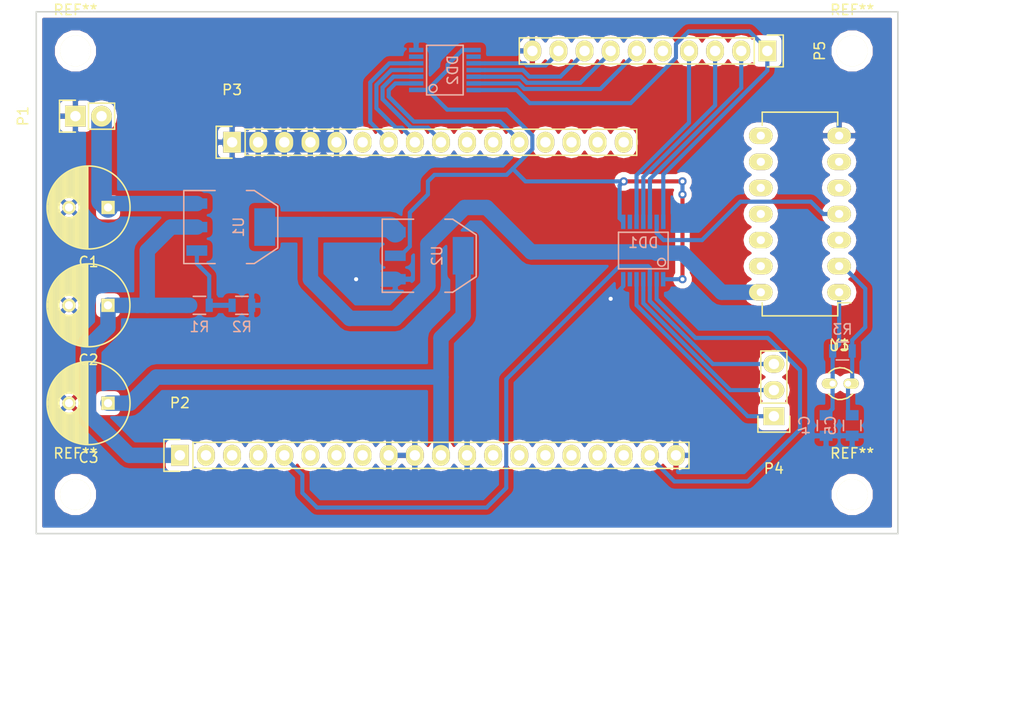
<source format=kicad_pcb>
(kicad_pcb (version 4) (host pcbnew 4.1.0-alpha+201606200816+6943~45~ubuntu16.04.1-product)

  (general
    (links 63)
    (no_connects 22)
    (area 101.524999 53.264999 185.495001 104.215001)
    (thickness 1.6)
    (drawings 10)
    (tracks 215)
    (zones 0)
    (modules 23)
    (nets 45)
  )

  (page A4)
  (layers
    (0 F.Cu signal)
    (31 B.Cu signal)
    (32 B.Adhes user)
    (33 F.Adhes user)
    (34 B.Paste user)
    (35 F.Paste user)
    (36 B.SilkS user)
    (37 F.SilkS user)
    (38 B.Mask user)
    (39 F.Mask user)
    (40 Dwgs.User user)
    (41 Cmts.User user)
    (42 Eco1.User user)
    (43 Eco2.User user)
    (44 Edge.Cuts user)
    (45 Margin user)
    (46 B.CrtYd user)
    (47 F.CrtYd user)
    (48 B.Fab user)
    (49 F.Fab user)
  )

  (setup
    (last_trace_width 0.4)
    (trace_clearance 0.2)
    (zone_clearance 0.508)
    (zone_45_only no)
    (trace_min 0.2)
    (segment_width 0.2)
    (edge_width 0.15)
    (via_size 0.8)
    (via_drill 0.4)
    (via_min_size 0.4)
    (via_min_drill 0.3)
    (uvia_size 0.3)
    (uvia_drill 0.1)
    (uvias_allowed no)
    (uvia_min_size 0.2)
    (uvia_min_drill 0.1)
    (pcb_text_width 0.3)
    (pcb_text_size 1.5 1.5)
    (mod_edge_width 0.15)
    (mod_text_size 1 1)
    (mod_text_width 0.15)
    (pad_size 1.524 1.524)
    (pad_drill 0.762)
    (pad_to_mask_clearance 0.2)
    (aux_axis_origin 0 0)
    (visible_elements FFFFFF7F)
    (pcbplotparams
      (layerselection 0x00030_ffffffff)
      (usegerberextensions false)
      (excludeedgelayer true)
      (linewidth 0.100000)
      (plotframeref false)
      (viasonmask false)
      (mode 1)
      (useauxorigin false)
      (hpglpennumber 1)
      (hpglpenspeed 20)
      (hpglpendiameter 15)
      (psnegative false)
      (psa4output false)
      (plotreference true)
      (plotvalue true)
      (plotinvisibletext false)
      (padsonsilk false)
      (subtractmaskfromsilk false)
      (outputformat 1)
      (mirror false)
      (drillshape 1)
      (scaleselection 1)
      (outputdirectory ""))
  )

  (net 0 "")
  (net 1 "Net-(C1-Pad1)")
  (net 2 GND)
  (net 3 VCC)
  (net 4 +1V8)
  (net 5 "Net-(C4-Pad1)")
  (net 6 "Net-(C5-Pad1)")
  (net 7 "Net-(DD1-Pad2)")
  (net 8 "Net-(DD1-Pad3)")
  (net 9 "Net-(DD1-Pad4)")
  (net 10 "Net-(DD1-Pad5)")
  (net 11 "Net-(DD1-Pad10)")
  (net 12 "Net-(DD1-Pad11)")
  (net 13 "Net-(DD1-Pad12)")
  (net 14 "Net-(DD1-Pad13)")
  (net 15 "Net-(DD1-Pad14)")
  (net 16 "Net-(DD2-Pad2)")
  (net 17 "Net-(DD2-Pad3)")
  (net 18 "Net-(DD2-Pad4)")
  (net 19 "Net-(DD2-Pad5)")
  (net 20 "Net-(DD2-Pad10)")
  (net 21 "Net-(DD2-Pad11)")
  (net 22 "Net-(DD2-Pad12)")
  (net 23 "Net-(DD2-Pad13)")
  (net 24 "Net-(P2-Pad2)")
  (net 25 "Net-(P2-Pad3)")
  (net 26 "Net-(P2-Pad4)")
  (net 27 "Net-(P2-Pad6)")
  (net 28 "Net-(P2-Pad7)")
  (net 29 "Net-(P2-Pad8)")
  (net 30 "Net-(P2-Pad13)")
  (net 31 "Net-(P2-Pad14)")
  (net 32 "Net-(P2-Pad15)")
  (net 33 "Net-(P2-Pad16)")
  (net 34 "Net-(P2-Pad17)")
  (net 35 "Net-(P2-Pad18)")
  (net 36 "Net-(P3-Pad6)")
  (net 37 "Net-(P3-Pad10)")
  (net 38 "Net-(P3-Pad11)")
  (net 39 "Net-(P3-Pad13)")
  (net 40 "Net-(P3-Pad14)")
  (net 41 "Net-(P3-Pad15)")
  (net 42 "Net-(P3-Pad16)")
  (net 43 "Net-(P5-Pad5)")
  (net 44 "Net-(R1-Pad2)")

  (net_class Default "This is the default net class."
    (clearance 0.2)
    (trace_width 0.4)
    (via_dia 0.8)
    (via_drill 0.4)
    (uvia_dia 0.3)
    (uvia_drill 0.1)
    (add_net "Net-(C4-Pad1)")
    (add_net "Net-(C5-Pad1)")
    (add_net "Net-(DD1-Pad10)")
    (add_net "Net-(DD1-Pad11)")
    (add_net "Net-(DD1-Pad12)")
    (add_net "Net-(DD1-Pad13)")
    (add_net "Net-(DD1-Pad14)")
    (add_net "Net-(DD1-Pad2)")
    (add_net "Net-(DD1-Pad3)")
    (add_net "Net-(DD1-Pad4)")
    (add_net "Net-(DD1-Pad5)")
    (add_net "Net-(DD2-Pad10)")
    (add_net "Net-(DD2-Pad11)")
    (add_net "Net-(DD2-Pad12)")
    (add_net "Net-(DD2-Pad13)")
    (add_net "Net-(DD2-Pad2)")
    (add_net "Net-(DD2-Pad3)")
    (add_net "Net-(DD2-Pad4)")
    (add_net "Net-(DD2-Pad5)")
    (add_net "Net-(P2-Pad13)")
    (add_net "Net-(P2-Pad14)")
    (add_net "Net-(P2-Pad15)")
    (add_net "Net-(P2-Pad16)")
    (add_net "Net-(P2-Pad17)")
    (add_net "Net-(P2-Pad18)")
    (add_net "Net-(P2-Pad2)")
    (add_net "Net-(P2-Pad3)")
    (add_net "Net-(P2-Pad4)")
    (add_net "Net-(P2-Pad6)")
    (add_net "Net-(P2-Pad7)")
    (add_net "Net-(P2-Pad8)")
    (add_net "Net-(P3-Pad10)")
    (add_net "Net-(P3-Pad11)")
    (add_net "Net-(P3-Pad13)")
    (add_net "Net-(P3-Pad14)")
    (add_net "Net-(P3-Pad15)")
    (add_net "Net-(P3-Pad16)")
    (add_net "Net-(P3-Pad6)")
    (add_net "Net-(P5-Pad5)")
    (add_net "Net-(R1-Pad2)")
  )

  (net_class power ""
    (clearance 0.2)
    (trace_width 1.5)
    (via_dia 0.8)
    (via_drill 0.4)
    (uvia_dia 0.3)
    (uvia_drill 0.1)
    (add_net +1V8)
    (add_net GND)
    (add_net "Net-(C1-Pad1)")
    (add_net VCC)
  )

  (module Capacitors_ThroughHole:C_Radial_D8_L13_P3.8 (layer F.Cu) (tedit 0) (tstamp 57756055)
    (at 108.585 72.39 180)
    (descr "Radial Electrolytic Capacitor Diameter 8mm x Length 13mm, Pitch 3.8mm")
    (tags "Electrolytic Capacitor")
    (path /57757A30)
    (fp_text reference C1 (at 1.9 -5.3 180) (layer F.SilkS)
      (effects (font (size 1 1) (thickness 0.15)))
    )
    (fp_text value CP (at 1.9 5.3 180) (layer F.Fab)
      (effects (font (size 1 1) (thickness 0.15)))
    )
    (fp_line (start 1.975 -3.999) (end 1.975 3.999) (layer F.SilkS) (width 0.15))
    (fp_line (start 2.115 -3.994) (end 2.115 3.994) (layer F.SilkS) (width 0.15))
    (fp_line (start 2.255 -3.984) (end 2.255 3.984) (layer F.SilkS) (width 0.15))
    (fp_line (start 2.395 -3.969) (end 2.395 3.969) (layer F.SilkS) (width 0.15))
    (fp_line (start 2.535 -3.949) (end 2.535 3.949) (layer F.SilkS) (width 0.15))
    (fp_line (start 2.675 -3.924) (end 2.675 3.924) (layer F.SilkS) (width 0.15))
    (fp_line (start 2.815 -3.894) (end 2.815 -0.173) (layer F.SilkS) (width 0.15))
    (fp_line (start 2.815 0.173) (end 2.815 3.894) (layer F.SilkS) (width 0.15))
    (fp_line (start 2.955 -3.858) (end 2.955 -0.535) (layer F.SilkS) (width 0.15))
    (fp_line (start 2.955 0.535) (end 2.955 3.858) (layer F.SilkS) (width 0.15))
    (fp_line (start 3.095 -3.817) (end 3.095 -0.709) (layer F.SilkS) (width 0.15))
    (fp_line (start 3.095 0.709) (end 3.095 3.817) (layer F.SilkS) (width 0.15))
    (fp_line (start 3.235 -3.771) (end 3.235 -0.825) (layer F.SilkS) (width 0.15))
    (fp_line (start 3.235 0.825) (end 3.235 3.771) (layer F.SilkS) (width 0.15))
    (fp_line (start 3.375 -3.718) (end 3.375 -0.905) (layer F.SilkS) (width 0.15))
    (fp_line (start 3.375 0.905) (end 3.375 3.718) (layer F.SilkS) (width 0.15))
    (fp_line (start 3.515 -3.659) (end 3.515 -0.959) (layer F.SilkS) (width 0.15))
    (fp_line (start 3.515 0.959) (end 3.515 3.659) (layer F.SilkS) (width 0.15))
    (fp_line (start 3.655 -3.594) (end 3.655 -0.989) (layer F.SilkS) (width 0.15))
    (fp_line (start 3.655 0.989) (end 3.655 3.594) (layer F.SilkS) (width 0.15))
    (fp_line (start 3.795 -3.523) (end 3.795 -1) (layer F.SilkS) (width 0.15))
    (fp_line (start 3.795 1) (end 3.795 3.523) (layer F.SilkS) (width 0.15))
    (fp_line (start 3.935 -3.444) (end 3.935 -0.991) (layer F.SilkS) (width 0.15))
    (fp_line (start 3.935 0.991) (end 3.935 3.444) (layer F.SilkS) (width 0.15))
    (fp_line (start 4.075 -3.357) (end 4.075 -0.961) (layer F.SilkS) (width 0.15))
    (fp_line (start 4.075 0.961) (end 4.075 3.357) (layer F.SilkS) (width 0.15))
    (fp_line (start 4.215 -3.262) (end 4.215 -0.91) (layer F.SilkS) (width 0.15))
    (fp_line (start 4.215 0.91) (end 4.215 3.262) (layer F.SilkS) (width 0.15))
    (fp_line (start 4.355 -3.158) (end 4.355 -0.832) (layer F.SilkS) (width 0.15))
    (fp_line (start 4.355 0.832) (end 4.355 3.158) (layer F.SilkS) (width 0.15))
    (fp_line (start 4.495 -3.044) (end 4.495 -0.719) (layer F.SilkS) (width 0.15))
    (fp_line (start 4.495 0.719) (end 4.495 3.044) (layer F.SilkS) (width 0.15))
    (fp_line (start 4.635 -2.919) (end 4.635 -0.55) (layer F.SilkS) (width 0.15))
    (fp_line (start 4.635 0.55) (end 4.635 2.919) (layer F.SilkS) (width 0.15))
    (fp_line (start 4.775 -2.781) (end 4.775 -0.222) (layer F.SilkS) (width 0.15))
    (fp_line (start 4.775 0.222) (end 4.775 2.781) (layer F.SilkS) (width 0.15))
    (fp_line (start 4.915 -2.629) (end 4.915 2.629) (layer F.SilkS) (width 0.15))
    (fp_line (start 5.055 -2.459) (end 5.055 2.459) (layer F.SilkS) (width 0.15))
    (fp_line (start 5.195 -2.268) (end 5.195 2.268) (layer F.SilkS) (width 0.15))
    (fp_line (start 5.335 -2.05) (end 5.335 2.05) (layer F.SilkS) (width 0.15))
    (fp_line (start 5.475 -1.794) (end 5.475 1.794) (layer F.SilkS) (width 0.15))
    (fp_line (start 5.615 -1.483) (end 5.615 1.483) (layer F.SilkS) (width 0.15))
    (fp_line (start 5.755 -1.067) (end 5.755 1.067) (layer F.SilkS) (width 0.15))
    (fp_line (start 5.895 -0.2) (end 5.895 0.2) (layer F.SilkS) (width 0.15))
    (fp_circle (center 3.8 0) (end 3.8 -1) (layer F.SilkS) (width 0.15))
    (fp_circle (center 1.9 0) (end 1.9 -4.0375) (layer F.SilkS) (width 0.15))
    (fp_circle (center 1.9 0) (end 1.9 -4.3) (layer F.CrtYd) (width 0.05))
    (pad 1 thru_hole rect (at 0 0 180) (size 1.3 1.3) (drill 0.8) (layers *.Cu *.Mask F.SilkS)
      (net 1 "Net-(C1-Pad1)"))
    (pad 2 thru_hole circle (at 3.8 0 180) (size 1.3 1.3) (drill 0.8) (layers *.Cu *.Mask F.SilkS)
      (net 2 GND))
    (model Capacitors_ThroughHole.3dshapes/C_Radial_D8_L13_P3.8.wrl
      (at (xyz 0.0748031 0 0))
      (scale (xyz 1 1 1))
      (rotate (xyz 0 0 90))
    )
  )

  (module Capacitors_ThroughHole:C_Radial_D8_L13_P3.8 (layer F.Cu) (tedit 0) (tstamp 5775605B)
    (at 108.575 81.915 180)
    (descr "Radial Electrolytic Capacitor Diameter 8mm x Length 13mm, Pitch 3.8mm")
    (tags "Electrolytic Capacitor")
    (path /57757E1E)
    (fp_text reference C2 (at 1.9 -5.3 180) (layer F.SilkS)
      (effects (font (size 1 1) (thickness 0.15)))
    )
    (fp_text value CP (at 1.9 5.3 180) (layer F.Fab)
      (effects (font (size 1 1) (thickness 0.15)))
    )
    (fp_line (start 1.975 -3.999) (end 1.975 3.999) (layer F.SilkS) (width 0.15))
    (fp_line (start 2.115 -3.994) (end 2.115 3.994) (layer F.SilkS) (width 0.15))
    (fp_line (start 2.255 -3.984) (end 2.255 3.984) (layer F.SilkS) (width 0.15))
    (fp_line (start 2.395 -3.969) (end 2.395 3.969) (layer F.SilkS) (width 0.15))
    (fp_line (start 2.535 -3.949) (end 2.535 3.949) (layer F.SilkS) (width 0.15))
    (fp_line (start 2.675 -3.924) (end 2.675 3.924) (layer F.SilkS) (width 0.15))
    (fp_line (start 2.815 -3.894) (end 2.815 -0.173) (layer F.SilkS) (width 0.15))
    (fp_line (start 2.815 0.173) (end 2.815 3.894) (layer F.SilkS) (width 0.15))
    (fp_line (start 2.955 -3.858) (end 2.955 -0.535) (layer F.SilkS) (width 0.15))
    (fp_line (start 2.955 0.535) (end 2.955 3.858) (layer F.SilkS) (width 0.15))
    (fp_line (start 3.095 -3.817) (end 3.095 -0.709) (layer F.SilkS) (width 0.15))
    (fp_line (start 3.095 0.709) (end 3.095 3.817) (layer F.SilkS) (width 0.15))
    (fp_line (start 3.235 -3.771) (end 3.235 -0.825) (layer F.SilkS) (width 0.15))
    (fp_line (start 3.235 0.825) (end 3.235 3.771) (layer F.SilkS) (width 0.15))
    (fp_line (start 3.375 -3.718) (end 3.375 -0.905) (layer F.SilkS) (width 0.15))
    (fp_line (start 3.375 0.905) (end 3.375 3.718) (layer F.SilkS) (width 0.15))
    (fp_line (start 3.515 -3.659) (end 3.515 -0.959) (layer F.SilkS) (width 0.15))
    (fp_line (start 3.515 0.959) (end 3.515 3.659) (layer F.SilkS) (width 0.15))
    (fp_line (start 3.655 -3.594) (end 3.655 -0.989) (layer F.SilkS) (width 0.15))
    (fp_line (start 3.655 0.989) (end 3.655 3.594) (layer F.SilkS) (width 0.15))
    (fp_line (start 3.795 -3.523) (end 3.795 -1) (layer F.SilkS) (width 0.15))
    (fp_line (start 3.795 1) (end 3.795 3.523) (layer F.SilkS) (width 0.15))
    (fp_line (start 3.935 -3.444) (end 3.935 -0.991) (layer F.SilkS) (width 0.15))
    (fp_line (start 3.935 0.991) (end 3.935 3.444) (layer F.SilkS) (width 0.15))
    (fp_line (start 4.075 -3.357) (end 4.075 -0.961) (layer F.SilkS) (width 0.15))
    (fp_line (start 4.075 0.961) (end 4.075 3.357) (layer F.SilkS) (width 0.15))
    (fp_line (start 4.215 -3.262) (end 4.215 -0.91) (layer F.SilkS) (width 0.15))
    (fp_line (start 4.215 0.91) (end 4.215 3.262) (layer F.SilkS) (width 0.15))
    (fp_line (start 4.355 -3.158) (end 4.355 -0.832) (layer F.SilkS) (width 0.15))
    (fp_line (start 4.355 0.832) (end 4.355 3.158) (layer F.SilkS) (width 0.15))
    (fp_line (start 4.495 -3.044) (end 4.495 -0.719) (layer F.SilkS) (width 0.15))
    (fp_line (start 4.495 0.719) (end 4.495 3.044) (layer F.SilkS) (width 0.15))
    (fp_line (start 4.635 -2.919) (end 4.635 -0.55) (layer F.SilkS) (width 0.15))
    (fp_line (start 4.635 0.55) (end 4.635 2.919) (layer F.SilkS) (width 0.15))
    (fp_line (start 4.775 -2.781) (end 4.775 -0.222) (layer F.SilkS) (width 0.15))
    (fp_line (start 4.775 0.222) (end 4.775 2.781) (layer F.SilkS) (width 0.15))
    (fp_line (start 4.915 -2.629) (end 4.915 2.629) (layer F.SilkS) (width 0.15))
    (fp_line (start 5.055 -2.459) (end 5.055 2.459) (layer F.SilkS) (width 0.15))
    (fp_line (start 5.195 -2.268) (end 5.195 2.268) (layer F.SilkS) (width 0.15))
    (fp_line (start 5.335 -2.05) (end 5.335 2.05) (layer F.SilkS) (width 0.15))
    (fp_line (start 5.475 -1.794) (end 5.475 1.794) (layer F.SilkS) (width 0.15))
    (fp_line (start 5.615 -1.483) (end 5.615 1.483) (layer F.SilkS) (width 0.15))
    (fp_line (start 5.755 -1.067) (end 5.755 1.067) (layer F.SilkS) (width 0.15))
    (fp_line (start 5.895 -0.2) (end 5.895 0.2) (layer F.SilkS) (width 0.15))
    (fp_circle (center 3.8 0) (end 3.8 -1) (layer F.SilkS) (width 0.15))
    (fp_circle (center 1.9 0) (end 1.9 -4.0375) (layer F.SilkS) (width 0.15))
    (fp_circle (center 1.9 0) (end 1.9 -4.3) (layer F.CrtYd) (width 0.05))
    (pad 1 thru_hole rect (at 0 0 180) (size 1.3 1.3) (drill 0.8) (layers *.Cu *.Mask F.SilkS)
      (net 3 VCC))
    (pad 2 thru_hole circle (at 3.8 0 180) (size 1.3 1.3) (drill 0.8) (layers *.Cu *.Mask F.SilkS)
      (net 2 GND))
    (model Capacitors_ThroughHole.3dshapes/C_Radial_D8_L13_P3.8.wrl
      (at (xyz 0.0748031 0 0))
      (scale (xyz 1 1 1))
      (rotate (xyz 0 0 90))
    )
  )

  (module Capacitors_ThroughHole:C_Radial_D8_L13_P3.8 (layer F.Cu) (tedit 0) (tstamp 57756061)
    (at 108.585 91.44 180)
    (descr "Radial Electrolytic Capacitor Diameter 8mm x Length 13mm, Pitch 3.8mm")
    (tags "Electrolytic Capacitor")
    (path /57757E9E)
    (fp_text reference C3 (at 1.9 -5.3 180) (layer F.SilkS)
      (effects (font (size 1 1) (thickness 0.15)))
    )
    (fp_text value CP (at 1.9 5.3 180) (layer F.Fab)
      (effects (font (size 1 1) (thickness 0.15)))
    )
    (fp_line (start 1.975 -3.999) (end 1.975 3.999) (layer F.SilkS) (width 0.15))
    (fp_line (start 2.115 -3.994) (end 2.115 3.994) (layer F.SilkS) (width 0.15))
    (fp_line (start 2.255 -3.984) (end 2.255 3.984) (layer F.SilkS) (width 0.15))
    (fp_line (start 2.395 -3.969) (end 2.395 3.969) (layer F.SilkS) (width 0.15))
    (fp_line (start 2.535 -3.949) (end 2.535 3.949) (layer F.SilkS) (width 0.15))
    (fp_line (start 2.675 -3.924) (end 2.675 3.924) (layer F.SilkS) (width 0.15))
    (fp_line (start 2.815 -3.894) (end 2.815 -0.173) (layer F.SilkS) (width 0.15))
    (fp_line (start 2.815 0.173) (end 2.815 3.894) (layer F.SilkS) (width 0.15))
    (fp_line (start 2.955 -3.858) (end 2.955 -0.535) (layer F.SilkS) (width 0.15))
    (fp_line (start 2.955 0.535) (end 2.955 3.858) (layer F.SilkS) (width 0.15))
    (fp_line (start 3.095 -3.817) (end 3.095 -0.709) (layer F.SilkS) (width 0.15))
    (fp_line (start 3.095 0.709) (end 3.095 3.817) (layer F.SilkS) (width 0.15))
    (fp_line (start 3.235 -3.771) (end 3.235 -0.825) (layer F.SilkS) (width 0.15))
    (fp_line (start 3.235 0.825) (end 3.235 3.771) (layer F.SilkS) (width 0.15))
    (fp_line (start 3.375 -3.718) (end 3.375 -0.905) (layer F.SilkS) (width 0.15))
    (fp_line (start 3.375 0.905) (end 3.375 3.718) (layer F.SilkS) (width 0.15))
    (fp_line (start 3.515 -3.659) (end 3.515 -0.959) (layer F.SilkS) (width 0.15))
    (fp_line (start 3.515 0.959) (end 3.515 3.659) (layer F.SilkS) (width 0.15))
    (fp_line (start 3.655 -3.594) (end 3.655 -0.989) (layer F.SilkS) (width 0.15))
    (fp_line (start 3.655 0.989) (end 3.655 3.594) (layer F.SilkS) (width 0.15))
    (fp_line (start 3.795 -3.523) (end 3.795 -1) (layer F.SilkS) (width 0.15))
    (fp_line (start 3.795 1) (end 3.795 3.523) (layer F.SilkS) (width 0.15))
    (fp_line (start 3.935 -3.444) (end 3.935 -0.991) (layer F.SilkS) (width 0.15))
    (fp_line (start 3.935 0.991) (end 3.935 3.444) (layer F.SilkS) (width 0.15))
    (fp_line (start 4.075 -3.357) (end 4.075 -0.961) (layer F.SilkS) (width 0.15))
    (fp_line (start 4.075 0.961) (end 4.075 3.357) (layer F.SilkS) (width 0.15))
    (fp_line (start 4.215 -3.262) (end 4.215 -0.91) (layer F.SilkS) (width 0.15))
    (fp_line (start 4.215 0.91) (end 4.215 3.262) (layer F.SilkS) (width 0.15))
    (fp_line (start 4.355 -3.158) (end 4.355 -0.832) (layer F.SilkS) (width 0.15))
    (fp_line (start 4.355 0.832) (end 4.355 3.158) (layer F.SilkS) (width 0.15))
    (fp_line (start 4.495 -3.044) (end 4.495 -0.719) (layer F.SilkS) (width 0.15))
    (fp_line (start 4.495 0.719) (end 4.495 3.044) (layer F.SilkS) (width 0.15))
    (fp_line (start 4.635 -2.919) (end 4.635 -0.55) (layer F.SilkS) (width 0.15))
    (fp_line (start 4.635 0.55) (end 4.635 2.919) (layer F.SilkS) (width 0.15))
    (fp_line (start 4.775 -2.781) (end 4.775 -0.222) (layer F.SilkS) (width 0.15))
    (fp_line (start 4.775 0.222) (end 4.775 2.781) (layer F.SilkS) (width 0.15))
    (fp_line (start 4.915 -2.629) (end 4.915 2.629) (layer F.SilkS) (width 0.15))
    (fp_line (start 5.055 -2.459) (end 5.055 2.459) (layer F.SilkS) (width 0.15))
    (fp_line (start 5.195 -2.268) (end 5.195 2.268) (layer F.SilkS) (width 0.15))
    (fp_line (start 5.335 -2.05) (end 5.335 2.05) (layer F.SilkS) (width 0.15))
    (fp_line (start 5.475 -1.794) (end 5.475 1.794) (layer F.SilkS) (width 0.15))
    (fp_line (start 5.615 -1.483) (end 5.615 1.483) (layer F.SilkS) (width 0.15))
    (fp_line (start 5.755 -1.067) (end 5.755 1.067) (layer F.SilkS) (width 0.15))
    (fp_line (start 5.895 -0.2) (end 5.895 0.2) (layer F.SilkS) (width 0.15))
    (fp_circle (center 3.8 0) (end 3.8 -1) (layer F.SilkS) (width 0.15))
    (fp_circle (center 1.9 0) (end 1.9 -4.0375) (layer F.SilkS) (width 0.15))
    (fp_circle (center 1.9 0) (end 1.9 -4.3) (layer F.CrtYd) (width 0.05))
    (pad 1 thru_hole rect (at 0 0 180) (size 1.3 1.3) (drill 0.8) (layers *.Cu *.Mask F.SilkS)
      (net 4 +1V8))
    (pad 2 thru_hole circle (at 3.8 0 180) (size 1.3 1.3) (drill 0.8) (layers *.Cu *.Mask F.SilkS)
      (net 2 GND))
    (model Capacitors_ThroughHole.3dshapes/C_Radial_D8_L13_P3.8.wrl
      (at (xyz 0.0748031 0 0))
      (scale (xyz 1 1 1))
      (rotate (xyz 0 0 90))
    )
  )

  (module Capacitors_SMD:C_0805 (layer B.Cu) (tedit 5415D6EA) (tstamp 5775606D)
    (at 178.435 93.615 270)
    (descr "Capacitor SMD 0805, reflow soldering, AVX (see smccp.pdf)")
    (tags "capacitor 0805")
    (path /57756154)
    (attr smd)
    (fp_text reference C4 (at 0 2.1 270) (layer B.SilkS)
      (effects (font (size 1 1) (thickness 0.15)) (justify mirror))
    )
    (fp_text value C (at 0 -2.1 270) (layer B.Fab)
      (effects (font (size 1 1) (thickness 0.15)) (justify mirror))
    )
    (fp_line (start -1.8 1) (end 1.8 1) (layer B.CrtYd) (width 0.05))
    (fp_line (start -1.8 -1) (end 1.8 -1) (layer B.CrtYd) (width 0.05))
    (fp_line (start -1.8 1) (end -1.8 -1) (layer B.CrtYd) (width 0.05))
    (fp_line (start 1.8 1) (end 1.8 -1) (layer B.CrtYd) (width 0.05))
    (fp_line (start 0.5 0.85) (end -0.5 0.85) (layer B.SilkS) (width 0.15))
    (fp_line (start -0.5 -0.85) (end 0.5 -0.85) (layer B.SilkS) (width 0.15))
    (pad 1 smd rect (at -1 0 270) (size 1 1.25) (layers B.Cu B.Paste B.Mask)
      (net 5 "Net-(C4-Pad1)"))
    (pad 2 smd rect (at 1 0 270) (size 1 1.25) (layers B.Cu B.Paste B.Mask)
      (net 2 GND))
    (model Capacitors_SMD.3dshapes/C_0805.wrl
      (at (xyz 0 0 0))
      (scale (xyz 1 1 1))
      (rotate (xyz 0 0 0))
    )
  )

  (module Capacitors_SMD:C_0805 (layer B.Cu) (tedit 5415D6EA) (tstamp 57756079)
    (at 180.975 93.615 270)
    (descr "Capacitor SMD 0805, reflow soldering, AVX (see smccp.pdf)")
    (tags "capacitor 0805")
    (path /577561C7)
    (attr smd)
    (fp_text reference C5 (at 0 2.1 270) (layer B.SilkS)
      (effects (font (size 1 1) (thickness 0.15)) (justify mirror))
    )
    (fp_text value C (at 0 -2.1 270) (layer B.Fab)
      (effects (font (size 1 1) (thickness 0.15)) (justify mirror))
    )
    (fp_line (start -1.8 1) (end 1.8 1) (layer B.CrtYd) (width 0.05))
    (fp_line (start -1.8 -1) (end 1.8 -1) (layer B.CrtYd) (width 0.05))
    (fp_line (start -1.8 1) (end -1.8 -1) (layer B.CrtYd) (width 0.05))
    (fp_line (start 1.8 1) (end 1.8 -1) (layer B.CrtYd) (width 0.05))
    (fp_line (start 0.5 0.85) (end -0.5 0.85) (layer B.SilkS) (width 0.15))
    (fp_line (start -0.5 -0.85) (end 0.5 -0.85) (layer B.SilkS) (width 0.15))
    (pad 1 smd rect (at -1 0 270) (size 1 1.25) (layers B.Cu B.Paste B.Mask)
      (net 6 "Net-(C5-Pad1)"))
    (pad 2 smd rect (at 1 0 270) (size 1 1.25) (layers B.Cu B.Paste B.Mask)
      (net 2 GND))
    (model Capacitors_SMD.3dshapes/C_0805.wrl
      (at (xyz 0 0 0))
      (scale (xyz 1 1 1))
      (rotate (xyz 0 0 0))
    )
  )

  (module SMD_Packages:SSOP-14 (layer B.Cu) (tedit 0) (tstamp 5775608B)
    (at 160.655 76.581 180)
    (path /576FD235)
    (attr smd)
    (fp_text reference DD1 (at 0 0.762 180) (layer B.SilkS)
      (effects (font (size 1 1) (thickness 0.15)) (justify mirror))
    )
    (fp_text value LSF0204 (at 1.2446 1.016 180) (layer B.Fab)
      (effects (font (size 1 1) (thickness 0.15)) (justify mirror))
    )
    (fp_line (start -2.413 1.778) (end 2.413 1.778) (layer B.SilkS) (width 0.15))
    (fp_line (start 2.413 1.778) (end 2.413 -1.778) (layer B.SilkS) (width 0.15))
    (fp_line (start 2.413 -1.778) (end -2.413 -1.778) (layer B.SilkS) (width 0.15))
    (fp_line (start -2.413 -1.778) (end -2.413 1.778) (layer B.SilkS) (width 0.15))
    (fp_circle (center -1.778 -1.143) (end -2.159 -1.143) (layer B.SilkS) (width 0.15))
    (pad 1 smd rect (at -1.9304 -2.794 180) (size 0.4318 1.397) (layers B.Cu B.Paste B.Mask)
      (net 4 +1V8))
    (pad 2 smd rect (at -1.2954 -2.794 180) (size 0.4318 1.397) (layers B.Cu B.Paste B.Mask)
      (net 7 "Net-(DD1-Pad2)"))
    (pad 3 smd rect (at -0.635 -2.794 180) (size 0.4318 1.397) (layers B.Cu B.Paste B.Mask)
      (net 8 "Net-(DD1-Pad3)"))
    (pad 4 smd rect (at 0 -2.794 180) (size 0.4318 1.397) (layers B.Cu B.Paste B.Mask)
      (net 9 "Net-(DD1-Pad4)"))
    (pad 5 smd rect (at 0.6604 -2.794 180) (size 0.4318 1.397) (layers B.Cu B.Paste B.Mask)
      (net 10 "Net-(DD1-Pad5)"))
    (pad 6 smd rect (at 1.3081 -2.794 180) (size 0.4318 1.397) (layers B.Cu B.Paste B.Mask))
    (pad 7 smd rect (at 1.9558 -2.794 180) (size 0.4318 1.397) (layers B.Cu B.Paste B.Mask)
      (net 2 GND))
    (pad 8 smd rect (at 1.9558 2.794 180) (size 0.4318 1.397) (layers B.Cu B.Paste B.Mask)
      (net 4 +1V8))
    (pad 9 smd rect (at 1.3081 2.794 180) (size 0.4318 1.397) (layers B.Cu B.Paste B.Mask))
    (pad 10 smd rect (at 0.6604 2.794 180) (size 0.4318 1.397) (layers B.Cu B.Paste B.Mask)
      (net 11 "Net-(DD1-Pad10)"))
    (pad 11 smd rect (at 0 2.794 180) (size 0.4318 1.397) (layers B.Cu B.Paste B.Mask)
      (net 12 "Net-(DD1-Pad11)"))
    (pad 12 smd rect (at -0.6477 2.794 180) (size 0.4318 1.397) (layers B.Cu B.Paste B.Mask)
      (net 13 "Net-(DD1-Pad12)"))
    (pad 13 smd rect (at -1.2954 2.794 180) (size 0.4318 1.397) (layers B.Cu B.Paste B.Mask)
      (net 14 "Net-(DD1-Pad13)"))
    (pad 14 smd rect (at -1.9431 2.794 180) (size 0.4318 1.397) (layers B.Cu B.Paste B.Mask)
      (net 15 "Net-(DD1-Pad14)"))
    (model SMD_Packages.3dshapes/SSOP-14.wrl
      (at (xyz 0 0 0))
      (scale (xyz 0.25 0.35 0.25))
      (rotate (xyz 0 0 0))
    )
  )

  (module SMD_Packages:SSOP-14 (layer B.Cu) (tedit 0) (tstamp 5775609D)
    (at 141.351 59.0169 90)
    (path /576FD1F3)
    (attr smd)
    (fp_text reference DD2 (at 0 0.762 90) (layer B.SilkS)
      (effects (font (size 1 1) (thickness 0.15)) (justify mirror))
    )
    (fp_text value LSF0204 (at 0 -0.508 90) (layer B.Fab)
      (effects (font (size 1 1) (thickness 0.15)) (justify mirror))
    )
    (fp_line (start -2.413 1.778) (end 2.413 1.778) (layer B.SilkS) (width 0.15))
    (fp_line (start 2.413 1.778) (end 2.413 -1.778) (layer B.SilkS) (width 0.15))
    (fp_line (start 2.413 -1.778) (end -2.413 -1.778) (layer B.SilkS) (width 0.15))
    (fp_line (start -2.413 -1.778) (end -2.413 1.778) (layer B.SilkS) (width 0.15))
    (fp_circle (center -1.778 -1.143) (end -2.159 -1.143) (layer B.SilkS) (width 0.15))
    (pad 1 smd rect (at -1.9304 -2.794 90) (size 0.4318 1.397) (layers B.Cu B.Paste B.Mask)
      (net 4 +1V8))
    (pad 2 smd rect (at -1.2954 -2.794 90) (size 0.4318 1.397) (layers B.Cu B.Paste B.Mask)
      (net 16 "Net-(DD2-Pad2)"))
    (pad 3 smd rect (at -0.635 -2.794 90) (size 0.4318 1.397) (layers B.Cu B.Paste B.Mask)
      (net 17 "Net-(DD2-Pad3)"))
    (pad 4 smd rect (at 0 -2.794 90) (size 0.4318 1.397) (layers B.Cu B.Paste B.Mask)
      (net 18 "Net-(DD2-Pad4)"))
    (pad 5 smd rect (at 0.6604 -2.794 90) (size 0.4318 1.397) (layers B.Cu B.Paste B.Mask)
      (net 19 "Net-(DD2-Pad5)"))
    (pad 6 smd rect (at 1.3081 -2.794 90) (size 0.4318 1.397) (layers B.Cu B.Paste B.Mask))
    (pad 7 smd rect (at 1.9558 -2.794 90) (size 0.4318 1.397) (layers B.Cu B.Paste B.Mask)
      (net 2 GND))
    (pad 8 smd rect (at 1.9558 2.794 90) (size 0.4318 1.397) (layers B.Cu B.Paste B.Mask)
      (net 4 +1V8))
    (pad 9 smd rect (at 1.3081 2.794 90) (size 0.4318 1.397) (layers B.Cu B.Paste B.Mask))
    (pad 10 smd rect (at 0.6604 2.794 90) (size 0.4318 1.397) (layers B.Cu B.Paste B.Mask)
      (net 20 "Net-(DD2-Pad10)"))
    (pad 11 smd rect (at 0 2.794 90) (size 0.4318 1.397) (layers B.Cu B.Paste B.Mask)
      (net 21 "Net-(DD2-Pad11)"))
    (pad 12 smd rect (at -0.6477 2.794 90) (size 0.4318 1.397) (layers B.Cu B.Paste B.Mask)
      (net 22 "Net-(DD2-Pad12)"))
    (pad 13 smd rect (at -1.2954 2.794 90) (size 0.4318 1.397) (layers B.Cu B.Paste B.Mask)
      (net 23 "Net-(DD2-Pad13)"))
    (pad 14 smd rect (at -1.9431 2.794 90) (size 0.4318 1.397) (layers B.Cu B.Paste B.Mask)
      (net 15 "Net-(DD1-Pad14)"))
    (model SMD_Packages.3dshapes/SSOP-14.wrl
      (at (xyz 0 0 0))
      (scale (xyz 0.25 0.35 0.25))
      (rotate (xyz 0 0 0))
    )
  )

  (module Pin_Headers:Pin_Header_Straight_1x02 (layer F.Cu) (tedit 54EA090C) (tstamp 577560A3)
    (at 105.41 63.5 90)
    (descr "Through hole pin header")
    (tags "pin header")
    (path /57757739)
    (fp_text reference P1 (at 0 -5.1 90) (layer F.SilkS)
      (effects (font (size 1 1) (thickness 0.15)))
    )
    (fp_text value CONN_01X02 (at 0 -3.1 90) (layer F.Fab)
      (effects (font (size 1 1) (thickness 0.15)))
    )
    (fp_line (start 1.27 1.27) (end 1.27 3.81) (layer F.SilkS) (width 0.15))
    (fp_line (start 1.55 -1.55) (end 1.55 0) (layer F.SilkS) (width 0.15))
    (fp_line (start -1.75 -1.75) (end -1.75 4.3) (layer F.CrtYd) (width 0.05))
    (fp_line (start 1.75 -1.75) (end 1.75 4.3) (layer F.CrtYd) (width 0.05))
    (fp_line (start -1.75 -1.75) (end 1.75 -1.75) (layer F.CrtYd) (width 0.05))
    (fp_line (start -1.75 4.3) (end 1.75 4.3) (layer F.CrtYd) (width 0.05))
    (fp_line (start 1.27 1.27) (end -1.27 1.27) (layer F.SilkS) (width 0.15))
    (fp_line (start -1.55 0) (end -1.55 -1.55) (layer F.SilkS) (width 0.15))
    (fp_line (start -1.55 -1.55) (end 1.55 -1.55) (layer F.SilkS) (width 0.15))
    (fp_line (start -1.27 1.27) (end -1.27 3.81) (layer F.SilkS) (width 0.15))
    (fp_line (start -1.27 3.81) (end 1.27 3.81) (layer F.SilkS) (width 0.15))
    (pad 1 thru_hole rect (at 0 0 90) (size 2.032 2.032) (drill 1.016) (layers *.Cu *.Mask F.SilkS)
      (net 2 GND))
    (pad 2 thru_hole oval (at 0 2.54 90) (size 2.032 2.032) (drill 1.016) (layers *.Cu *.Mask F.SilkS)
      (net 1 "Net-(C1-Pad1)"))
    (model Pin_Headers.3dshapes/Pin_Header_Straight_1x02.wrl
      (at (xyz 0 -0.05 0))
      (scale (xyz 1 1 1))
      (rotate (xyz 0 0 90))
    )
  )

  (module Socket_Strips:Socket_Strip_Straight_1x20 (layer F.Cu) (tedit 0) (tstamp 577560BB)
    (at 115.57 96.52)
    (descr "Through hole socket strip")
    (tags "socket strip")
    (path /57754AA8)
    (fp_text reference P2 (at 0 -5.1) (layer F.SilkS)
      (effects (font (size 1 1) (thickness 0.15)))
    )
    (fp_text value CONN_01X20 (at 0 -3.1) (layer F.Fab)
      (effects (font (size 1 1) (thickness 0.15)))
    )
    (fp_line (start -1.75 -1.75) (end -1.75 1.75) (layer F.CrtYd) (width 0.05))
    (fp_line (start 50.05 -1.75) (end 50.05 1.75) (layer F.CrtYd) (width 0.05))
    (fp_line (start -1.75 -1.75) (end 50.05 -1.75) (layer F.CrtYd) (width 0.05))
    (fp_line (start -1.75 1.75) (end 50.05 1.75) (layer F.CrtYd) (width 0.05))
    (fp_line (start 1.27 1.27) (end 49.53 1.27) (layer F.SilkS) (width 0.15))
    (fp_line (start 49.53 1.27) (end 49.53 -1.27) (layer F.SilkS) (width 0.15))
    (fp_line (start 49.53 -1.27) (end 1.27 -1.27) (layer F.SilkS) (width 0.15))
    (fp_line (start -1.55 1.55) (end 0 1.55) (layer F.SilkS) (width 0.15))
    (fp_line (start 1.27 1.27) (end 1.27 -1.27) (layer F.SilkS) (width 0.15))
    (fp_line (start 0 -1.55) (end -1.55 -1.55) (layer F.SilkS) (width 0.15))
    (fp_line (start -1.55 -1.55) (end -1.55 1.55) (layer F.SilkS) (width 0.15))
    (pad 1 thru_hole rect (at 0 0) (size 1.7272 2.032) (drill 1.016) (layers *.Cu *.Mask F.SilkS)
      (net 3 VCC))
    (pad 2 thru_hole oval (at 2.54 0) (size 1.7272 2.032) (drill 1.016) (layers *.Cu *.Mask F.SilkS)
      (net 24 "Net-(P2-Pad2)"))
    (pad 3 thru_hole oval (at 5.08 0) (size 1.7272 2.032) (drill 1.016) (layers *.Cu *.Mask F.SilkS)
      (net 25 "Net-(P2-Pad3)"))
    (pad 4 thru_hole oval (at 7.62 0) (size 1.7272 2.032) (drill 1.016) (layers *.Cu *.Mask F.SilkS)
      (net 26 "Net-(P2-Pad4)"))
    (pad 5 thru_hole oval (at 10.16 0) (size 1.7272 2.032) (drill 1.016) (layers *.Cu *.Mask F.SilkS)
      (net 8 "Net-(DD1-Pad3)"))
    (pad 6 thru_hole oval (at 12.7 0) (size 1.7272 2.032) (drill 1.016) (layers *.Cu *.Mask F.SilkS)
      (net 27 "Net-(P2-Pad6)"))
    (pad 7 thru_hole oval (at 15.24 0) (size 1.7272 2.032) (drill 1.016) (layers *.Cu *.Mask F.SilkS)
      (net 28 "Net-(P2-Pad7)"))
    (pad 8 thru_hole oval (at 17.78 0) (size 1.7272 2.032) (drill 1.016) (layers *.Cu *.Mask F.SilkS)
      (net 29 "Net-(P2-Pad8)"))
    (pad 9 thru_hole oval (at 20.32 0) (size 1.7272 2.032) (drill 1.016) (layers *.Cu *.Mask F.SilkS)
      (net 2 GND))
    (pad 10 thru_hole oval (at 22.86 0) (size 1.7272 2.032) (drill 1.016) (layers *.Cu *.Mask F.SilkS)
      (net 2 GND))
    (pad 11 thru_hole oval (at 25.4 0) (size 1.7272 2.032) (drill 1.016) (layers *.Cu *.Mask F.SilkS)
      (net 4 +1V8))
    (pad 12 thru_hole oval (at 27.94 0) (size 1.7272 2.032) (drill 1.016) (layers *.Cu *.Mask F.SilkS)
      (net 2 GND))
    (pad 13 thru_hole oval (at 30.48 0) (size 1.7272 2.032) (drill 1.016) (layers *.Cu *.Mask F.SilkS)
      (net 30 "Net-(P2-Pad13)"))
    (pad 14 thru_hole oval (at 33.02 0) (size 1.7272 2.032) (drill 1.016) (layers *.Cu *.Mask F.SilkS)
      (net 31 "Net-(P2-Pad14)"))
    (pad 15 thru_hole oval (at 35.56 0) (size 1.7272 2.032) (drill 1.016) (layers *.Cu *.Mask F.SilkS)
      (net 32 "Net-(P2-Pad15)"))
    (pad 16 thru_hole oval (at 38.1 0) (size 1.7272 2.032) (drill 1.016) (layers *.Cu *.Mask F.SilkS)
      (net 33 "Net-(P2-Pad16)"))
    (pad 17 thru_hole oval (at 40.64 0) (size 1.7272 2.032) (drill 1.016) (layers *.Cu *.Mask F.SilkS)
      (net 34 "Net-(P2-Pad17)"))
    (pad 18 thru_hole oval (at 43.18 0) (size 1.7272 2.032) (drill 1.016) (layers *.Cu *.Mask F.SilkS)
      (net 35 "Net-(P2-Pad18)"))
    (pad 19 thru_hole oval (at 45.72 0) (size 1.7272 2.032) (drill 1.016) (layers *.Cu *.Mask F.SilkS)
      (net 7 "Net-(DD1-Pad2)"))
    (pad 20 thru_hole oval (at 48.26 0) (size 1.7272 2.032) (drill 1.016) (layers *.Cu *.Mask F.SilkS)
      (net 2 GND))
    (model Socket_Strips.3dshapes/Socket_Strip_Straight_1x20.wrl
      (at (xyz 0.95 0 0))
      (scale (xyz 1 1 1))
      (rotate (xyz 0 0 180))
    )
  )

  (module Socket_Strips:Socket_Strip_Straight_1x16 (layer F.Cu) (tedit 0) (tstamp 577560CF)
    (at 120.65 66.04)
    (descr "Through hole socket strip")
    (tags "socket strip")
    (path /57754B06)
    (fp_text reference P3 (at 0 -5.1) (layer F.SilkS)
      (effects (font (size 1 1) (thickness 0.15)))
    )
    (fp_text value CONN_01X16 (at 0 -3.1) (layer F.Fab)
      (effects (font (size 1 1) (thickness 0.15)))
    )
    (fp_line (start -1.75 -1.75) (end -1.75 1.75) (layer F.CrtYd) (width 0.05))
    (fp_line (start 39.85 -1.75) (end 39.85 1.75) (layer F.CrtYd) (width 0.05))
    (fp_line (start -1.75 -1.75) (end 39.85 -1.75) (layer F.CrtYd) (width 0.05))
    (fp_line (start -1.75 1.75) (end 39.85 1.75) (layer F.CrtYd) (width 0.05))
    (fp_line (start 1.27 -1.27) (end 39.37 -1.27) (layer F.SilkS) (width 0.15))
    (fp_line (start 39.37 -1.27) (end 39.37 1.27) (layer F.SilkS) (width 0.15))
    (fp_line (start 39.37 1.27) (end 1.27 1.27) (layer F.SilkS) (width 0.15))
    (fp_line (start -1.55 1.55) (end 0 1.55) (layer F.SilkS) (width 0.15))
    (fp_line (start 1.27 1.27) (end 1.27 -1.27) (layer F.SilkS) (width 0.15))
    (fp_line (start 0 -1.55) (end -1.55 -1.55) (layer F.SilkS) (width 0.15))
    (fp_line (start -1.55 -1.55) (end -1.55 1.55) (layer F.SilkS) (width 0.15))
    (pad 1 thru_hole rect (at 0 0) (size 1.7272 2.032) (drill 1.016) (layers *.Cu *.Mask F.SilkS)
      (net 2 GND))
    (pad 2 thru_hole oval (at 2.54 0) (size 1.7272 2.032) (drill 1.016) (layers *.Cu *.Mask F.SilkS)
      (net 2 GND))
    (pad 3 thru_hole oval (at 5.08 0) (size 1.7272 2.032) (drill 1.016) (layers *.Cu *.Mask F.SilkS)
      (net 2 GND))
    (pad 4 thru_hole oval (at 7.62 0) (size 1.7272 2.032) (drill 1.016) (layers *.Cu *.Mask F.SilkS)
      (net 2 GND))
    (pad 5 thru_hole oval (at 10.16 0) (size 1.7272 2.032) (drill 1.016) (layers *.Cu *.Mask F.SilkS)
      (net 2 GND))
    (pad 6 thru_hole oval (at 12.7 0) (size 1.7272 2.032) (drill 1.016) (layers *.Cu *.Mask F.SilkS)
      (net 36 "Net-(P3-Pad6)"))
    (pad 7 thru_hole oval (at 15.24 0) (size 1.7272 2.032) (drill 1.016) (layers *.Cu *.Mask F.SilkS)
      (net 19 "Net-(DD2-Pad5)"))
    (pad 8 thru_hole oval (at 17.78 0) (size 1.7272 2.032) (drill 1.016) (layers *.Cu *.Mask F.SilkS)
      (net 18 "Net-(DD2-Pad4)"))
    (pad 9 thru_hole oval (at 20.32 0) (size 1.7272 2.032) (drill 1.016) (layers *.Cu *.Mask F.SilkS)
      (net 17 "Net-(DD2-Pad3)"))
    (pad 10 thru_hole oval (at 22.86 0) (size 1.7272 2.032) (drill 1.016) (layers *.Cu *.Mask F.SilkS)
      (net 37 "Net-(P3-Pad10)"))
    (pad 11 thru_hole oval (at 25.4 0) (size 1.7272 2.032) (drill 1.016) (layers *.Cu *.Mask F.SilkS)
      (net 38 "Net-(P3-Pad11)"))
    (pad 12 thru_hole oval (at 27.94 0) (size 1.7272 2.032) (drill 1.016) (layers *.Cu *.Mask F.SilkS)
      (net 16 "Net-(DD2-Pad2)"))
    (pad 13 thru_hole oval (at 30.48 0) (size 1.7272 2.032) (drill 1.016) (layers *.Cu *.Mask F.SilkS)
      (net 39 "Net-(P3-Pad13)"))
    (pad 14 thru_hole oval (at 33.02 0) (size 1.7272 2.032) (drill 1.016) (layers *.Cu *.Mask F.SilkS)
      (net 40 "Net-(P3-Pad14)"))
    (pad 15 thru_hole oval (at 35.56 0) (size 1.7272 2.032) (drill 1.016) (layers *.Cu *.Mask F.SilkS)
      (net 41 "Net-(P3-Pad15)"))
    (pad 16 thru_hole oval (at 38.1 0) (size 1.7272 2.032) (drill 1.016) (layers *.Cu *.Mask F.SilkS)
      (net 42 "Net-(P3-Pad16)"))
    (model Socket_Strips.3dshapes/Socket_Strip_Straight_1x16.wrl
      (at (xyz 0.75 0 0))
      (scale (xyz 1 1 1))
      (rotate (xyz 0 0 180))
    )
  )

  (module Pin_Headers:Pin_Header_Straight_1x03 (layer F.Cu) (tedit 0) (tstamp 577560D6)
    (at 173.355 92.71 180)
    (descr "Through hole pin header")
    (tags "pin header")
    (path /577573CD)
    (fp_text reference P4 (at 0 -5.1 180) (layer F.SilkS)
      (effects (font (size 1 1) (thickness 0.15)))
    )
    (fp_text value CONN_01X03 (at 0 -3.1 180) (layer F.Fab)
      (effects (font (size 1 1) (thickness 0.15)))
    )
    (fp_line (start -1.75 -1.75) (end -1.75 6.85) (layer F.CrtYd) (width 0.05))
    (fp_line (start 1.75 -1.75) (end 1.75 6.85) (layer F.CrtYd) (width 0.05))
    (fp_line (start -1.75 -1.75) (end 1.75 -1.75) (layer F.CrtYd) (width 0.05))
    (fp_line (start -1.75 6.85) (end 1.75 6.85) (layer F.CrtYd) (width 0.05))
    (fp_line (start -1.27 1.27) (end -1.27 6.35) (layer F.SilkS) (width 0.15))
    (fp_line (start -1.27 6.35) (end 1.27 6.35) (layer F.SilkS) (width 0.15))
    (fp_line (start 1.27 6.35) (end 1.27 1.27) (layer F.SilkS) (width 0.15))
    (fp_line (start 1.55 -1.55) (end 1.55 0) (layer F.SilkS) (width 0.15))
    (fp_line (start 1.27 1.27) (end -1.27 1.27) (layer F.SilkS) (width 0.15))
    (fp_line (start -1.55 0) (end -1.55 -1.55) (layer F.SilkS) (width 0.15))
    (fp_line (start -1.55 -1.55) (end 1.55 -1.55) (layer F.SilkS) (width 0.15))
    (pad 1 thru_hole rect (at 0 0 180) (size 2.032 1.7272) (drill 1.016) (layers *.Cu *.Mask F.SilkS)
      (net 10 "Net-(DD1-Pad5)"))
    (pad 2 thru_hole oval (at 0 2.54 180) (size 2.032 1.7272) (drill 1.016) (layers *.Cu *.Mask F.SilkS)
      (net 9 "Net-(DD1-Pad4)"))
    (pad 3 thru_hole oval (at 0 5.08 180) (size 2.032 1.7272) (drill 1.016) (layers *.Cu *.Mask F.SilkS)
      (net 8 "Net-(DD1-Pad3)"))
    (model Pin_Headers.3dshapes/Pin_Header_Straight_1x03.wrl
      (at (xyz 0 -0.1 0))
      (scale (xyz 1 1 1))
      (rotate (xyz 0 0 90))
    )
  )

  (module Pin_Headers:Pin_Header_Straight_1x10 (layer F.Cu) (tedit 0) (tstamp 577560E4)
    (at 172.72 57.15 270)
    (descr "Through hole pin header")
    (tags "pin header")
    (path /57756C75)
    (fp_text reference P5 (at 0 -5.1 270) (layer F.SilkS)
      (effects (font (size 1 1) (thickness 0.15)))
    )
    (fp_text value CONN_01X10 (at 0 -3.1 270) (layer F.Fab)
      (effects (font (size 1 1) (thickness 0.15)))
    )
    (fp_line (start -1.75 -1.75) (end -1.75 24.65) (layer F.CrtYd) (width 0.05))
    (fp_line (start 1.75 -1.75) (end 1.75 24.65) (layer F.CrtYd) (width 0.05))
    (fp_line (start -1.75 -1.75) (end 1.75 -1.75) (layer F.CrtYd) (width 0.05))
    (fp_line (start -1.75 24.65) (end 1.75 24.65) (layer F.CrtYd) (width 0.05))
    (fp_line (start 1.27 1.27) (end 1.27 24.13) (layer F.SilkS) (width 0.15))
    (fp_line (start 1.27 24.13) (end -1.27 24.13) (layer F.SilkS) (width 0.15))
    (fp_line (start -1.27 24.13) (end -1.27 1.27) (layer F.SilkS) (width 0.15))
    (fp_line (start 1.55 -1.55) (end 1.55 0) (layer F.SilkS) (width 0.15))
    (fp_line (start 1.27 1.27) (end -1.27 1.27) (layer F.SilkS) (width 0.15))
    (fp_line (start -1.55 0) (end -1.55 -1.55) (layer F.SilkS) (width 0.15))
    (fp_line (start -1.55 -1.55) (end 1.55 -1.55) (layer F.SilkS) (width 0.15))
    (pad 1 thru_hole rect (at 0 0 270) (size 2.032 1.7272) (drill 1.016) (layers *.Cu *.Mask F.SilkS)
      (net 15 "Net-(DD1-Pad14)"))
    (pad 2 thru_hole oval (at 0 2.54 270) (size 2.032 1.7272) (drill 1.016) (layers *.Cu *.Mask F.SilkS)
      (net 13 "Net-(DD1-Pad12)"))
    (pad 3 thru_hole oval (at 0 5.08 270) (size 2.032 1.7272) (drill 1.016) (layers *.Cu *.Mask F.SilkS)
      (net 12 "Net-(DD1-Pad11)"))
    (pad 4 thru_hole oval (at 0 7.62 270) (size 2.032 1.7272) (drill 1.016) (layers *.Cu *.Mask F.SilkS)
      (net 11 "Net-(DD1-Pad10)"))
    (pad 5 thru_hole oval (at 0 10.16 270) (size 2.032 1.7272) (drill 1.016) (layers *.Cu *.Mask F.SilkS)
      (net 43 "Net-(P5-Pad5)"))
    (pad 6 thru_hole oval (at 0 12.7 270) (size 2.032 1.7272) (drill 1.016) (layers *.Cu *.Mask F.SilkS)
      (net 23 "Net-(DD2-Pad13)"))
    (pad 7 thru_hole oval (at 0 15.24 270) (size 2.032 1.7272) (drill 1.016) (layers *.Cu *.Mask F.SilkS)
      (net 22 "Net-(DD2-Pad12)"))
    (pad 8 thru_hole oval (at 0 17.78 270) (size 2.032 1.7272) (drill 1.016) (layers *.Cu *.Mask F.SilkS)
      (net 21 "Net-(DD2-Pad11)"))
    (pad 9 thru_hole oval (at 0 20.32 270) (size 2.032 1.7272) (drill 1.016) (layers *.Cu *.Mask F.SilkS)
      (net 20 "Net-(DD2-Pad10)"))
    (pad 10 thru_hole oval (at 0 22.86 270) (size 2.032 1.7272) (drill 1.016) (layers *.Cu *.Mask F.SilkS)
      (net 2 GND))
    (model Pin_Headers.3dshapes/Pin_Header_Straight_1x10.wrl
      (at (xyz 0 -0.45 0))
      (scale (xyz 1 1 1))
      (rotate (xyz 0 0 90))
    )
  )

  (module Resistors_SMD:R_0805 (layer B.Cu) (tedit 5415CDEB) (tstamp 577560EA)
    (at 117.475 81.915)
    (descr "Resistor SMD 0805, reflow soldering, Vishay (see dcrcw.pdf)")
    (tags "resistor 0805")
    (path /57758270)
    (attr smd)
    (fp_text reference R1 (at 0 2.1) (layer B.SilkS)
      (effects (font (size 1 1) (thickness 0.15)) (justify mirror))
    )
    (fp_text value R (at 0 -2.1) (layer B.Fab)
      (effects (font (size 1 1) (thickness 0.15)) (justify mirror))
    )
    (fp_line (start -1.6 1) (end 1.6 1) (layer B.CrtYd) (width 0.05))
    (fp_line (start -1.6 -1) (end 1.6 -1) (layer B.CrtYd) (width 0.05))
    (fp_line (start -1.6 1) (end -1.6 -1) (layer B.CrtYd) (width 0.05))
    (fp_line (start 1.6 1) (end 1.6 -1) (layer B.CrtYd) (width 0.05))
    (fp_line (start 0.6 -0.875) (end -0.6 -0.875) (layer B.SilkS) (width 0.15))
    (fp_line (start -0.6 0.875) (end 0.6 0.875) (layer B.SilkS) (width 0.15))
    (pad 1 smd rect (at -0.95 0) (size 0.7 1.3) (layers B.Cu B.Paste B.Mask)
      (net 3 VCC))
    (pad 2 smd rect (at 0.95 0) (size 0.7 1.3) (layers B.Cu B.Paste B.Mask)
      (net 44 "Net-(R1-Pad2)"))
    (model Resistors_SMD.3dshapes/R_0805.wrl
      (at (xyz 0 0 0))
      (scale (xyz 1 1 1))
      (rotate (xyz 0 0 0))
    )
  )

  (module Resistors_SMD:R_0805 (layer B.Cu) (tedit 5415CDEB) (tstamp 577560F0)
    (at 121.6 81.915)
    (descr "Resistor SMD 0805, reflow soldering, Vishay (see dcrcw.pdf)")
    (tags "resistor 0805")
    (path /577581BC)
    (attr smd)
    (fp_text reference R2 (at 0 2.1) (layer B.SilkS)
      (effects (font (size 1 1) (thickness 0.15)) (justify mirror))
    )
    (fp_text value R (at 0 -2.1) (layer B.Fab)
      (effects (font (size 1 1) (thickness 0.15)) (justify mirror))
    )
    (fp_line (start -1.6 1) (end 1.6 1) (layer B.CrtYd) (width 0.05))
    (fp_line (start -1.6 -1) (end 1.6 -1) (layer B.CrtYd) (width 0.05))
    (fp_line (start -1.6 1) (end -1.6 -1) (layer B.CrtYd) (width 0.05))
    (fp_line (start 1.6 1) (end 1.6 -1) (layer B.CrtYd) (width 0.05))
    (fp_line (start 0.6 -0.875) (end -0.6 -0.875) (layer B.SilkS) (width 0.15))
    (fp_line (start -0.6 0.875) (end 0.6 0.875) (layer B.SilkS) (width 0.15))
    (pad 1 smd rect (at -0.95 0) (size 0.7 1.3) (layers B.Cu B.Paste B.Mask)
      (net 44 "Net-(R1-Pad2)"))
    (pad 2 smd rect (at 0.95 0) (size 0.7 1.3) (layers B.Cu B.Paste B.Mask)
      (net 2 GND))
    (model Resistors_SMD.3dshapes/R_0805.wrl
      (at (xyz 0 0 0))
      (scale (xyz 1 1 1))
      (rotate (xyz 0 0 0))
    )
  )

  (module Resistors_SMD:R_0805 (layer B.Cu) (tedit 5415CDEB) (tstamp 577560F6)
    (at 180.025 86.36 180)
    (descr "Resistor SMD 0805, reflow soldering, Vishay (see dcrcw.pdf)")
    (tags "resistor 0805")
    (path /57755FE9)
    (attr smd)
    (fp_text reference R3 (at 0 2.1 180) (layer B.SilkS)
      (effects (font (size 1 1) (thickness 0.15)) (justify mirror))
    )
    (fp_text value R (at 0 -2.1 180) (layer B.Fab)
      (effects (font (size 1 1) (thickness 0.15)) (justify mirror))
    )
    (fp_line (start -1.6 1) (end 1.6 1) (layer B.CrtYd) (width 0.05))
    (fp_line (start -1.6 -1) (end 1.6 -1) (layer B.CrtYd) (width 0.05))
    (fp_line (start -1.6 1) (end -1.6 -1) (layer B.CrtYd) (width 0.05))
    (fp_line (start 1.6 1) (end 1.6 -1) (layer B.CrtYd) (width 0.05))
    (fp_line (start 0.6 -0.875) (end -0.6 -0.875) (layer B.SilkS) (width 0.15))
    (fp_line (start -0.6 0.875) (end 0.6 0.875) (layer B.SilkS) (width 0.15))
    (pad 1 smd rect (at -0.95 0 180) (size 0.7 1.3) (layers B.Cu B.Paste B.Mask)
      (net 6 "Net-(C5-Pad1)"))
    (pad 2 smd rect (at 0.95 0 180) (size 0.7 1.3) (layers B.Cu B.Paste B.Mask)
      (net 5 "Net-(C4-Pad1)"))
    (model Resistors_SMD.3dshapes/R_0805.wrl
      (at (xyz 0 0 0))
      (scale (xyz 1 1 1))
      (rotate (xyz 0 0 0))
    )
  )

  (module TO_SOT_Packages_SMD:SOT-223 (layer B.Cu) (tedit 0) (tstamp 577560FE)
    (at 120.523 74.295 90)
    (descr "module CMS SOT223 4 pins")
    (tags "CMS SOT")
    (path /5775782F)
    (attr smd)
    (fp_text reference U1 (at 0 0.762 90) (layer B.SilkS)
      (effects (font (size 1 1) (thickness 0.15)) (justify mirror))
    )
    (fp_text value LM1117-ADJ (at -1.27 -4.445 90) (layer B.Fab)
      (effects (font (size 1 1) (thickness 0.15)) (justify mirror))
    )
    (fp_line (start -3.556 -1.524) (end -3.556 -4.572) (layer B.SilkS) (width 0.15))
    (fp_line (start -3.556 -4.572) (end 3.556 -4.572) (layer B.SilkS) (width 0.15))
    (fp_line (start 3.556 -4.572) (end 3.556 -1.524) (layer B.SilkS) (width 0.15))
    (fp_line (start -3.556 1.524) (end -3.556 2.286) (layer B.SilkS) (width 0.15))
    (fp_line (start -3.556 2.286) (end -2.032 4.572) (layer B.SilkS) (width 0.15))
    (fp_line (start -2.032 4.572) (end 2.032 4.572) (layer B.SilkS) (width 0.15))
    (fp_line (start 2.032 4.572) (end 3.556 2.286) (layer B.SilkS) (width 0.15))
    (fp_line (start 3.556 2.286) (end 3.556 1.524) (layer B.SilkS) (width 0.15))
    (pad 4 smd rect (at 0 3.302 90) (size 3.6576 2.032) (layers B.Cu B.Paste B.Mask)
      (net 3 VCC))
    (pad 2 smd rect (at 0 -3.302 90) (size 1.016 2.032) (layers B.Cu B.Paste B.Mask)
      (net 3 VCC))
    (pad 3 smd rect (at 2.286 -3.302 90) (size 1.016 2.032) (layers B.Cu B.Paste B.Mask)
      (net 1 "Net-(C1-Pad1)"))
    (pad 1 smd rect (at -2.286 -3.302 90) (size 1.016 2.032) (layers B.Cu B.Paste B.Mask)
      (net 44 "Net-(R1-Pad2)"))
    (model TO_SOT_Packages_SMD.3dshapes/SOT-223.wrl
      (at (xyz 0 0 0))
      (scale (xyz 0.4 0.4 0.4))
      (rotate (xyz 0 0 0))
    )
  )

  (module TO_SOT_Packages_SMD:SOT-223 (layer B.Cu) (tedit 0) (tstamp 57756106)
    (at 139.827 77.089 90)
    (descr "module CMS SOT223 4 pins")
    (tags "CMS SOT")
    (path /576FD28C)
    (attr smd)
    (fp_text reference U2 (at 0 0.762 90) (layer B.SilkS)
      (effects (font (size 1 1) (thickness 0.15)) (justify mirror))
    )
    (fp_text value LM1117-1.8 (at 0 -0.762 90) (layer B.Fab)
      (effects (font (size 1 1) (thickness 0.15)) (justify mirror))
    )
    (fp_line (start -3.556 -1.524) (end -3.556 -4.572) (layer B.SilkS) (width 0.15))
    (fp_line (start -3.556 -4.572) (end 3.556 -4.572) (layer B.SilkS) (width 0.15))
    (fp_line (start 3.556 -4.572) (end 3.556 -1.524) (layer B.SilkS) (width 0.15))
    (fp_line (start -3.556 1.524) (end -3.556 2.286) (layer B.SilkS) (width 0.15))
    (fp_line (start -3.556 2.286) (end -2.032 4.572) (layer B.SilkS) (width 0.15))
    (fp_line (start -2.032 4.572) (end 2.032 4.572) (layer B.SilkS) (width 0.15))
    (fp_line (start 2.032 4.572) (end 3.556 2.286) (layer B.SilkS) (width 0.15))
    (fp_line (start 3.556 2.286) (end 3.556 1.524) (layer B.SilkS) (width 0.15))
    (pad 4 smd rect (at 0 3.302 90) (size 3.6576 2.032) (layers B.Cu B.Paste B.Mask)
      (net 4 +1V8))
    (pad 2 smd rect (at 0 -3.302 90) (size 1.016 2.032) (layers B.Cu B.Paste B.Mask)
      (net 4 +1V8))
    (pad 3 smd rect (at 2.286 -3.302 90) (size 1.016 2.032) (layers B.Cu B.Paste B.Mask)
      (net 3 VCC))
    (pad 1 smd rect (at -2.286 -3.302 90) (size 1.016 2.032) (layers B.Cu B.Paste B.Mask)
      (net 2 GND))
    (model TO_SOT_Packages_SMD.3dshapes/SOT-223.wrl
      (at (xyz 0 0 0))
      (scale (xyz 0.4 0.4 0.4))
      (rotate (xyz 0 0 0))
    )
  )

  (module Housings_DIP:DIP-14_W7.62mm_LongPads (layer F.Cu) (tedit 54130A77) (tstamp 57756118)
    (at 179.705 80.645 180)
    (descr "14-lead dip package, row spacing 7.62 mm (300 mils), longer pads")
    (tags "dil dip 2.54 300")
    (path /57755D90)
    (fp_text reference U3 (at 0 -5.22 180) (layer F.SilkS)
      (effects (font (size 1 1) (thickness 0.15)))
    )
    (fp_text value 4069 (at 0 -3.72 180) (layer F.Fab)
      (effects (font (size 1 1) (thickness 0.15)))
    )
    (fp_line (start -1.4 -2.45) (end -1.4 17.7) (layer F.CrtYd) (width 0.05))
    (fp_line (start 9 -2.45) (end 9 17.7) (layer F.CrtYd) (width 0.05))
    (fp_line (start -1.4 -2.45) (end 9 -2.45) (layer F.CrtYd) (width 0.05))
    (fp_line (start -1.4 17.7) (end 9 17.7) (layer F.CrtYd) (width 0.05))
    (fp_line (start 0.135 -2.295) (end 0.135 -1.025) (layer F.SilkS) (width 0.15))
    (fp_line (start 7.485 -2.295) (end 7.485 -1.025) (layer F.SilkS) (width 0.15))
    (fp_line (start 7.485 17.535) (end 7.485 16.265) (layer F.SilkS) (width 0.15))
    (fp_line (start 0.135 17.535) (end 0.135 16.265) (layer F.SilkS) (width 0.15))
    (fp_line (start 0.135 -2.295) (end 7.485 -2.295) (layer F.SilkS) (width 0.15))
    (fp_line (start 0.135 17.535) (end 7.485 17.535) (layer F.SilkS) (width 0.15))
    (fp_line (start 0.135 -1.025) (end -1.15 -1.025) (layer F.SilkS) (width 0.15))
    (pad 1 thru_hole oval (at 0 0 180) (size 2.3 1.6) (drill 0.8) (layers *.Cu *.Mask F.SilkS)
      (net 5 "Net-(C4-Pad1)"))
    (pad 2 thru_hole oval (at 0 2.54 180) (size 2.3 1.6) (drill 0.8) (layers *.Cu *.Mask F.SilkS)
      (net 6 "Net-(C5-Pad1)"))
    (pad 3 thru_hole oval (at 0 5.08 180) (size 2.3 1.6) (drill 0.8) (layers *.Cu *.Mask F.SilkS)
      (net 6 "Net-(C5-Pad1)"))
    (pad 4 thru_hole oval (at 0 7.62 180) (size 2.3 1.6) (drill 0.8) (layers *.Cu *.Mask F.SilkS)
      (net 14 "Net-(DD1-Pad13)"))
    (pad 5 thru_hole oval (at 0 10.16 180) (size 2.3 1.6) (drill 0.8) (layers *.Cu *.Mask F.SilkS))
    (pad 6 thru_hole oval (at 0 12.7 180) (size 2.3 1.6) (drill 0.8) (layers *.Cu *.Mask F.SilkS))
    (pad 7 thru_hole oval (at 0 15.24 180) (size 2.3 1.6) (drill 0.8) (layers *.Cu *.Mask F.SilkS)
      (net 2 GND))
    (pad 8 thru_hole oval (at 7.62 15.24 180) (size 2.3 1.6) (drill 0.8) (layers *.Cu *.Mask F.SilkS))
    (pad 9 thru_hole oval (at 7.62 12.7 180) (size 2.3 1.6) (drill 0.8) (layers *.Cu *.Mask F.SilkS))
    (pad 10 thru_hole oval (at 7.62 10.16 180) (size 2.3 1.6) (drill 0.8) (layers *.Cu *.Mask F.SilkS))
    (pad 11 thru_hole oval (at 7.62 7.62 180) (size 2.3 1.6) (drill 0.8) (layers *.Cu *.Mask F.SilkS))
    (pad 12 thru_hole oval (at 7.62 5.08 180) (size 2.3 1.6) (drill 0.8) (layers *.Cu *.Mask F.SilkS))
    (pad 13 thru_hole oval (at 7.62 2.54 180) (size 2.3 1.6) (drill 0.8) (layers *.Cu *.Mask F.SilkS))
    (pad 14 thru_hole oval (at 7.62 0 180) (size 2.3 1.6) (drill 0.8) (layers *.Cu *.Mask F.SilkS)
      (net 3 VCC))
    (model Housings_DIP.3dshapes/DIP-14_W7.62mm_LongPads.wrl
      (at (xyz 0 0 0))
      (scale (xyz 1 1 1))
      (rotate (xyz 0 0 0))
    )
  )

  (module Crystals:Crystal_Round_Vertical_3mm_BigPad (layer F.Cu) (tedit 0) (tstamp 5775611E)
    (at 179.8193 89.535)
    (descr "Crystal, Quarz, Rundgehaeuse, round, vertical, stehend, Uhrenquarz, Diam. 3mm, big pad,")
    (tags "Crystal Quarz Rundgehaeuse round vertical stehend Uhrenquarz Diam. 3mm big pad")
    (path /57755F7F)
    (fp_text reference Y1 (at 0 -3.81) (layer F.SilkS)
      (effects (font (size 1 1) (thickness 0.15)))
    )
    (fp_text value Crystal (at 0 3.81) (layer F.Fab)
      (effects (font (size 1 1) (thickness 0.15)))
    )
    (fp_line (start 1.04902 1.15062) (end 1.19888 1.00076) (layer F.SilkS) (width 0.15))
    (fp_line (start -0.89916 -1.24968) (end -1.15062 -1.00076) (layer F.SilkS) (width 0.15))
    (fp_line (start 1.04902 1.15062) (end 0.70104 1.39954) (layer F.SilkS) (width 0.15))
    (fp_line (start 0.70104 1.39954) (end 0.14986 1.5494) (layer F.SilkS) (width 0.15))
    (fp_line (start 0.14986 1.5494) (end -0.24892 1.5494) (layer F.SilkS) (width 0.15))
    (fp_line (start -0.24892 1.5494) (end -0.7493 1.34874) (layer F.SilkS) (width 0.15))
    (fp_line (start -0.7493 1.34874) (end -1.15062 1.00076) (layer F.SilkS) (width 0.15))
    (fp_line (start 1.15062 -1.04902) (end 0.8509 -1.30048) (layer F.SilkS) (width 0.15))
    (fp_line (start 0.8509 -1.30048) (end 0.39878 -1.50114) (layer F.SilkS) (width 0.15))
    (fp_line (start 0.39878 -1.50114) (end -0.0508 -1.5494) (layer F.SilkS) (width 0.15))
    (fp_line (start -0.0508 -1.5494) (end -0.55118 -1.45034) (layer F.SilkS) (width 0.15))
    (fp_line (start -0.55118 -1.45034) (end -0.89916 -1.24968) (layer F.SilkS) (width 0.15))
    (pad 1 thru_hole oval (at -0.7493 0) (size 1.50114 1.00076) (drill 0.59944 (offset -0.29972 0)) (layers *.Cu *.Mask F.SilkS)
      (net 5 "Net-(C4-Pad1)"))
    (pad 2 thru_hole oval (at 0.7493 0) (size 1.50114 1.00076) (drill 0.59944 (offset 0.29972 0)) (layers *.Cu *.Mask F.SilkS)
      (net 6 "Net-(C5-Pad1)"))
  )

  (module Mounting_Holes:MountingHole_3mm (layer F.Cu) (tedit 56D1B4CB) (tstamp 577575C9)
    (at 180.975 100.33)
    (descr "Mounting Hole 3mm, no annular")
    (tags "mounting hole 3mm no annular")
    (fp_text reference REF** (at 0 -4) (layer F.SilkS)
      (effects (font (size 1 1) (thickness 0.15)))
    )
    (fp_text value MountingHole_3mm (at 0 4) (layer F.Fab)
      (effects (font (size 1 1) (thickness 0.15)))
    )
    (fp_circle (center 0 0) (end 3 0) (layer Cmts.User) (width 0.15))
    (fp_circle (center 0 0) (end 3.25 0) (layer F.CrtYd) (width 0.05))
    (pad 1 np_thru_hole circle (at 0 0) (size 3 3) (drill 3) (layers *.Cu *.Mask F.SilkS))
  )

  (module Mounting_Holes:MountingHole_3mm (layer F.Cu) (tedit 56D1B4CB) (tstamp 577575CA)
    (at 180.975 57.15)
    (descr "Mounting Hole 3mm, no annular")
    (tags "mounting hole 3mm no annular")
    (fp_text reference REF** (at 0 -4) (layer F.SilkS)
      (effects (font (size 1 1) (thickness 0.15)))
    )
    (fp_text value MountingHole_3mm (at 0 4) (layer F.Fab)
      (effects (font (size 1 1) (thickness 0.15)))
    )
    (fp_circle (center 0 0) (end 3 0) (layer Cmts.User) (width 0.15))
    (fp_circle (center 0 0) (end 3.25 0) (layer F.CrtYd) (width 0.05))
    (pad 1 np_thru_hole circle (at 0 0) (size 3 3) (drill 3) (layers *.Cu *.Mask F.SilkS))
  )

  (module Mounting_Holes:MountingHole_3mm (layer F.Cu) (tedit 56D1B4CB) (tstamp 577575CB)
    (at 105.41 57.15)
    (descr "Mounting Hole 3mm, no annular")
    (tags "mounting hole 3mm no annular")
    (fp_text reference REF** (at 0 -4) (layer F.SilkS)
      (effects (font (size 1 1) (thickness 0.15)))
    )
    (fp_text value MountingHole_3mm (at 0 4) (layer F.Fab)
      (effects (font (size 1 1) (thickness 0.15)))
    )
    (fp_circle (center 0 0) (end 3 0) (layer Cmts.User) (width 0.15))
    (fp_circle (center 0 0) (end 3.25 0) (layer F.CrtYd) (width 0.05))
    (pad 1 np_thru_hole circle (at 0 0) (size 3 3) (drill 3) (layers *.Cu *.Mask F.SilkS))
  )

  (module Mounting_Holes:MountingHole_3mm (layer F.Cu) (tedit 56D1B4CB) (tstamp 577575CC)
    (at 105.41 100.33)
    (descr "Mounting Hole 3mm, no annular")
    (tags "mounting hole 3mm no annular")
    (fp_text reference REF** (at 0 -4) (layer F.SilkS)
      (effects (font (size 1 1) (thickness 0.15)))
    )
    (fp_text value MountingHole_3mm (at 0 4) (layer F.Fab)
      (effects (font (size 1 1) (thickness 0.15)))
    )
    (fp_circle (center 0 0) (end 3 0) (layer Cmts.User) (width 0.15))
    (fp_circle (center 0 0) (end 3.25 0) (layer F.CrtYd) (width 0.05))
    (pad 1 np_thru_hole circle (at 0 0) (size 3 3) (drill 3) (layers *.Cu *.Mask F.SilkS))
  )

  (dimension 50.8 (width 0.3) (layer Dwgs.User)
    (gr_text "50,800 mm" (at 195.025 78.74 270) (layer Dwgs.User)
      (effects (font (size 1.5 1.5) (thickness 0.3)))
    )
    (feature1 (pts (xy 185.42 104.14) (xy 196.375 104.14)))
    (feature2 (pts (xy 185.42 53.34) (xy 196.375 53.34)))
    (crossbar (pts (xy 193.675 53.34) (xy 193.675 104.14)))
    (arrow1a (pts (xy 193.675 104.14) (xy 193.088579 103.013496)))
    (arrow1b (pts (xy 193.675 104.14) (xy 194.261421 103.013496)))
    (arrow2a (pts (xy 193.675 53.34) (xy 193.088579 54.466504)))
    (arrow2b (pts (xy 193.675 53.34) (xy 194.261421 54.466504)))
  )
  (dimension 83.82 (width 0.3) (layer Dwgs.User)
    (gr_text "83,820 mm" (at 143.51 121.364999) (layer Dwgs.User)
      (effects (font (size 1.5 1.5) (thickness 0.3)))
    )
    (feature1 (pts (xy 185.42 104.14) (xy 185.42 122.714999)))
    (feature2 (pts (xy 101.6 104.14) (xy 101.6 122.714999)))
    (crossbar (pts (xy 101.6 120.014999) (xy 185.42 120.014999)))
    (arrow1a (pts (xy 185.42 120.014999) (xy 184.293496 120.60142)))
    (arrow1b (pts (xy 185.42 120.014999) (xy 184.293496 119.428578)))
    (arrow2a (pts (xy 101.6 120.014999) (xy 102.726504 120.60142)))
    (arrow2b (pts (xy 101.6 120.014999) (xy 102.726504 119.428578)))
  )
  (gr_line (start 185.42 104.14) (end 185.42 53.34) (layer Edge.Cuts) (width 0.15))
  (gr_line (start 101.6 104.14) (end 185.42 104.14) (layer Edge.Cuts) (width 0.15))
  (gr_line (start 101.6 53.34) (end 101.6 104.14) (layer Edge.Cuts) (width 0.15))
  (gr_line (start 185.42 53.34) (end 101.6 53.34) (layer Edge.Cuts) (width 0.15))
  (gr_line (start 167.005 61.595) (end 167.005 100.33) (layer Dwgs.User) (width 0.2))
  (gr_line (start 111.76 61.595) (end 167.005 61.595) (layer Dwgs.User) (width 0.2))
  (gr_line (start 111.76 100.33) (end 111.76 61.595) (layer Dwgs.User) (width 0.2))
  (gr_line (start 167.64 100.33) (end 111.76 100.33) (layer Dwgs.User) (width 0.2))

  (segment (start 117.221 72.009) (end 108.966 72.009) (width 1.5) (layer B.Cu) (net 1))
  (segment (start 108.966 72.009) (end 108.585 72.39) (width 1.5) (layer B.Cu) (net 1))
  (segment (start 107.95 63.5) (end 107.95 71.755) (width 2) (layer B.Cu) (net 1))
  (segment (start 107.95 71.755) (end 108.585 72.39) (width 2) (layer B.Cu) (net 1))
  (segment (start 138.557 57.0611) (end 138.557 56.388) (width 0.4) (layer B.Cu) (net 2))
  (segment (start 158.6992 79.375) (end 158.6992 80.0608) (width 0.4) (layer B.Cu) (net 2))
  (segment (start 158.6992 80.0608) (end 157.48 81.28) (width 0.4) (layer B.Cu) (net 2))
  (via (at 157.48 81.28) (size 0.8) (drill 0.4) (layers F.Cu B.Cu) (net 2))
  (segment (start 136.525 79.375) (end 132.715 79.375) (width 1.5) (layer B.Cu) (net 2))
  (via (at 132.715 79.375) (size 0.8) (drill 0.4) (layers F.Cu B.Cu) (net 2))
  (segment (start 128.27 66.04) (end 130.81 66.04) (width 2) (layer B.Cu) (net 2))
  (segment (start 125.73 66.04) (end 128.27 66.04) (width 2) (layer B.Cu) (net 2))
  (segment (start 123.19 66.04) (end 125.73 66.04) (width 2) (layer B.Cu) (net 2))
  (segment (start 120.65 66.04) (end 123.19 66.04) (width 2) (layer B.Cu) (net 2))
  (segment (start 106.68 85.96) (end 106.68 92.545002) (width 1.5) (layer B.Cu) (net 3))
  (segment (start 106.68 92.545002) (end 110.654998 96.52) (width 1.5) (layer B.Cu) (net 3))
  (segment (start 110.654998 96.52) (end 113.2064 96.52) (width 1.5) (layer B.Cu) (net 3))
  (segment (start 113.2064 96.52) (end 115.57 96.52) (width 1.5) (layer B.Cu) (net 3))
  (segment (start 108.575 81.915) (end 108.575 84.065) (width 1.5) (layer B.Cu) (net 3))
  (segment (start 108.575 84.065) (end 106.68 85.96) (width 1.5) (layer B.Cu) (net 3))
  (segment (start 172.085 80.645) (end 168.275 80.645) (width 1.5) (layer B.Cu) (net 3))
  (segment (start 168.275 80.645) (end 164.465 76.835) (width 1.5) (layer B.Cu) (net 3))
  (segment (start 136.525 83.185) (end 132.08 83.185) (width 1.5) (layer B.Cu) (net 3))
  (segment (start 128.27 79.375) (end 128.27 74.295) (width 1.5) (layer B.Cu) (net 3))
  (segment (start 164.465 76.835) (end 161.925 76.835) (width 1.5) (layer B.Cu) (net 3))
  (segment (start 161.925 76.835) (end 161.805011 76.715011) (width 1.5) (layer B.Cu) (net 3))
  (segment (start 139.7 75.963198) (end 139.7 80.01) (width 1.5) (layer B.Cu) (net 3))
  (segment (start 161.805011 76.715011) (end 149.740011 76.715011) (width 1.5) (layer B.Cu) (net 3))
  (segment (start 149.740011 76.715011) (end 145.415 72.39) (width 1.5) (layer B.Cu) (net 3))
  (segment (start 145.415 72.39) (end 143.273198 72.39) (width 1.5) (layer B.Cu) (net 3))
  (segment (start 143.273198 72.39) (end 139.7 75.963198) (width 1.5) (layer B.Cu) (net 3))
  (segment (start 139.7 80.01) (end 136.525 83.185) (width 1.5) (layer B.Cu) (net 3))
  (segment (start 132.08 83.185) (end 128.27 79.375) (width 1.5) (layer B.Cu) (net 3))
  (segment (start 123.825 74.295) (end 128.27 74.295) (width 2) (layer B.Cu) (net 3))
  (segment (start 128.27 74.295) (end 129.54 74.295) (width 2) (layer B.Cu) (net 3))
  (segment (start 129.54 74.295) (end 136.017 74.295) (width 2) (layer B.Cu) (net 3))
  (segment (start 108.575 81.915) (end 112.395 81.915) (width 1.5) (layer B.Cu) (net 3))
  (segment (start 112.395 81.915) (end 116.205 81.915) (width 1.5) (layer B.Cu) (net 3))
  (segment (start 117.221 74.295) (end 114.705 74.295) (width 1.5) (layer B.Cu) (net 3))
  (segment (start 114.705 74.295) (end 112.395 76.605) (width 1.5) (layer B.Cu) (net 3))
  (segment (start 112.395 76.605) (end 112.395 81.915) (width 1.5) (layer B.Cu) (net 3))
  (segment (start 116.205 81.915) (end 116.525 81.915) (width 1.5) (layer B.Cu) (net 3))
  (segment (start 136.017 74.295) (end 136.525 74.803) (width 2) (layer B.Cu) (net 3))
  (segment (start 147.354414 69.215) (end 147.955 68.614414) (width 0.4) (layer B.Cu) (net 4))
  (segment (start 147.955 68.614414) (end 149.86 66.709414) (width 0.4) (layer B.Cu) (net 4))
  (segment (start 158.75 69.85) (end 149.190586 69.85) (width 0.4) (layer B.Cu) (net 4))
  (segment (start 149.190586 69.85) (end 147.955 68.614414) (width 0.4) (layer B.Cu) (net 4))
  (segment (start 158.75 69.85) (end 158.350001 70.249999) (width 0.4) (layer B.Cu) (net 4))
  (segment (start 158.350001 70.249999) (end 158.350001 73.437801) (width 0.4) (layer B.Cu) (net 4))
  (segment (start 158.350001 73.437801) (end 158.6992 73.787) (width 0.4) (layer B.Cu) (net 4))
  (segment (start 164.465 69.85) (end 158.75 69.85) (width 0.4) (layer F.Cu) (net 4))
  (via (at 158.75 69.85) (size 0.8) (drill 0.4) (layers F.Cu B.Cu) (net 4))
  (segment (start 164.465 71.12) (end 164.465 69.85) (width 0.4) (layer B.Cu) (net 4))
  (via (at 164.465 69.85) (size 0.8) (drill 0.4) (layers F.Cu B.Cu) (net 4))
  (segment (start 164.465 79.375) (end 164.465 71.12) (width 0.4) (layer F.Cu) (net 4))
  (via (at 164.465 71.12) (size 0.8) (drill 0.4) (layers F.Cu B.Cu) (net 4))
  (segment (start 162.5854 79.375) (end 164.465 79.375) (width 0.4) (layer B.Cu) (net 4))
  (via (at 164.465 79.375) (size 0.8) (drill 0.4) (layers F.Cu B.Cu) (net 4))
  (segment (start 141.5732 62.865) (end 139.6555 60.9473) (width 0.4) (layer B.Cu) (net 4))
  (segment (start 139.6555 60.9473) (end 138.557 60.9473) (width 0.4) (layer B.Cu) (net 4))
  (segment (start 147.354414 62.865) (end 141.5732 62.865) (width 0.4) (layer B.Cu) (net 4))
  (segment (start 149.86 66.709414) (end 149.86 65.370586) (width 0.4) (layer B.Cu) (net 4))
  (segment (start 149.86 65.370586) (end 147.354414 62.865) (width 0.4) (layer B.Cu) (net 4))
  (segment (start 142.24 69.215) (end 147.354414 69.215) (width 0.4) (layer B.Cu) (net 4))
  (segment (start 140.335 69.215) (end 142.24 69.215) (width 0.4) (layer B.Cu) (net 4))
  (segment (start 139.7 69.85) (end 140.335 69.215) (width 0.4) (layer B.Cu) (net 4))
  (segment (start 139.7 71.12) (end 139.7 69.85) (width 0.4) (layer B.Cu) (net 4))
  (segment (start 140.97 96.52) (end 140.97 88.9) (width 1.5) (layer B.Cu) (net 4))
  (segment (start 140.97 88.9) (end 140.97 85.09) (width 1.5) (layer B.Cu) (net 4))
  (segment (start 108.585 91.44) (end 110.735 91.44) (width 1.5) (layer B.Cu) (net 4))
  (segment (start 110.735 91.44) (end 113.275 88.9) (width 1.5) (layer B.Cu) (net 4))
  (segment (start 113.275 88.9) (end 140.97 88.9) (width 1.5) (layer B.Cu) (net 4))
  (segment (start 137.033 77.089) (end 136.525 77.089) (width 0.4) (layer B.Cu) (net 4))
  (segment (start 137.941 76.181) (end 137.033 77.089) (width 0.4) (layer B.Cu) (net 4))
  (segment (start 137.941 72.879) (end 137.941 76.181) (width 0.4) (layer B.Cu) (net 4))
  (segment (start 139.7 71.12) (end 137.941 72.879) (width 0.4) (layer B.Cu) (net 4))
  (segment (start 140.97 85.09) (end 143.129 82.931) (width 1.5) (layer B.Cu) (net 4))
  (segment (start 143.129 82.931) (end 143.129 77.089) (width 1.5) (layer B.Cu) (net 4))
  (segment (start 141.605 58.5026) (end 141.605 58.9978) (width 0.4) (layer B.Cu) (net 4))
  (segment (start 141.605 58.9978) (end 139.6555 60.9473) (width 0.4) (layer B.Cu) (net 4))
  (segment (start 144.145 57.0611) (end 143.0465 57.0611) (width 0.4) (layer B.Cu) (net 4))
  (segment (start 143.0465 57.0611) (end 141.605 58.5026) (width 0.4) (layer B.Cu) (net 4))
  (segment (start 179.705 80.645) (end 179.705 85.73) (width 0.4) (layer B.Cu) (net 5))
  (segment (start 179.705 85.73) (end 179.075 86.36) (width 0.4) (layer B.Cu) (net 5))
  (segment (start 179.07 89.535) (end 179.07 91.98) (width 0.4) (layer B.Cu) (net 5))
  (segment (start 179.07 91.98) (end 178.435 92.615) (width 0.4) (layer B.Cu) (net 5))
  (segment (start 179.075 86.36) (end 179.075 89.53) (width 0.4) (layer B.Cu) (net 5))
  (segment (start 179.075 89.53) (end 179.07 89.535) (width 0.4) (layer B.Cu) (net 5))
  (segment (start 182.245 84.04) (end 182.245 80.295) (width 0.4) (layer B.Cu) (net 6))
  (segment (start 180.055 78.105) (end 179.705 78.105) (width 0.4) (layer B.Cu) (net 6))
  (segment (start 182.245 80.295) (end 180.055 78.105) (width 0.4) (layer B.Cu) (net 6))
  (segment (start 180.975 86.36) (end 180.975 85.31) (width 0.4) (layer B.Cu) (net 6))
  (segment (start 180.975 85.31) (end 182.245 84.04) (width 0.4) (layer B.Cu) (net 6))
  (segment (start 180.5686 89.535) (end 180.5686 92.2086) (width 0.4) (layer B.Cu) (net 6))
  (segment (start 180.5686 92.2086) (end 180.975 92.615) (width 0.4) (layer B.Cu) (net 6))
  (segment (start 180.975 86.36) (end 180.975 89.1286) (width 0.4) (layer B.Cu) (net 6))
  (segment (start 180.975 89.1286) (end 180.5686 89.535) (width 0.4) (layer B.Cu) (net 6))
  (segment (start 170.815 99.06) (end 163.6776 99.06) (width 0.4) (layer B.Cu) (net 7))
  (segment (start 163.6776 99.06) (end 161.29 96.6724) (width 0.4) (layer B.Cu) (net 7))
  (segment (start 161.29 96.6724) (end 161.29 96.52) (width 0.4) (layer B.Cu) (net 7))
  (segment (start 175.895 93.98) (end 170.815 99.06) (width 0.4) (layer B.Cu) (net 7))
  (segment (start 175.895 88.230586) (end 175.895 93.98) (width 0.4) (layer B.Cu) (net 7))
  (segment (start 165.735 85.09) (end 172.754414 85.09) (width 0.4) (layer B.Cu) (net 7))
  (segment (start 172.754414 85.09) (end 175.895 88.230586) (width 0.4) (layer B.Cu) (net 7))
  (segment (start 161.9504 81.3054) (end 165.735 85.09) (width 0.4) (layer B.Cu) (net 7))
  (segment (start 161.9504 79.375) (end 161.9504 81.3054) (width 0.4) (layer B.Cu) (net 7))
  (segment (start 161.29 80.4735) (end 161.29 79.375) (width 0.4) (layer B.Cu) (net 8))
  (segment (start 161.29 81.493542) (end 161.29 80.4735) (width 0.4) (layer B.Cu) (net 8))
  (segment (start 173.355 87.63) (end 167.426458 87.63) (width 0.4) (layer B.Cu) (net 8))
  (segment (start 167.426458 87.63) (end 161.29 81.493542) (width 0.4) (layer B.Cu) (net 8))
  (segment (start 161.29 79.375) (end 161.29 78.2765) (width 0.4) (layer B.Cu) (net 8))
  (segment (start 161.29 78.2765) (end 161.1185 78.105) (width 0.4) (layer B.Cu) (net 8))
  (segment (start 145.415 101.6) (end 128.905 101.6) (width 0.4) (layer B.Cu) (net 8))
  (segment (start 127.4826 100.1776) (end 127.4826 98.425) (width 0.4) (layer B.Cu) (net 8))
  (segment (start 161.1185 78.105) (end 158.334798 78.105) (width 0.4) (layer B.Cu) (net 8))
  (segment (start 158.334798 78.105) (end 147.32 89.119798) (width 0.4) (layer B.Cu) (net 8))
  (segment (start 147.32 89.119798) (end 147.32 99.695) (width 0.4) (layer B.Cu) (net 8))
  (segment (start 147.32 99.695) (end 145.415 101.6) (width 0.4) (layer B.Cu) (net 8))
  (segment (start 128.905 101.6) (end 127.4826 100.1776) (width 0.4) (layer B.Cu) (net 8))
  (segment (start 127.4826 98.425) (end 125.73 96.6724) (width 0.4) (layer B.Cu) (net 8))
  (segment (start 125.73 96.6724) (end 125.73 96.52) (width 0.4) (layer B.Cu) (net 8))
  (segment (start 160.655 80.4735) (end 160.655 79.375) (width 0.4) (layer B.Cu) (net 9))
  (segment (start 160.655 81.707085) (end 160.655 80.4735) (width 0.4) (layer B.Cu) (net 9))
  (segment (start 169.117915 90.17) (end 160.655 81.707085) (width 0.4) (layer B.Cu) (net 9))
  (segment (start 173.355 90.17) (end 169.117915 90.17) (width 0.4) (layer B.Cu) (net 9))
  (segment (start 159.9946 80.4735) (end 159.9946 79.375) (width 0.4) (layer B.Cu) (net 10))
  (segment (start 159.9946 81.895228) (end 159.9946 80.4735) (width 0.4) (layer B.Cu) (net 10))
  (segment (start 170.809372 92.71) (end 159.9946 81.895228) (width 0.4) (layer B.Cu) (net 10))
  (segment (start 173.355 92.71) (end 170.809372 92.71) (width 0.4) (layer B.Cu) (net 10))
  (segment (start 165.1 64.135) (end 159.9946 69.2404) (width 0.4) (layer B.Cu) (net 11))
  (segment (start 159.9946 69.2404) (end 159.9946 73.787) (width 0.4) (layer B.Cu) (net 11))
  (segment (start 165.1 57.15) (end 165.1 64.135) (width 0.4) (layer B.Cu) (net 11))
  (segment (start 167.64 58.566) (end 167.64 57.15) (width 0.4) (layer B.Cu) (net 12))
  (segment (start 167.64 62.443543) (end 167.64 58.566) (width 0.4) (layer B.Cu) (net 12))
  (segment (start 160.655 69.428543) (end 167.64 62.443543) (width 0.4) (layer B.Cu) (net 12))
  (segment (start 160.655 73.787) (end 160.655 69.428543) (width 0.4) (layer B.Cu) (net 12))
  (segment (start 161.3027 72.6885) (end 161.3027 73.787) (width 0.4) (layer B.Cu) (net 13))
  (segment (start 161.3027 69.629386) (end 161.3027 72.6885) (width 0.4) (layer B.Cu) (net 13))
  (segment (start 170.18 60.752086) (end 161.3027 69.629386) (width 0.4) (layer B.Cu) (net 13))
  (segment (start 170.18 57.15) (end 170.18 60.752086) (width 0.4) (layer B.Cu) (net 13))
  (segment (start 166.37 75.565) (end 162.6299 75.565) (width 0.4) (layer B.Cu) (net 14))
  (segment (start 162.6299 75.565) (end 161.9504 74.8855) (width 0.4) (layer B.Cu) (net 14))
  (segment (start 161.9504 74.8855) (end 161.9504 73.787) (width 0.4) (layer B.Cu) (net 14))
  (segment (start 170.11001 71.82499) (end 166.37 75.565) (width 0.4) (layer B.Cu) (net 14))
  (segment (start 179.705 73.025) (end 178.155 73.025) (width 0.4) (layer B.Cu) (net 14))
  (segment (start 178.155 73.025) (end 176.95499 71.82499) (width 0.4) (layer B.Cu) (net 14))
  (segment (start 176.95499 71.82499) (end 170.11001 71.82499) (width 0.4) (layer B.Cu) (net 14))
  (segment (start 165.065586 55.245) (end 170.9674 55.245) (width 0.4) (layer B.Cu) (net 15))
  (segment (start 170.9674 55.245) (end 172.72 56.9976) (width 0.4) (layer B.Cu) (net 15))
  (segment (start 172.72 56.9976) (end 172.72 57.15) (width 0.4) (layer B.Cu) (net 15))
  (segment (start 163.83 57.819414) (end 163.83 56.480586) (width 0.4) (layer B.Cu) (net 15))
  (segment (start 163.83 56.480586) (end 165.065586 55.245) (width 0.4) (layer B.Cu) (net 15))
  (segment (start 149.606414 62.23) (end 159.419414 62.23) (width 0.4) (layer B.Cu) (net 15))
  (segment (start 159.419414 62.23) (end 163.83 57.819414) (width 0.4) (layer B.Cu) (net 15))
  (segment (start 144.145 60.96) (end 148.336414 60.96) (width 0.4) (layer B.Cu) (net 15))
  (segment (start 148.336414 60.96) (end 149.606414 62.23) (width 0.4) (layer B.Cu) (net 15))
  (segment (start 172.72 59.060629) (end 172.72 58.566) (width 0.4) (layer B.Cu) (net 15))
  (segment (start 162.5981 69.182529) (end 172.72 59.060629) (width 0.4) (layer B.Cu) (net 15))
  (segment (start 162.5981 73.787) (end 162.5981 69.182529) (width 0.4) (layer B.Cu) (net 15))
  (segment (start 172.72 58.566) (end 172.72 57.15) (width 0.4) (layer B.Cu) (net 15))
  (segment (start 146.726379 64.023979) (end 148.59 65.8876) (width 0.4) (layer B.Cu) (net 16))
  (segment (start 135.89 61.595) (end 138.318979 64.023979) (width 0.4) (layer B.Cu) (net 16))
  (segment (start 138.318979 64.023979) (end 146.726379 64.023979) (width 0.4) (layer B.Cu) (net 16))
  (segment (start 148.59 65.8876) (end 148.59 66.04) (width 0.4) (layer B.Cu) (net 16))
  (segment (start 135.89 60.96) (end 135.89 61.595) (width 0.4) (layer B.Cu) (net 16))
  (segment (start 136.5377 60.3123) (end 135.89 60.96) (width 0.4) (layer B.Cu) (net 16))
  (segment (start 138.557 60.3123) (end 136.5377 60.3123) (width 0.4) (layer B.Cu) (net 16))
  (segment (start 140.97 65.8876) (end 140.97 66.04) (width 0.4) (layer B.Cu) (net 17))
  (segment (start 139.70639 64.62399) (end 140.97 65.8876) (width 0.4) (layer B.Cu) (net 17))
  (segment (start 135.289989 60.711468) (end 135.289989 61.843532) (width 0.4) (layer B.Cu) (net 17))
  (segment (start 138.070447 64.62399) (end 139.70639 64.62399) (width 0.4) (layer B.Cu) (net 17))
  (segment (start 135.289989 61.843532) (end 138.070447 64.62399) (width 0.4) (layer B.Cu) (net 17))
  (segment (start 138.557 59.6519) (end 136.349558 59.6519) (width 0.4) (layer B.Cu) (net 17))
  (segment (start 136.276468 59.724989) (end 135.289989 60.711468) (width 0.4) (layer B.Cu) (net 17))
  (segment (start 136.349558 59.6519) (end 136.276468 59.724989) (width 0.4) (layer B.Cu) (net 17))
  (segment (start 134.689978 60.462936) (end 134.689978 62.727064) (width 0.4) (layer B.Cu) (net 18))
  (segment (start 138.43 65.8876) (end 138.43 66.04) (width 0.4) (layer B.Cu) (net 18))
  (segment (start 136.586914 64.624) (end 137.1664 64.624) (width 0.4) (layer B.Cu) (net 18))
  (segment (start 136.136015 59.0169) (end 134.689978 60.462936) (width 0.4) (layer B.Cu) (net 18))
  (segment (start 138.557 59.0169) (end 136.136015 59.0169) (width 0.4) (layer B.Cu) (net 18))
  (segment (start 137.1664 64.624) (end 138.43 65.8876) (width 0.4) (layer B.Cu) (net 18))
  (segment (start 134.689978 62.727064) (end 136.586914 64.624) (width 0.4) (layer B.Cu) (net 18))
  (segment (start 135.89 65.8876) (end 135.89 66.04) (width 0.4) (layer B.Cu) (net 19))
  (segment (start 134.089967 64.087567) (end 135.89 65.8876) (width 0.4) (layer B.Cu) (net 19))
  (segment (start 134.089967 60.214404) (end 134.089967 64.087567) (width 0.4) (layer B.Cu) (net 19))
  (segment (start 135.947872 58.3565) (end 134.089967 60.214404) (width 0.4) (layer B.Cu) (net 19))
  (segment (start 138.557 58.3565) (end 135.947872 58.3565) (width 0.4) (layer B.Cu) (net 19))
  (segment (start 149.127086 58.3565) (end 145.2435 58.3565) (width 0.4) (layer B.Cu) (net 20))
  (segment (start 149.336586 58.566) (end 149.127086 58.3565) (width 0.4) (layer B.Cu) (net 20))
  (segment (start 151.1364 58.566) (end 149.336586 58.566) (width 0.4) (layer B.Cu) (net 20))
  (segment (start 152.4 57.15) (end 152.4 57.3024) (width 0.4) (layer B.Cu) (net 20))
  (segment (start 145.2435 58.3565) (end 144.145 58.3565) (width 0.4) (layer B.Cu) (net 20))
  (segment (start 152.4 57.3024) (end 151.1364 58.566) (width 0.4) (layer B.Cu) (net 20))
  (segment (start 152.587389 59.655011) (end 149.577053 59.655011) (width 0.4) (layer B.Cu) (net 21))
  (segment (start 148.938942 59.0169) (end 145.2435 59.0169) (width 0.4) (layer B.Cu) (net 21))
  (segment (start 145.2435 59.0169) (end 144.145 59.0169) (width 0.4) (layer B.Cu) (net 21))
  (segment (start 149.577053 59.655011) (end 148.938942 59.0169) (width 0.4) (layer B.Cu) (net 21))
  (segment (start 154.94 57.15) (end 154.94 57.3024) (width 0.4) (layer B.Cu) (net 21))
  (segment (start 154.94 57.3024) (end 152.587389 59.655011) (width 0.4) (layer B.Cu) (net 21))
  (segment (start 148.738099 59.6646) (end 145.2435 59.6646) (width 0.4) (layer B.Cu) (net 22))
  (segment (start 157.48 57.3024) (end 154.527378 60.255022) (width 0.4) (layer B.Cu) (net 22))
  (segment (start 145.2435 59.6646) (end 144.145 59.6646) (width 0.4) (layer B.Cu) (net 22))
  (segment (start 149.328521 60.255022) (end 148.738099 59.6646) (width 0.4) (layer B.Cu) (net 22))
  (segment (start 154.527378 60.255022) (end 149.328521 60.255022) (width 0.4) (layer B.Cu) (net 22))
  (segment (start 157.48 57.15) (end 157.48 57.3024) (width 0.4) (layer B.Cu) (net 22))
  (segment (start 148.537256 60.3123) (end 145.2435 60.3123) (width 0.4) (layer B.Cu) (net 23))
  (segment (start 145.2435 60.3123) (end 144.145 60.3123) (width 0.4) (layer B.Cu) (net 23))
  (segment (start 149.079989 60.855033) (end 148.537256 60.3123) (width 0.4) (layer B.Cu) (net 23))
  (segment (start 160.02 57.3024) (end 156.467367 60.855033) (width 0.4) (layer B.Cu) (net 23))
  (segment (start 160.02 57.15) (end 160.02 57.3024) (width 0.4) (layer B.Cu) (net 23))
  (segment (start 156.467367 60.855033) (end 149.079989 60.855033) (width 0.4) (layer B.Cu) (net 23))
  (segment (start 117.221 77.851) (end 118.425 79.055) (width 0.4) (layer B.Cu) (net 44))
  (segment (start 118.425 79.055) (end 118.425 81.915) (width 0.4) (layer B.Cu) (net 44))
  (segment (start 117.221 76.581) (end 117.221 77.851) (width 0.4) (layer B.Cu) (net 44))
  (segment (start 118.425 81.915) (end 120.65 81.915) (width 0.5) (layer B.Cu) (net 44))

  (zone (net 2) (net_name GND) (layer B.Cu) (tstamp 0) (hatch edge 0.508)
    (connect_pads (clearance 0.508))
    (min_thickness 0.254)
    (fill yes (arc_segments 16) (thermal_gap 0.508) (thermal_bridge_width 0.508))
    (polygon
      (pts
        (xy 101.6 53.34) (xy 185.42 53.34) (xy 185.42 104.14) (xy 101.6 104.14)
      )
    )
    (filled_polygon
      (pts
        (xy 184.71 103.43) (xy 102.31 103.43) (xy 102.31 100.752815) (xy 103.27463 100.752815) (xy 103.59898 101.5378)
        (xy 104.199041 102.138909) (xy 104.983459 102.464628) (xy 105.832815 102.46537) (xy 106.6178 102.14102) (xy 107.218909 101.540959)
        (xy 107.544628 100.756541) (xy 107.54537 99.907185) (xy 107.22102 99.1222) (xy 106.620959 98.521091) (xy 105.836541 98.195372)
        (xy 104.987185 98.19463) (xy 104.2022 98.51898) (xy 103.601091 99.119041) (xy 103.275372 99.903459) (xy 103.27463 100.752815)
        (xy 102.31 100.752815) (xy 102.31 91.259078) (xy 103.487378 91.259078) (xy 103.516917 91.769428) (xy 103.655389 92.103729)
        (xy 103.885984 92.15941) (xy 104.605395 91.44) (xy 103.885984 90.72059) (xy 103.655389 90.776271) (xy 103.487378 91.259078)
        (xy 102.31 91.259078) (xy 102.31 90.540984) (xy 104.06559 90.540984) (xy 104.785 91.260395) (xy 104.799142 91.246252)
        (xy 104.978748 91.425858) (xy 104.964605 91.44) (xy 104.978748 91.454143) (xy 104.799142 91.633748) (xy 104.785 91.619605)
        (xy 104.06559 92.339016) (xy 104.121271 92.569611) (xy 104.604078 92.737622) (xy 105.114428 92.708083) (xy 105.311224 92.626567)
        (xy 105.400427 93.075019) (xy 105.592693 93.362765) (xy 105.700657 93.524345) (xy 109.675655 97.499343) (xy 110.124981 97.799573)
        (xy 110.654998 97.905) (xy 114.18925 97.905) (xy 114.248591 97.993809) (xy 114.458635 98.134157) (xy 114.7064 98.18344)
        (xy 116.4336 98.18344) (xy 116.681365 98.134157) (xy 116.891409 97.993809) (xy 117.031757 97.783765) (xy 117.038984 97.747434)
        (xy 117.05033 97.764415) (xy 117.536511 98.089271) (xy 118.11 98.203345) (xy 118.683489 98.089271) (xy 119.16967 97.764415)
        (xy 119.38 97.449634) (xy 119.59033 97.764415) (xy 120.076511 98.089271) (xy 120.65 98.203345) (xy 121.223489 98.089271)
        (xy 121.70967 97.764415) (xy 121.92 97.449634) (xy 122.13033 97.764415) (xy 122.616511 98.089271) (xy 123.19 98.203345)
        (xy 123.763489 98.089271) (xy 124.24967 97.764415) (xy 124.46 97.449634) (xy 124.67033 97.764415) (xy 125.156511 98.089271)
        (xy 125.73 98.203345) (xy 126.021996 98.145264) (xy 126.6476 98.770868) (xy 126.6476 100.1776) (xy 126.711161 100.497141)
        (xy 126.733117 100.53) (xy 126.892166 100.768034) (xy 128.314566 102.190434) (xy 128.585459 102.371439) (xy 128.905 102.435)
        (xy 145.415 102.435) (xy 145.734541 102.371439) (xy 146.005434 102.190434) (xy 147.443053 100.752815) (xy 178.83963 100.752815)
        (xy 179.16398 101.5378) (xy 179.764041 102.138909) (xy 180.548459 102.464628) (xy 181.397815 102.46537) (xy 182.1828 102.14102)
        (xy 182.783909 101.540959) (xy 183.109628 100.756541) (xy 183.11037 99.907185) (xy 182.78602 99.1222) (xy 182.185959 98.521091)
        (xy 181.401541 98.195372) (xy 180.552185 98.19463) (xy 179.7672 98.51898) (xy 179.166091 99.119041) (xy 178.840372 99.903459)
        (xy 178.83963 100.752815) (xy 147.443053 100.752815) (xy 147.910434 100.285434) (xy 147.982486 100.1776) (xy 148.091439 100.014541)
        (xy 148.155 99.695) (xy 148.155 98.116818) (xy 148.59 98.203345) (xy 149.163489 98.089271) (xy 149.64967 97.764415)
        (xy 149.86 97.449634) (xy 150.07033 97.764415) (xy 150.556511 98.089271) (xy 151.13 98.203345) (xy 151.703489 98.089271)
        (xy 152.18967 97.764415) (xy 152.4 97.449634) (xy 152.61033 97.764415) (xy 153.096511 98.089271) (xy 153.67 98.203345)
        (xy 154.243489 98.089271) (xy 154.72967 97.764415) (xy 154.94 97.449634) (xy 155.15033 97.764415) (xy 155.636511 98.089271)
        (xy 156.21 98.203345) (xy 156.783489 98.089271) (xy 157.26967 97.764415) (xy 157.48 97.449634) (xy 157.69033 97.764415)
        (xy 158.176511 98.089271) (xy 158.75 98.203345) (xy 159.323489 98.089271) (xy 159.80967 97.764415) (xy 160.02 97.449634)
        (xy 160.23033 97.764415) (xy 160.716511 98.089271) (xy 161.29 98.203345) (xy 161.581996 98.145264) (xy 163.087166 99.650434)
        (xy 163.358059 99.831439) (xy 163.6776 99.895) (xy 170.815 99.895) (xy 171.134541 99.831439) (xy 171.405434 99.650434)
        (xy 176.155118 94.90075) (xy 177.175 94.90075) (xy 177.175 95.241309) (xy 177.271673 95.474698) (xy 177.450301 95.653327)
        (xy 177.68369 95.75) (xy 178.14925 95.75) (xy 178.308 95.59125) (xy 178.308 94.742) (xy 178.562 94.742)
        (xy 178.562 95.59125) (xy 178.72075 95.75) (xy 179.18631 95.75) (xy 179.419699 95.653327) (xy 179.598327 95.474698)
        (xy 179.695 95.241309) (xy 179.695 94.90075) (xy 179.715 94.90075) (xy 179.715 95.241309) (xy 179.811673 95.474698)
        (xy 179.990301 95.653327) (xy 180.22369 95.75) (xy 180.68925 95.75) (xy 180.848 95.59125) (xy 180.848 94.742)
        (xy 181.102 94.742) (xy 181.102 95.59125) (xy 181.26075 95.75) (xy 181.72631 95.75) (xy 181.959699 95.653327)
        (xy 182.138327 95.474698) (xy 182.235 95.241309) (xy 182.235 94.90075) (xy 182.07625 94.742) (xy 181.102 94.742)
        (xy 180.848 94.742) (xy 179.87375 94.742) (xy 179.715 94.90075) (xy 179.695 94.90075) (xy 179.53625 94.742)
        (xy 178.562 94.742) (xy 178.308 94.742) (xy 177.33375 94.742) (xy 177.175 94.90075) (xy 176.155118 94.90075)
        (xy 176.485434 94.570434) (xy 176.666439 94.299541) (xy 176.73 93.98) (xy 176.73 88.230586) (xy 176.666439 87.911045)
        (xy 176.485434 87.640152) (xy 173.344848 84.499566) (xy 173.292477 84.464573) (xy 173.073955 84.318561) (xy 172.754414 84.255)
        (xy 166.080868 84.255) (xy 162.7854 80.959532) (xy 162.7854 80.72094) (xy 162.8013 80.72094) (xy 163.049065 80.671657)
        (xy 163.259109 80.531309) (xy 163.399457 80.321265) (xy 163.421589 80.21) (xy 163.836108 80.21) (xy 163.877954 80.251919)
        (xy 164.258223 80.40982) (xy 164.669971 80.410179) (xy 165.050515 80.252942) (xy 165.341919 79.962046) (xy 165.427429 79.756115)
        (xy 167.295657 81.624343) (xy 167.744984 81.924574) (xy 168.275 82.03) (xy 171.448663 82.03) (xy 171.70003 82.08)
        (xy 172.46997 82.08) (xy 173.019121 81.970767) (xy 173.484668 81.659698) (xy 173.795737 81.194151) (xy 173.90497 80.645)
        (xy 173.795737 80.095849) (xy 173.484668 79.630302) (xy 173.102582 79.375) (xy 173.484668 79.119698) (xy 173.795737 78.654151)
        (xy 173.90497 78.105) (xy 173.795737 77.555849) (xy 173.484668 77.090302) (xy 173.102582 76.835) (xy 173.484668 76.579698)
        (xy 173.795737 76.114151) (xy 173.90497 75.565) (xy 173.795737 75.015849) (xy 173.484668 74.550302) (xy 173.102582 74.295)
        (xy 173.484668 74.039698) (xy 173.795737 73.574151) (xy 173.90497 73.025) (xy 173.832365 72.65999) (xy 176.609122 72.65999)
        (xy 177.564566 73.615434) (xy 177.835459 73.796439) (xy 178.155 73.86) (xy 178.185261 73.86) (xy 178.305332 74.039698)
        (xy 178.687418 74.295) (xy 178.305332 74.550302) (xy 177.994263 75.015849) (xy 177.88503 75.565) (xy 177.994263 76.114151)
        (xy 178.305332 76.579698) (xy 178.687418 76.835) (xy 178.305332 77.090302) (xy 177.994263 77.555849) (xy 177.88503 78.105)
        (xy 177.994263 78.654151) (xy 178.305332 79.119698) (xy 178.687418 79.375) (xy 178.305332 79.630302) (xy 177.994263 80.095849)
        (xy 177.88503 80.645) (xy 177.994263 81.194151) (xy 178.305332 81.659698) (xy 178.770879 81.970767) (xy 178.87 81.990483)
        (xy 178.87 85.06256) (xy 178.725 85.06256) (xy 178.477235 85.111843) (xy 178.267191 85.252191) (xy 178.126843 85.462235)
        (xy 178.07756 85.71) (xy 178.07756 87.01) (xy 178.126843 87.257765) (xy 178.24 87.427115) (xy 178.24 88.449934)
        (xy 178.058454 88.486046) (xy 177.69011 88.732165) (xy 177.443991 89.100509) (xy 177.357565 89.535) (xy 177.443991 89.969491)
        (xy 177.69011 90.337835) (xy 178.058454 90.583954) (xy 178.235 90.619071) (xy 178.235 91.46756) (xy 177.81 91.46756)
        (xy 177.562235 91.516843) (xy 177.352191 91.657191) (xy 177.211843 91.867235) (xy 177.16256 92.115) (xy 177.16256 93.115)
        (xy 177.211843 93.362765) (xy 177.352191 93.572809) (xy 177.41332 93.613654) (xy 177.271673 93.755302) (xy 177.175 93.988691)
        (xy 177.175 94.32925) (xy 177.33375 94.488) (xy 178.308 94.488) (xy 178.308 94.468) (xy 178.562 94.468)
        (xy 178.562 94.488) (xy 179.53625 94.488) (xy 179.695 94.32925) (xy 179.695 93.988691) (xy 179.598327 93.755302)
        (xy 179.45668 93.613654) (xy 179.517809 93.572809) (xy 179.658157 93.362765) (xy 179.705 93.127267) (xy 179.751843 93.362765)
        (xy 179.892191 93.572809) (xy 179.95332 93.613654) (xy 179.811673 93.755302) (xy 179.715 93.988691) (xy 179.715 94.32925)
        (xy 179.87375 94.488) (xy 180.848 94.488) (xy 180.848 94.468) (xy 181.102 94.468) (xy 181.102 94.488)
        (xy 182.07625 94.488) (xy 182.235 94.32925) (xy 182.235 93.988691) (xy 182.138327 93.755302) (xy 181.99668 93.613654)
        (xy 182.057809 93.572809) (xy 182.198157 93.362765) (xy 182.24744 93.115) (xy 182.24744 92.115) (xy 182.198157 91.867235)
        (xy 182.057809 91.657191) (xy 181.847765 91.516843) (xy 181.6 91.46756) (xy 181.4036 91.46756) (xy 181.4036 90.619071)
        (xy 181.580146 90.583954) (xy 181.94849 90.337835) (xy 182.194609 89.969491) (xy 182.281035 89.535) (xy 182.194609 89.100509)
        (xy 181.94849 88.732165) (xy 181.81 88.639629) (xy 181.81 87.427115) (xy 181.923157 87.257765) (xy 181.97244 87.01)
        (xy 181.97244 85.71) (xy 181.936509 85.529359) (xy 182.835434 84.630434) (xy 182.859099 84.595017) (xy 183.016439 84.359541)
        (xy 183.08 84.04) (xy 183.08 80.295) (xy 183.071431 80.251919) (xy 183.01644 79.97546) (xy 182.835434 79.704566)
        (xy 181.477005 78.346137) (xy 181.52497 78.105) (xy 181.415737 77.555849) (xy 181.104668 77.090302) (xy 180.722582 76.835)
        (xy 181.104668 76.579698) (xy 181.415737 76.114151) (xy 181.52497 75.565) (xy 181.415737 75.015849) (xy 181.104668 74.550302)
        (xy 180.722582 74.295) (xy 181.104668 74.039698) (xy 181.415737 73.574151) (xy 181.52497 73.025) (xy 181.415737 72.475849)
        (xy 181.104668 72.010302) (xy 180.722582 71.755) (xy 181.104668 71.499698) (xy 181.415737 71.034151) (xy 181.52497 70.485)
        (xy 181.415737 69.935849) (xy 181.104668 69.470302) (xy 180.722582 69.215) (xy 181.104668 68.959698) (xy 181.415737 68.494151)
        (xy 181.52497 67.945) (xy 181.415737 67.395849) (xy 181.104668 66.930302) (xy 180.726849 66.677851) (xy 181.1595 66.329896)
        (xy 181.429367 65.836819) (xy 181.446904 65.754039) (xy 181.324915 65.532) (xy 179.832 65.532) (xy 179.832 65.552)
        (xy 179.578 65.552) (xy 179.578 65.532) (xy 178.085085 65.532) (xy 177.963096 65.754039) (xy 177.980633 65.836819)
        (xy 178.2505 66.329896) (xy 178.683151 66.677851) (xy 178.305332 66.930302) (xy 177.994263 67.395849) (xy 177.88503 67.945)
        (xy 177.994263 68.494151) (xy 178.305332 68.959698) (xy 178.687418 69.215) (xy 178.305332 69.470302) (xy 177.994263 69.935849)
        (xy 177.88503 70.485) (xy 177.994263 71.034151) (xy 178.305332 71.499698) (xy 178.687418 71.755) (xy 178.314826 72.003958)
        (xy 177.545424 71.234556) (xy 177.387915 71.129312) (xy 177.274531 71.053551) (xy 176.95499 70.98999) (xy 173.804521 70.98999)
        (xy 173.90497 70.485) (xy 173.795737 69.935849) (xy 173.484668 69.470302) (xy 173.102582 69.215) (xy 173.484668 68.959698)
        (xy 173.795737 68.494151) (xy 173.90497 67.945) (xy 173.795737 67.395849) (xy 173.484668 66.930302) (xy 173.102582 66.675)
        (xy 173.484668 66.419698) (xy 173.795737 65.954151) (xy 173.90497 65.405) (xy 173.835542 65.055961) (xy 177.963096 65.055961)
        (xy 178.085085 65.278) (xy 179.578 65.278) (xy 179.578 63.97) (xy 179.832 63.97) (xy 179.832 65.278)
        (xy 181.324915 65.278) (xy 181.446904 65.055961) (xy 181.429367 64.973181) (xy 181.1595 64.480104) (xy 180.721483 64.127834)
        (xy 180.182 63.97) (xy 179.832 63.97) (xy 179.578 63.97) (xy 179.228 63.97) (xy 178.688517 64.127834)
        (xy 178.2505 64.480104) (xy 177.980633 64.973181) (xy 177.963096 65.055961) (xy 173.835542 65.055961) (xy 173.795737 64.855849)
        (xy 173.484668 64.390302) (xy 173.019121 64.079233) (xy 172.46997 63.97) (xy 171.70003 63.97) (xy 171.150879 64.079233)
        (xy 170.685332 64.390302) (xy 170.374263 64.855849) (xy 170.26503 65.405) (xy 170.374263 65.954151) (xy 170.685332 66.419698)
        (xy 171.067418 66.675) (xy 170.685332 66.930302) (xy 170.374263 67.395849) (xy 170.26503 67.945) (xy 170.374263 68.494151)
        (xy 170.685332 68.959698) (xy 171.067418 69.215) (xy 170.685332 69.470302) (xy 170.374263 69.935849) (xy 170.26503 70.485)
        (xy 170.365479 70.98999) (xy 170.11001 70.98999) (xy 169.790469 71.053551) (xy 169.677085 71.129312) (xy 169.519576 71.234556)
        (xy 166.024132 74.73) (xy 163.412806 74.73) (xy 163.46144 74.4855) (xy 163.46144 73.0885) (xy 163.4331 72.946024)
        (xy 163.4331 71.332907) (xy 163.587058 71.705515) (xy 163.877954 71.996919) (xy 164.258223 72.15482) (xy 164.669971 72.155179)
        (xy 165.050515 71.997942) (xy 165.341919 71.707046) (xy 165.49982 71.326777) (xy 165.500179 70.915029) (xy 165.342942 70.534485)
        (xy 165.3 70.491468) (xy 165.3 70.478892) (xy 165.341919 70.437046) (xy 165.49982 70.056777) (xy 165.500179 69.645029)
        (xy 165.342942 69.264485) (xy 165.052046 68.973081) (xy 164.671777 68.81518) (xy 164.260029 68.814821) (xy 164.066861 68.894636)
        (xy 173.310434 59.651063) (xy 173.491439 59.38017) (xy 173.555 59.060629) (xy 173.555 58.81344) (xy 173.5836 58.81344)
        (xy 173.831365 58.764157) (xy 174.041409 58.623809) (xy 174.181757 58.413765) (xy 174.23104 58.166) (xy 174.23104 57.572815)
        (xy 178.83963 57.572815) (xy 179.16398 58.3578) (xy 179.764041 58.958909) (xy 180.548459 59.284628) (xy 181.397815 59.28537)
        (xy 182.1828 58.96102) (xy 182.783909 58.360959) (xy 183.109628 57.576541) (xy 183.11037 56.727185) (xy 182.78602 55.9422)
        (xy 182.185959 55.341091) (xy 181.401541 55.015372) (xy 180.552185 55.01463) (xy 179.7672 55.33898) (xy 179.166091 55.939041)
        (xy 178.840372 56.723459) (xy 178.83963 57.572815) (xy 174.23104 57.572815) (xy 174.23104 56.134) (xy 174.181757 55.886235)
        (xy 174.041409 55.676191) (xy 173.831365 55.535843) (xy 173.5836 55.48656) (xy 172.389828 55.48656) (xy 171.557834 54.654566)
        (xy 171.286941 54.473561) (xy 170.9674 54.41) (xy 165.065586 54.41) (xy 164.746045 54.473561) (xy 164.610598 54.564064)
        (xy 164.475151 54.654566) (xy 163.382563 55.747155) (xy 163.133489 55.580729) (xy 162.56 55.466655) (xy 161.986511 55.580729)
        (xy 161.50033 55.905585) (xy 161.29 56.220366) (xy 161.07967 55.905585) (xy 160.593489 55.580729) (xy 160.02 55.466655)
        (xy 159.446511 55.580729) (xy 158.96033 55.905585) (xy 158.75 56.220366) (xy 158.53967 55.905585) (xy 158.053489 55.580729)
        (xy 157.48 55.466655) (xy 156.906511 55.580729) (xy 156.42033 55.905585) (xy 156.21 56.220366) (xy 155.99967 55.905585)
        (xy 155.513489 55.580729) (xy 154.94 55.466655) (xy 154.366511 55.580729) (xy 153.88033 55.905585) (xy 153.67 56.220366)
        (xy 153.45967 55.905585) (xy 152.973489 55.580729) (xy 152.4 55.466655) (xy 151.826511 55.580729) (xy 151.34033 55.905585)
        (xy 151.133539 56.215069) (xy 150.762036 55.799268) (xy 150.234791 55.545291) (xy 150.219026 55.542642) (xy 149.987 55.663783)
        (xy 149.987 57.023) (xy 150.007 57.023) (xy 150.007 57.277) (xy 149.987 57.277) (xy 149.987 57.297)
        (xy 149.733 57.297) (xy 149.733 57.277) (xy 148.519076 57.277) (xy 148.374816 57.511913) (xy 148.378169 57.5215)
        (xy 145.49094 57.5215) (xy 145.49094 57.4929) (xy 145.469468 57.38495) (xy 145.49094 57.277) (xy 145.49094 56.8452)
        (xy 145.47958 56.788087) (xy 148.374816 56.788087) (xy 148.519076 57.023) (xy 149.733 57.023) (xy 149.733 55.663783)
        (xy 149.500974 55.542642) (xy 149.485209 55.545291) (xy 148.957964 55.799268) (xy 148.568046 56.23568) (xy 148.374816 56.788087)
        (xy 145.47958 56.788087) (xy 145.441657 56.597435) (xy 145.301309 56.387391) (xy 145.091265 56.247043) (xy 144.8435 56.19776)
        (xy 143.4465 56.19776) (xy 143.304024 56.2261) (xy 143.0465 56.2261) (xy 142.726959 56.289661) (xy 142.460954 56.4674)
        (xy 142.456066 56.470666) (xy 141.014566 57.912166) (xy 140.833561 58.183059) (xy 140.77 58.5026) (xy 140.77 58.651932)
        (xy 139.90294 59.518992) (xy 139.90294 59.436) (xy 139.882731 59.3344) (xy 139.90294 59.2328) (xy 139.90294 58.801)
        (xy 139.880205 58.6867) (xy 139.90294 58.5724) (xy 139.90294 58.1406) (xy 139.881468 58.03265) (xy 139.90294 57.9247)
        (xy 139.90294 57.4929) (xy 139.886865 57.412085) (xy 139.8905 57.403309) (xy 139.8905 57.3278) (xy 139.865035 57.302335)
        (xy 139.853657 57.245135) (xy 139.713309 57.035091) (xy 139.590677 56.95315) (xy 139.73175 56.95315) (xy 139.8905 56.7944)
        (xy 139.8905 56.718891) (xy 139.793827 56.485502) (xy 139.615199 56.306873) (xy 139.38181 56.2102) (xy 138.84275 56.2102)
        (xy 138.684 56.36895) (xy 138.684 56.84546) (xy 138.43 56.84546) (xy 138.43 56.36895) (xy 138.27125 56.2102)
        (xy 137.73219 56.2102) (xy 137.498801 56.306873) (xy 137.320173 56.485502) (xy 137.2235 56.718891) (xy 137.2235 56.7944)
        (xy 137.38225 56.95315) (xy 137.523323 56.95315) (xy 137.400691 57.035091) (xy 137.260343 57.245135) (xy 137.248965 57.302335)
        (xy 137.2235 57.3278) (xy 137.2235 57.403309) (xy 137.227135 57.412085) (xy 137.21106 57.4929) (xy 137.21106 57.5215)
        (xy 135.947872 57.5215) (xy 135.628332 57.58506) (xy 135.357438 57.766065) (xy 133.499533 59.62397) (xy 133.318528 59.894863)
        (xy 133.254967 60.214404) (xy 133.254967 64.087567) (xy 133.310072 64.364597) (xy 132.776511 64.470729) (xy 132.29033 64.795585)
        (xy 132.083539 65.105069) (xy 131.712036 64.689268) (xy 131.184791 64.435291) (xy 131.169026 64.432642) (xy 130.937 64.553783)
        (xy 130.937 65.913) (xy 130.957 65.913) (xy 130.957 66.167) (xy 130.937 66.167) (xy 130.937 67.526217)
        (xy 131.169026 67.647358) (xy 131.184791 67.644709) (xy 131.712036 67.390732) (xy 132.083539 66.974931) (xy 132.29033 67.284415)
        (xy 132.776511 67.609271) (xy 133.35 67.723345) (xy 133.923489 67.609271) (xy 134.40967 67.284415) (xy 134.62 66.969634)
        (xy 134.83033 67.284415) (xy 135.316511 67.609271) (xy 135.89 67.723345) (xy 136.463489 67.609271) (xy 136.94967 67.284415)
        (xy 137.16 66.969634) (xy 137.37033 67.284415) (xy 137.856511 67.609271) (xy 138.43 67.723345) (xy 139.003489 67.609271)
        (xy 139.48967 67.284415) (xy 139.7 66.969634) (xy 139.91033 67.284415) (xy 140.396511 67.609271) (xy 140.97 67.723345)
        (xy 141.543489 67.609271) (xy 142.02967 67.284415) (xy 142.24 66.969634) (xy 142.45033 67.284415) (xy 142.936511 67.609271)
        (xy 143.51 67.723345) (xy 144.083489 67.609271) (xy 144.56967 67.284415) (xy 144.78 66.969634) (xy 144.99033 67.284415)
        (xy 145.476511 67.609271) (xy 146.05 67.723345) (xy 146.623489 67.609271) (xy 147.10967 67.284415) (xy 147.32 66.969634)
        (xy 147.53033 67.284415) (xy 147.874298 67.514248) (xy 147.008546 68.38) (xy 140.335 68.38) (xy 140.01546 68.44356)
        (xy 139.744566 68.624566) (xy 139.109566 69.259566) (xy 138.928561 69.530459) (xy 138.865 69.85) (xy 138.865 70.774132)
        (xy 137.350566 72.288566) (xy 137.169561 72.559459) (xy 137.106 72.879) (xy 137.106 73.094032) (xy 136.642688 72.784457)
        (xy 136.017 72.659999) (xy 136.016995 72.66) (xy 125.48844 72.66) (xy 125.48844 72.4662) (xy 125.439157 72.218435)
        (xy 125.298809 72.008391) (xy 125.088765 71.868043) (xy 124.841 71.81876) (xy 122.809 71.81876) (xy 122.561235 71.868043)
        (xy 122.351191 72.008391) (xy 122.210843 72.218435) (xy 122.16156 72.4662) (xy 122.16156 76.1238) (xy 122.210843 76.371565)
        (xy 122.351191 76.581609) (xy 122.561235 76.721957) (xy 122.809 76.77124) (xy 124.841 76.77124) (xy 125.088765 76.721957)
        (xy 125.298809 76.581609) (xy 125.439157 76.371565) (xy 125.48844 76.1238) (xy 125.48844 75.93) (xy 126.885 75.93)
        (xy 126.885 79.375) (xy 126.990427 79.905017) (xy 127.222903 80.252942) (xy 127.290657 80.354343) (xy 131.100657 84.164343)
        (xy 131.549984 84.464574) (xy 132.08 84.57) (xy 136.525 84.57) (xy 137.055017 84.464573) (xy 137.504343 84.164343)
        (xy 140.679343 80.989343) (xy 140.801053 80.807191) (xy 140.979573 80.540017) (xy 141.085 80.01) (xy 141.085 76.536884)
        (xy 141.46556 76.156324) (xy 141.46556 78.9178) (xy 141.514843 79.165565) (xy 141.655191 79.375609) (xy 141.744 79.43495)
        (xy 141.744 82.357314) (xy 139.990657 84.110657) (xy 139.690427 84.559983) (xy 139.585 85.09) (xy 139.585 87.515)
        (xy 113.275 87.515) (xy 112.744983 87.620427) (xy 112.310042 87.911045) (xy 112.295657 87.920657) (xy 110.161314 90.055)
        (xy 108.585 90.055) (xy 108.144806 90.14256) (xy 108.065 90.14256) (xy 108.065 86.533686) (xy 109.554343 85.044343)
        (xy 109.854574 84.595016) (xy 109.96 84.065) (xy 109.96 83.3) (xy 116.525 83.3) (xy 117.055017 83.194573)
        (xy 117.093247 83.169028) (xy 117.122765 83.163157) (xy 117.332809 83.022809) (xy 117.349528 82.997787) (xy 117.504343 82.894343)
        (xy 117.517847 82.874132) (xy 117.617191 83.022809) (xy 117.827235 83.163157) (xy 118.075 83.21244) (xy 118.775 83.21244)
        (xy 119.022765 83.163157) (xy 119.232809 83.022809) (xy 119.373157 82.812765) (xy 119.375696 82.8) (xy 119.699304 82.8)
        (xy 119.701843 82.812765) (xy 119.842191 83.022809) (xy 120.052235 83.163157) (xy 120.3 83.21244) (xy 121 83.21244)
        (xy 121.247765 83.163157) (xy 121.457809 83.022809) (xy 121.598157 82.812765) (xy 121.603721 82.784791) (xy 121.661673 82.924699)
        (xy 121.840302 83.103327) (xy 122.073691 83.2) (xy 122.26425 83.2) (xy 122.423 83.04125) (xy 122.423 82.042)
        (xy 122.677 82.042) (xy 122.677 83.04125) (xy 122.83575 83.2) (xy 123.026309 83.2) (xy 123.259698 83.103327)
        (xy 123.438327 82.924699) (xy 123.535 82.69131) (xy 123.535 82.20075) (xy 123.37625 82.042) (xy 122.677 82.042)
        (xy 122.423 82.042) (xy 122.403 82.042) (xy 122.403 81.788) (xy 122.423 81.788) (xy 122.423 80.78875)
        (xy 122.677 80.78875) (xy 122.677 81.788) (xy 123.37625 81.788) (xy 123.535 81.62925) (xy 123.535 81.13869)
        (xy 123.438327 80.905301) (xy 123.259698 80.726673) (xy 123.026309 80.63) (xy 122.83575 80.63) (xy 122.677 80.78875)
        (xy 122.423 80.78875) (xy 122.26425 80.63) (xy 122.073691 80.63) (xy 121.840302 80.726673) (xy 121.661673 80.905301)
        (xy 121.603721 81.045209) (xy 121.598157 81.017235) (xy 121.457809 80.807191) (xy 121.247765 80.666843) (xy 121 80.61756)
        (xy 120.3 80.61756) (xy 120.052235 80.666843) (xy 119.842191 80.807191) (xy 119.701843 81.017235) (xy 119.699304 81.03)
        (xy 119.375696 81.03) (xy 119.373157 81.017235) (xy 119.26 80.847885) (xy 119.26 79.055) (xy 119.196439 78.735459)
        (xy 119.015434 78.464566) (xy 118.278961 77.728093) (xy 118.484765 77.687157) (xy 118.694809 77.546809) (xy 118.835157 77.336765)
        (xy 118.88444 77.089) (xy 118.88444 76.073) (xy 118.835157 75.825235) (xy 118.694809 75.615191) (xy 118.484765 75.474843)
        (xy 118.299541 75.438) (xy 118.484765 75.401157) (xy 118.694809 75.260809) (xy 118.835157 75.050765) (xy 118.88444 74.803)
        (xy 118.88444 73.787) (xy 118.835157 73.539235) (xy 118.694809 73.329191) (xy 118.484765 73.188843) (xy 118.299541 73.152)
        (xy 118.484765 73.115157) (xy 118.694809 72.974809) (xy 118.835157 72.764765) (xy 118.88444 72.517) (xy 118.88444 71.501)
        (xy 118.835157 71.253235) (xy 118.694809 71.043191) (xy 118.484765 70.902843) (xy 118.237 70.85356) (xy 117.936795 70.85356)
        (xy 117.751017 70.729427) (xy 117.221 70.624) (xy 109.585 70.624) (xy 109.585 66.32575) (xy 119.1514 66.32575)
        (xy 119.1514 67.18231) (xy 119.248073 67.415699) (xy 119.426702 67.594327) (xy 119.660091 67.691) (xy 120.36425 67.691)
        (xy 120.523 67.53225) (xy 120.523 66.167) (xy 120.777 66.167) (xy 120.777 67.53225) (xy 120.93575 67.691)
        (xy 121.639909 67.691) (xy 121.873298 67.594327) (xy 122.051927 67.415699) (xy 122.133759 67.218139) (xy 122.287964 67.390732)
        (xy 122.815209 67.644709) (xy 122.830974 67.647358) (xy 123.063 67.526217) (xy 123.063 66.167) (xy 123.317 66.167)
        (xy 123.317 67.526217) (xy 123.549026 67.647358) (xy 123.564791 67.644709) (xy 124.092036 67.390732) (xy 124.46 66.978892)
        (xy 124.827964 67.390732) (xy 125.355209 67.644709) (xy 125.370974 67.647358) (xy 125.603 67.526217) (xy 125.603 66.167)
        (xy 125.857 66.167) (xy 125.857 67.526217) (xy 126.089026 67.647358) (xy 126.104791 67.644709) (xy 126.632036 67.390732)
        (xy 127 66.978892) (xy 127.367964 67.390732) (xy 127.895209 67.644709) (xy 127.910974 67.647358) (xy 128.143 67.526217)
        (xy 128.143 66.167) (xy 128.397 66.167) (xy 128.397 67.526217) (xy 128.629026 67.647358) (xy 128.644791 67.644709)
        (xy 129.172036 67.390732) (xy 129.54 66.978892) (xy 129.907964 67.390732) (xy 130.435209 67.644709) (xy 130.450974 67.647358)
        (xy 130.683 67.526217) (xy 130.683 66.167) (xy 128.397 66.167) (xy 128.143 66.167) (xy 125.857 66.167)
        (xy 125.603 66.167) (xy 123.317 66.167) (xy 123.063 66.167) (xy 120.777 66.167) (xy 120.523 66.167)
        (xy 119.31015 66.167) (xy 119.1514 66.32575) (xy 109.585 66.32575) (xy 109.585 64.89769) (xy 119.1514 64.89769)
        (xy 119.1514 65.75425) (xy 119.31015 65.913) (xy 120.523 65.913) (xy 120.523 64.54775) (xy 120.777 64.54775)
        (xy 120.777 65.913) (xy 123.063 65.913) (xy 123.063 64.553783) (xy 123.317 64.553783) (xy 123.317 65.913)
        (xy 125.603 65.913) (xy 125.603 64.553783) (xy 125.857 64.553783) (xy 125.857 65.913) (xy 128.143 65.913)
        (xy 128.143 64.553783) (xy 128.397 64.553783) (xy 128.397 65.913) (xy 130.683 65.913) (xy 130.683 64.553783)
        (xy 130.450974 64.432642) (xy 130.435209 64.435291) (xy 129.907964 64.689268) (xy 129.54 65.101108) (xy 129.172036 64.689268)
        (xy 128.644791 64.435291) (xy 128.629026 64.432642) (xy 128.397 64.553783) (xy 128.143 64.553783) (xy 127.910974 64.432642)
        (xy 127.895209 64.435291) (xy 127.367964 64.689268) (xy 127 65.101108) (xy 126.632036 64.689268) (xy 126.104791 64.435291)
        (xy 126.089026 64.432642) (xy 125.857 64.553783) (xy 125.603 64.553783) (xy 125.370974 64.432642) (xy 125.355209 64.435291)
        (xy 124.827964 64.689268) (xy 124.46 65.101108) (xy 124.092036 64.689268) (xy 123.564791 64.435291) (xy 123.549026 64.432642)
        (xy 123.317 64.553783) (xy 123.063 64.553783) (xy 122.830974 64.432642) (xy 122.815209 64.435291) (xy 122.287964 64.689268)
        (xy 122.133759 64.861861) (xy 122.051927 64.664301) (xy 121.873298 64.485673) (xy 121.639909 64.389) (xy 120.93575 64.389)
        (xy 120.777 64.54775) (xy 120.523 64.54775) (xy 120.36425 64.389) (xy 119.660091 64.389) (xy 119.426702 64.485673)
        (xy 119.248073 64.664301) (xy 119.1514 64.89769) (xy 109.585 64.89769) (xy 109.585 63.612782) (xy 109.601 63.532345)
        (xy 109.601 63.467655) (xy 109.475325 62.835845) (xy 109.117433 62.300222) (xy 108.58181 61.94233) (xy 107.95 61.816655)
        (xy 107.31819 61.94233) (xy 106.981999 62.166966) (xy 106.964327 62.124302) (xy 106.785699 61.945673) (xy 106.55231 61.849)
        (xy 105.69575 61.849) (xy 105.537 62.00775) (xy 105.537 63.373) (xy 105.557 63.373) (xy 105.557 63.627)
        (xy 105.537 63.627) (xy 105.537 64.99225) (xy 105.69575 65.151) (xy 106.315 65.151) (xy 106.315 71.754995)
        (xy 106.314999 71.755) (xy 106.439457 72.380688) (xy 106.79388 72.91112) (xy 107.428881 73.54612) (xy 107.959313 73.900543)
        (xy 108.585 74.025001) (xy 109.210688 73.900543) (xy 109.74112 73.54612) (xy 109.842763 73.394) (xy 113.647314 73.394)
        (xy 111.415657 75.625657) (xy 111.115427 76.074983) (xy 111.01 76.605) (xy 111.01 80.53) (xy 108.575 80.53)
        (xy 108.134806 80.61756) (xy 107.925 80.61756) (xy 107.677235 80.666843) (xy 107.467191 80.807191) (xy 107.326843 81.017235)
        (xy 107.27756 81.265) (xy 107.27756 81.474806) (xy 107.19 81.915) (xy 107.19 83.491314) (xy 105.700657 84.980657)
        (xy 105.400427 85.429983) (xy 105.295 85.96) (xy 105.295 90.256893) (xy 104.965922 90.142378) (xy 104.455572 90.171917)
        (xy 104.121271 90.310389) (xy 104.06559 90.540984) (xy 102.31 90.540984) (xy 102.31 82.814016) (xy 104.05559 82.814016)
        (xy 104.111271 83.044611) (xy 104.594078 83.212622) (xy 105.104428 83.183083) (xy 105.438729 83.044611) (xy 105.49441 82.814016)
        (xy 104.775 82.094605) (xy 104.05559 82.814016) (xy 102.31 82.814016) (xy 102.31 81.734078) (xy 103.477378 81.734078)
        (xy 103.506917 82.244428) (xy 103.645389 82.578729) (xy 103.875984 82.63441) (xy 104.595395 81.915) (xy 104.954605 81.915)
        (xy 105.674016 82.63441) (xy 105.904611 82.578729) (xy 106.072622 82.095922) (xy 106.043083 81.585572) (xy 105.904611 81.251271)
        (xy 105.674016 81.19559) (xy 104.954605 81.915) (xy 104.595395 81.915) (xy 103.875984 81.19559) (xy 103.645389 81.251271)
        (xy 103.477378 81.734078) (xy 102.31 81.734078) (xy 102.31 81.015984) (xy 104.05559 81.015984) (xy 104.775 81.735395)
        (xy 105.49441 81.015984) (xy 105.438729 80.785389) (xy 104.955922 80.617378) (xy 104.445572 80.646917) (xy 104.111271 80.785389)
        (xy 104.05559 81.015984) (xy 102.31 81.015984) (xy 102.31 73.289016) (xy 104.06559 73.289016) (xy 104.121271 73.519611)
        (xy 104.604078 73.687622) (xy 105.114428 73.658083) (xy 105.448729 73.519611) (xy 105.50441 73.289016) (xy 104.785 72.569605)
        (xy 104.06559 73.289016) (xy 102.31 73.289016) (xy 102.31 72.209078) (xy 103.487378 72.209078) (xy 103.516917 72.719428)
        (xy 103.655389 73.053729) (xy 103.885984 73.10941) (xy 104.605395 72.39) (xy 104.964605 72.39) (xy 105.684016 73.10941)
        (xy 105.914611 73.053729) (xy 106.082622 72.570922) (xy 106.053083 72.060572) (xy 105.914611 71.726271) (xy 105.684016 71.67059)
        (xy 104.964605 72.39) (xy 104.605395 72.39) (xy 103.885984 71.67059) (xy 103.655389 71.726271) (xy 103.487378 72.209078)
        (xy 102.31 72.209078) (xy 102.31 71.490984) (xy 104.06559 71.490984) (xy 104.785 72.210395) (xy 105.50441 71.490984)
        (xy 105.448729 71.260389) (xy 104.965922 71.092378) (xy 104.455572 71.121917) (xy 104.121271 71.260389) (xy 104.06559 71.490984)
        (xy 102.31 71.490984) (xy 102.31 63.78575) (xy 103.759 63.78575) (xy 103.759 64.642309) (xy 103.855673 64.875698)
        (xy 104.034301 65.054327) (xy 104.26769 65.151) (xy 105.12425 65.151) (xy 105.283 64.99225) (xy 105.283 63.627)
        (xy 103.91775 63.627) (xy 103.759 63.78575) (xy 102.31 63.78575) (xy 102.31 62.357691) (xy 103.759 62.357691)
        (xy 103.759 63.21425) (xy 103.91775 63.373) (xy 105.283 63.373) (xy 105.283 62.00775) (xy 105.12425 61.849)
        (xy 104.26769 61.849) (xy 104.034301 61.945673) (xy 103.855673 62.124302) (xy 103.759 62.357691) (xy 102.31 62.357691)
        (xy 102.31 57.572815) (xy 103.27463 57.572815) (xy 103.59898 58.3578) (xy 104.199041 58.958909) (xy 104.983459 59.284628)
        (xy 105.832815 59.28537) (xy 106.6178 58.96102) (xy 107.218909 58.360959) (xy 107.544628 57.576541) (xy 107.54537 56.727185)
        (xy 107.22102 55.9422) (xy 106.620959 55.341091) (xy 105.836541 55.015372) (xy 104.987185 55.01463) (xy 104.2022 55.33898)
        (xy 103.601091 55.939041) (xy 103.275372 56.723459) (xy 103.27463 57.572815) (xy 102.31 57.572815) (xy 102.31 54.05)
        (xy 184.71 54.05)
      )
    )
    (filled_polygon
      (pts
        (xy 148.760668 77.694354) (xy 149.209994 77.994584) (xy 149.740011 78.100011) (xy 157.158919 78.100011) (xy 146.729566 88.529364)
        (xy 146.548561 88.800257) (xy 146.485 89.119798) (xy 146.485 94.923182) (xy 146.05 94.836655) (xy 145.476511 94.950729)
        (xy 144.99033 95.275585) (xy 144.783539 95.585069) (xy 144.412036 95.169268) (xy 143.884791 94.915291) (xy 143.869026 94.912642)
        (xy 143.637 95.033783) (xy 143.637 96.393) (xy 143.657 96.393) (xy 143.657 96.647) (xy 143.637 96.647)
        (xy 143.637 98.006217) (xy 143.869026 98.127358) (xy 143.884791 98.124709) (xy 144.412036 97.870732) (xy 144.783539 97.454931)
        (xy 144.99033 97.764415) (xy 145.476511 98.089271) (xy 146.05 98.203345) (xy 146.485 98.116818) (xy 146.485 99.349132)
        (xy 145.069132 100.765) (xy 129.250868 100.765) (xy 128.3176 99.831732) (xy 128.3176 98.425) (xy 128.273377 98.202673)
        (xy 128.843489 98.089271) (xy 129.32967 97.764415) (xy 129.54 97.449634) (xy 129.75033 97.764415) (xy 130.236511 98.089271)
        (xy 130.81 98.203345) (xy 131.383489 98.089271) (xy 131.86967 97.764415) (xy 132.08 97.449634) (xy 132.29033 97.764415)
        (xy 132.776511 98.089271) (xy 133.35 98.203345) (xy 133.923489 98.089271) (xy 134.40967 97.764415) (xy 134.616461 97.454931)
        (xy 134.987964 97.870732) (xy 135.515209 98.124709) (xy 135.530974 98.127358) (xy 135.763 98.006217) (xy 135.763 96.647)
        (xy 136.017 96.647) (xy 136.017 98.006217) (xy 136.249026 98.127358) (xy 136.264791 98.124709) (xy 136.792036 97.870732)
        (xy 137.16 97.458892) (xy 137.527964 97.870732) (xy 138.055209 98.124709) (xy 138.070974 98.127358) (xy 138.303 98.006217)
        (xy 138.303 96.647) (xy 136.017 96.647) (xy 135.763 96.647) (xy 135.743 96.647) (xy 135.743 96.393)
        (xy 135.763 96.393) (xy 135.763 95.033783) (xy 136.017 95.033783) (xy 136.017 96.393) (xy 138.303 96.393)
        (xy 138.303 95.033783) (xy 138.070974 94.912642) (xy 138.055209 94.915291) (xy 137.527964 95.169268) (xy 137.16 95.581108)
        (xy 136.792036 95.169268) (xy 136.264791 94.915291) (xy 136.249026 94.912642) (xy 136.017 95.033783) (xy 135.763 95.033783)
        (xy 135.530974 94.912642) (xy 135.515209 94.915291) (xy 134.987964 95.169268) (xy 134.616461 95.585069) (xy 134.40967 95.275585)
        (xy 133.923489 94.950729) (xy 133.35 94.836655) (xy 132.776511 94.950729) (xy 132.29033 95.275585) (xy 132.08 95.590366)
        (xy 131.86967 95.275585) (xy 131.383489 94.950729) (xy 130.81 94.836655) (xy 130.236511 94.950729) (xy 129.75033 95.275585)
        (xy 129.54 95.590366) (xy 129.32967 95.275585) (xy 128.843489 94.950729) (xy 128.27 94.836655) (xy 127.696511 94.950729)
        (xy 127.21033 95.275585) (xy 127 95.590366) (xy 126.78967 95.275585) (xy 126.303489 94.950729) (xy 125.73 94.836655)
        (xy 125.156511 94.950729) (xy 124.67033 95.275585) (xy 124.46 95.590366) (xy 124.24967 95.275585) (xy 123.763489 94.950729)
        (xy 123.19 94.836655) (xy 122.616511 94.950729) (xy 122.13033 95.275585) (xy 121.92 95.590366) (xy 121.70967 95.275585)
        (xy 121.223489 94.950729) (xy 120.65 94.836655) (xy 120.076511 94.950729) (xy 119.59033 95.275585) (xy 119.38 95.590366)
        (xy 119.16967 95.275585) (xy 118.683489 94.950729) (xy 118.11 94.836655) (xy 117.536511 94.950729) (xy 117.05033 95.275585)
        (xy 117.038984 95.292566) (xy 117.031757 95.256235) (xy 116.891409 95.046191) (xy 116.681365 94.905843) (xy 116.4336 94.85656)
        (xy 114.7064 94.85656) (xy 114.458635 94.905843) (xy 114.248591 95.046191) (xy 114.18925 95.135) (xy 111.228684 95.135)
        (xy 108.918684 92.825) (xy 110.735 92.825) (xy 111.265017 92.719573) (xy 111.714343 92.419343) (xy 113.848686 90.285)
        (xy 139.585 90.285) (xy 139.585 95.452396) (xy 139.332036 95.169268) (xy 138.804791 94.915291) (xy 138.789026 94.912642)
        (xy 138.557 95.033783) (xy 138.557 96.393) (xy 138.577 96.393) (xy 138.577 96.647) (xy 138.557 96.647)
        (xy 138.557 98.006217) (xy 138.789026 98.127358) (xy 138.804791 98.124709) (xy 139.332036 97.870732) (xy 139.703539 97.454931)
        (xy 139.91033 97.764415) (xy 140.396511 98.089271) (xy 140.97 98.203345) (xy 141.543489 98.089271) (xy 142.02967 97.764415)
        (xy 142.236461 97.454931) (xy 142.607964 97.870732) (xy 143.135209 98.124709) (xy 143.150974 98.127358) (xy 143.383 98.006217)
        (xy 143.383 96.647) (xy 143.363 96.647) (xy 143.363 96.393) (xy 143.383 96.393) (xy 143.383 95.033783)
        (xy 143.150974 94.912642) (xy 143.135209 94.915291) (xy 142.607964 95.169268) (xy 142.355 95.452396) (xy 142.355 85.663686)
        (xy 144.108343 83.910343) (xy 144.175105 83.810427) (xy 144.408573 83.461017) (xy 144.514 82.931) (xy 144.514 79.43495)
        (xy 144.602809 79.375609) (xy 144.743157 79.165565) (xy 144.79244 78.9178) (xy 144.79244 75.2602) (xy 144.743157 75.012435)
        (xy 144.602809 74.802391) (xy 144.392765 74.662043) (xy 144.145 74.61276) (xy 143.009124 74.61276) (xy 143.846884 73.775)
        (xy 144.841314 73.775)
      )
    )
    (filled_polygon
      (pts
        (xy 157.8483 80.19981) (xy 157.944973 80.433199) (xy 158.123602 80.611827) (xy 158.356991 80.7085) (xy 158.4325 80.7085)
        (xy 158.59125 80.54975) (xy 158.59125 80.408677) (xy 158.673191 80.531309) (xy 158.883235 80.671657) (xy 158.940435 80.683035)
        (xy 158.9659 80.7085) (xy 159.041409 80.7085) (xy 159.050185 80.704865) (xy 159.131 80.72094) (xy 159.1596 80.72094)
        (xy 159.1596 81.895228) (xy 159.223161 82.214769) (xy 159.256712 82.264981) (xy 159.404166 82.485662) (xy 170.218938 93.300434)
        (xy 170.489831 93.481439) (xy 170.809372 93.545) (xy 171.69156 93.545) (xy 171.69156 93.5736) (xy 171.740843 93.821365)
        (xy 171.881191 94.031409) (xy 172.091235 94.171757) (xy 172.339 94.22104) (xy 174.371 94.22104) (xy 174.498441 94.195691)
        (xy 170.469132 98.225) (xy 164.023468 98.225) (xy 163.957002 98.158534) (xy 163.957002 98.006218) (xy 164.189026 98.127358)
        (xy 164.204791 98.124709) (xy 164.732036 97.870732) (xy 165.121954 97.43432) (xy 165.315184 96.881913) (xy 165.170924 96.647)
        (xy 163.957 96.647) (xy 163.957 96.667) (xy 163.703 96.667) (xy 163.703 96.647) (xy 163.683 96.647)
        (xy 163.683 96.393) (xy 163.703 96.393) (xy 163.703 95.033783) (xy 163.957 95.033783) (xy 163.957 96.393)
        (xy 165.170924 96.393) (xy 165.315184 96.158087) (xy 165.121954 95.60568) (xy 164.732036 95.169268) (xy 164.204791 94.915291)
        (xy 164.189026 94.912642) (xy 163.957 95.033783) (xy 163.703 95.033783) (xy 163.470974 94.912642) (xy 163.455209 94.915291)
        (xy 162.927964 95.169268) (xy 162.556461 95.585069) (xy 162.34967 95.275585) (xy 161.863489 94.950729) (xy 161.29 94.836655)
        (xy 160.716511 94.950729) (xy 160.23033 95.275585) (xy 160.02 95.590366) (xy 159.80967 95.275585) (xy 159.323489 94.950729)
        (xy 158.75 94.836655) (xy 158.176511 94.950729) (xy 157.69033 95.275585) (xy 157.48 95.590366) (xy 157.26967 95.275585)
        (xy 156.783489 94.950729) (xy 156.21 94.836655) (xy 155.636511 94.950729) (xy 155.15033 95.275585) (xy 154.94 95.590366)
        (xy 154.72967 95.275585) (xy 154.243489 94.950729) (xy 153.67 94.836655) (xy 153.096511 94.950729) (xy 152.61033 95.275585)
        (xy 152.4 95.590366) (xy 152.18967 95.275585) (xy 151.703489 94.950729) (xy 151.13 94.836655) (xy 150.556511 94.950729)
        (xy 150.07033 95.275585) (xy 149.86 95.590366) (xy 149.64967 95.275585) (xy 149.163489 94.950729) (xy 148.59 94.836655)
        (xy 148.155 94.923182) (xy 148.155 89.465666) (xy 157.8483 79.772366)
      )
    )
    (filled_polygon
      (pts
        (xy 135.36888 75.959119) (xy 135.371547 75.960901) (xy 135.261235 75.982843) (xy 135.051191 76.123191) (xy 134.910843 76.333235)
        (xy 134.86156 76.581) (xy 134.86156 77.597) (xy 134.910843 77.844765) (xy 135.051191 78.054809) (xy 135.261235 78.195157)
        (xy 135.446459 78.232) (xy 135.38269 78.232) (xy 135.149301 78.328673) (xy 134.970673 78.507302) (xy 134.874 78.740691)
        (xy 134.874 79.08925) (xy 135.03275 79.248) (xy 136.398 79.248) (xy 136.398 79.228) (xy 136.652 79.228)
        (xy 136.652 79.248) (xy 138.01725 79.248) (xy 138.176 79.08925) (xy 138.176 78.740691) (xy 138.079327 78.507302)
        (xy 137.900699 78.328673) (xy 137.66731 78.232) (xy 137.603541 78.232) (xy 137.788765 78.195157) (xy 137.998809 78.054809)
        (xy 138.139157 77.844765) (xy 138.18844 77.597) (xy 138.18844 77.114428) (xy 138.315 76.987868) (xy 138.315 79.436314)
        (xy 138.133282 79.618032) (xy 138.01725 79.502) (xy 136.652 79.502) (xy 136.652 80.35925) (xy 136.81075 80.518)
        (xy 137.233314 80.518) (xy 135.951314 81.8) (xy 132.653686 81.8) (xy 130.514436 79.66075) (xy 134.874 79.66075)
        (xy 134.874 80.009309) (xy 134.970673 80.242698) (xy 135.149301 80.421327) (xy 135.38269 80.518) (xy 136.23925 80.518)
        (xy 136.398 80.35925) (xy 136.398 79.502) (xy 135.03275 79.502) (xy 134.874 79.66075) (xy 130.514436 79.66075)
        (xy 129.655 78.801314) (xy 129.655 75.93) (xy 135.339761 75.93)
      )
    )
  )
  (zone (net 2) (net_name GND) (layer F.Cu) (tstamp 0) (hatch edge 0.508)
    (connect_pads (clearance 0.508))
    (min_thickness 0.254)
    (fill yes (arc_segments 16) (thermal_gap 0.508) (thermal_bridge_width 0.508))
    (polygon
      (pts
        (xy 101.6 53.34) (xy 185.42 53.34) (xy 185.42 104.14) (xy 101.6 104.14)
      )
    )
    (filled_polygon
      (pts
        (xy 184.71 103.43) (xy 102.31 103.43) (xy 102.31 100.752815) (xy 103.27463 100.752815) (xy 103.59898 101.5378)
        (xy 104.199041 102.138909) (xy 104.983459 102.464628) (xy 105.832815 102.46537) (xy 106.6178 102.14102) (xy 107.218909 101.540959)
        (xy 107.544628 100.756541) (xy 107.544631 100.752815) (xy 178.83963 100.752815) (xy 179.16398 101.5378) (xy 179.764041 102.138909)
        (xy 180.548459 102.464628) (xy 181.397815 102.46537) (xy 182.1828 102.14102) (xy 182.783909 101.540959) (xy 183.109628 100.756541)
        (xy 183.11037 99.907185) (xy 182.78602 99.1222) (xy 182.185959 98.521091) (xy 181.401541 98.195372) (xy 180.552185 98.19463)
        (xy 179.7672 98.51898) (xy 179.166091 99.119041) (xy 178.840372 99.903459) (xy 178.83963 100.752815) (xy 107.544631 100.752815)
        (xy 107.54537 99.907185) (xy 107.22102 99.1222) (xy 106.620959 98.521091) (xy 105.836541 98.195372) (xy 104.987185 98.19463)
        (xy 104.2022 98.51898) (xy 103.601091 99.119041) (xy 103.275372 99.903459) (xy 103.27463 100.752815) (xy 102.31 100.752815)
        (xy 102.31 95.504) (xy 114.05896 95.504) (xy 114.05896 97.536) (xy 114.108243 97.783765) (xy 114.248591 97.993809)
        (xy 114.458635 98.134157) (xy 114.7064 98.18344) (xy 116.4336 98.18344) (xy 116.681365 98.134157) (xy 116.891409 97.993809)
        (xy 117.031757 97.783765) (xy 117.038984 97.747434) (xy 117.05033 97.764415) (xy 117.536511 98.089271) (xy 118.11 98.203345)
        (xy 118.683489 98.089271) (xy 119.16967 97.764415) (xy 119.38 97.449634) (xy 119.59033 97.764415) (xy 120.076511 98.089271)
        (xy 120.65 98.203345) (xy 121.223489 98.089271) (xy 121.70967 97.764415) (xy 121.92 97.449634) (xy 122.13033 97.764415)
        (xy 122.616511 98.089271) (xy 123.19 98.203345) (xy 123.763489 98.089271) (xy 124.24967 97.764415) (xy 124.46 97.449634)
        (xy 124.67033 97.764415) (xy 125.156511 98.089271) (xy 125.73 98.203345) (xy 126.303489 98.089271) (xy 126.78967 97.764415)
        (xy 127 97.449634) (xy 127.21033 97.764415) (xy 127.696511 98.089271) (xy 128.27 98.203345) (xy 128.843489 98.089271)
        (xy 129.32967 97.764415) (xy 129.54 97.449634) (xy 129.75033 97.764415) (xy 130.236511 98.089271) (xy 130.81 98.203345)
        (xy 131.383489 98.089271) (xy 131.86967 97.764415) (xy 132.08 97.449634) (xy 132.29033 97.764415) (xy 132.776511 98.089271)
        (xy 133.35 98.203345) (xy 133.923489 98.089271) (xy 134.40967 97.764415) (xy 134.616461 97.454931) (xy 134.987964 97.870732)
        (xy 135.515209 98.124709) (xy 135.530974 98.127358) (xy 135.763 98.006217) (xy 135.763 96.647) (xy 136.017 96.647)
        (xy 136.017 98.006217) (xy 136.249026 98.127358) (xy 136.264791 98.124709) (xy 136.792036 97.870732) (xy 137.16 97.458892)
        (xy 137.527964 97.870732) (xy 138.055209 98.124709) (xy 138.070974 98.127358) (xy 138.303 98.006217) (xy 138.303 96.647)
        (xy 136.017 96.647) (xy 135.763 96.647) (xy 135.743 96.647) (xy 135.743 96.393) (xy 135.763 96.393)
        (xy 135.763 95.033783) (xy 136.017 95.033783) (xy 136.017 96.393) (xy 138.303 96.393) (xy 138.303 95.033783)
        (xy 138.557 95.033783) (xy 138.557 96.393) (xy 138.577 96.393) (xy 138.577 96.647) (xy 138.557 96.647)
        (xy 138.557 98.006217) (xy 138.789026 98.127358) (xy 138.804791 98.124709) (xy 139.332036 97.870732) (xy 139.703539 97.454931)
        (xy 139.91033 97.764415) (xy 140.396511 98.089271) (xy 140.97 98.203345) (xy 141.543489 98.089271) (xy 142.02967 97.764415)
        (xy 142.236461 97.454931) (xy 142.607964 97.870732) (xy 143.135209 98.124709) (xy 143.150974 98.127358) (xy 143.383 98.006217)
        (xy 143.383 96.647) (xy 143.363 96.647) (xy 143.363 96.393) (xy 143.383 96.393) (xy 143.383 95.033783)
        (xy 143.637 95.033783) (xy 143.637 96.393) (xy 143.657 96.393) (xy 143.657 96.647) (xy 143.637 96.647)
        (xy 143.637 98.006217) (xy 143.869026 98.127358) (xy 143.884791 98.124709) (xy 144.412036 97.870732) (xy 144.783539 97.454931)
        (xy 144.99033 97.764415) (xy 145.476511 98.089271) (xy 146.05 98.203345) (xy 146.623489 98.089271) (xy 147.10967 97.764415)
        (xy 147.32 97.449634) (xy 147.53033 97.764415) (xy 148.016511 98.089271) (xy 148.59 98.203345) (xy 149.163489 98.089271)
        (xy 149.64967 97.764415) (xy 149.86 97.449634) (xy 150.07033 97.764415) (xy 150.556511 98.089271) (xy 151.13 98.203345)
        (xy 151.703489 98.089271) (xy 152.18967 97.764415) (xy 152.4 97.449634) (xy 152.61033 97.764415) (xy 153.096511 98.089271)
        (xy 153.67 98.203345) (xy 154.243489 98.089271) (xy 154.72967 97.764415) (xy 154.94 97.449634) (xy 155.15033 97.764415)
        (xy 155.636511 98.089271) (xy 156.21 98.203345) (xy 156.783489 98.089271) (xy 157.26967 97.764415) (xy 157.48 97.449634)
        (xy 157.69033 97.764415) (xy 158.176511 98.089271) (xy 158.75 98.203345) (xy 159.323489 98.089271) (xy 159.80967 97.764415)
        (xy 160.02 97.449634) (xy 160.23033 97.764415) (xy 160.716511 98.089271) (xy 161.29 98.203345) (xy 161.863489 98.089271)
        (xy 162.34967 97.764415) (xy 162.556461 97.454931) (xy 162.927964 97.870732) (xy 163.455209 98.124709) (xy 163.470974 98.127358)
        (xy 163.703 98.006217) (xy 163.703 96.647) (xy 163.957 96.647) (xy 163.957 98.006217) (xy 164.189026 98.127358)
        (xy 164.204791 98.124709) (xy 164.732036 97.870732) (xy 165.121954 97.43432) (xy 165.315184 96.881913) (xy 165.170924 96.647)
        (xy 163.957 96.647) (xy 163.703 96.647) (xy 163.683 96.647) (xy 163.683 96.393) (xy 163.703 96.393)
        (xy 163.703 95.033783) (xy 163.957 95.033783) (xy 163.957 96.393) (xy 165.170924 96.393) (xy 165.315184 96.158087)
        (xy 165.121954 95.60568) (xy 164.732036 95.169268) (xy 164.204791 94.915291) (xy 164.189026 94.912642) (xy 163.957 95.033783)
        (xy 163.703 95.033783) (xy 163.470974 94.912642) (xy 163.455209 94.915291) (xy 162.927964 95.169268) (xy 162.556461 95.585069)
        (xy 162.34967 95.275585) (xy 161.863489 94.950729) (xy 161.29 94.836655) (xy 160.716511 94.950729) (xy 160.23033 95.275585)
        (xy 160.02 95.590366) (xy 159.80967 95.275585) (xy 159.323489 94.950729) (xy 158.75 94.836655) (xy 158.176511 94.950729)
        (xy 157.69033 95.275585) (xy 157.48 95.590366) (xy 157.26967 95.275585) (xy 156.783489 94.950729) (xy 156.21 94.836655)
        (xy 155.636511 94.950729) (xy 155.15033 95.275585) (xy 154.94 95.590366) (xy 154.72967 95.275585) (xy 154.243489 94.950729)
        (xy 153.67 94.836655) (xy 153.096511 94.950729) (xy 152.61033 95.275585) (xy 152.4 95.590366) (xy 152.18967 95.275585)
        (xy 151.703489 94.950729) (xy 151.13 94.836655) (xy 150.556511 94.950729) (xy 150.07033 95.275585) (xy 149.86 95.590366)
        (xy 149.64967 95.275585) (xy 149.163489 94.950729) (xy 148.59 94.836655) (xy 148.016511 94.950729) (xy 147.53033 95.275585)
        (xy 147.32 95.590366) (xy 147.10967 95.275585) (xy 146.623489 94.950729) (xy 146.05 94.836655) (xy 145.476511 94.950729)
        (xy 144.99033 95.275585) (xy 144.783539 95.585069) (xy 144.412036 95.169268) (xy 143.884791 94.915291) (xy 143.869026 94.912642)
        (xy 143.637 95.033783) (xy 143.383 95.033783) (xy 143.150974 94.912642) (xy 143.135209 94.915291) (xy 142.607964 95.169268)
        (xy 142.236461 95.585069) (xy 142.02967 95.275585) (xy 141.543489 94.950729) (xy 140.97 94.836655) (xy 140.396511 94.950729)
        (xy 139.91033 95.275585) (xy 139.703539 95.585069) (xy 139.332036 95.169268) (xy 138.804791 94.915291) (xy 138.789026 94.912642)
        (xy 138.557 95.033783) (xy 138.303 95.033783) (xy 138.070974 94.912642) (xy 138.055209 94.915291) (xy 137.527964 95.169268)
        (xy 137.16 95.581108) (xy 136.792036 95.169268) (xy 136.264791 94.915291) (xy 136.249026 94.912642) (xy 136.017 95.033783)
        (xy 135.763 95.033783) (xy 135.530974 94.912642) (xy 135.515209 94.915291) (xy 134.987964 95.169268) (xy 134.616461 95.585069)
        (xy 134.40967 95.275585) (xy 133.923489 94.950729) (xy 133.35 94.836655) (xy 132.776511 94.950729) (xy 132.29033 95.275585)
        (xy 132.08 95.590366) (xy 131.86967 95.275585) (xy 131.383489 94.950729) (xy 130.81 94.836655) (xy 130.236511 94.950729)
        (xy 129.75033 95.275585) (xy 129.54 95.590366) (xy 129.32967 95.275585) (xy 128.843489 94.950729) (xy 128.27 94.836655)
        (xy 127.696511 94.950729) (xy 127.21033 95.275585) (xy 127 95.590366) (xy 126.78967 95.275585) (xy 126.303489 94.950729)
        (xy 125.73 94.836655) (xy 125.156511 94.950729) (xy 124.67033 95.275585) (xy 124.46 95.590366) (xy 124.24967 95.275585)
        (xy 123.763489 94.950729) (xy 123.19 94.836655) (xy 122.616511 94.950729) (xy 122.13033 95.275585) (xy 121.92 95.590366)
        (xy 121.70967 95.275585) (xy 121.223489 94.950729) (xy 120.65 94.836655) (xy 120.076511 94.950729) (xy 119.59033 95.275585)
        (xy 119.38 95.590366) (xy 119.16967 95.275585) (xy 118.683489 94.950729) (xy 118.11 94.836655) (xy 117.536511 94.950729)
        (xy 117.05033 95.275585) (xy 117.038984 95.292566) (xy 117.031757 95.256235) (xy 116.891409 95.046191) (xy 116.681365 94.905843)
        (xy 116.4336 94.85656) (xy 114.7064 94.85656) (xy 114.458635 94.905843) (xy 114.248591 95.046191) (xy 114.108243 95.256235)
        (xy 114.05896 95.504) (xy 102.31 95.504) (xy 102.31 92.339016) (xy 104.06559 92.339016) (xy 104.121271 92.569611)
        (xy 104.604078 92.737622) (xy 105.114428 92.708083) (xy 105.448729 92.569611) (xy 105.50441 92.339016) (xy 104.785 91.619605)
        (xy 104.06559 92.339016) (xy 102.31 92.339016) (xy 102.31 91.259078) (xy 103.487378 91.259078) (xy 103.516917 91.769428)
        (xy 103.655389 92.103729) (xy 103.885984 92.15941) (xy 104.605395 91.44) (xy 104.964605 91.44) (xy 105.684016 92.15941)
        (xy 105.914611 92.103729) (xy 106.082622 91.620922) (xy 106.053083 91.110572) (xy 105.920298 90.79) (xy 107.28756 90.79)
        (xy 107.28756 92.09) (xy 107.336843 92.337765) (xy 107.477191 92.547809) (xy 107.687235 92.688157) (xy 107.935 92.73744)
        (xy 109.235 92.73744) (xy 109.482765 92.688157) (xy 109.692809 92.547809) (xy 109.833157 92.337765) (xy 109.88244 92.09)
        (xy 109.88244 90.79) (xy 109.833157 90.542235) (xy 109.692809 90.332191) (xy 109.482765 90.191843) (xy 109.235 90.14256)
        (xy 107.935 90.14256) (xy 107.687235 90.191843) (xy 107.477191 90.332191) (xy 107.336843 90.542235) (xy 107.28756 90.79)
        (xy 105.920298 90.79) (xy 105.914611 90.776271) (xy 105.684016 90.72059) (xy 104.964605 91.44) (xy 104.605395 91.44)
        (xy 103.885984 90.72059) (xy 103.655389 90.776271) (xy 103.487378 91.259078) (xy 102.31 91.259078) (xy 102.31 90.540984)
        (xy 104.06559 90.540984) (xy 104.785 91.260395) (xy 105.50441 90.540984) (xy 105.448729 90.310389) (xy 104.965922 90.142378)
        (xy 104.455572 90.171917) (xy 104.121271 90.310389) (xy 104.06559 90.540984) (xy 102.31 90.540984) (xy 102.31 87.63)
        (xy 171.671655 87.63) (xy 171.785729 88.203489) (xy 172.110585 88.68967) (xy 172.425366 88.9) (xy 172.110585 89.11033)
        (xy 171.785729 89.596511) (xy 171.671655 90.17) (xy 171.785729 90.743489) (xy 172.110585 91.22967) (xy 172.127566 91.241016)
        (xy 172.091235 91.248243) (xy 171.881191 91.388591) (xy 171.740843 91.598635) (xy 171.69156 91.8464) (xy 171.69156 93.5736)
        (xy 171.740843 93.821365) (xy 171.881191 94.031409) (xy 172.091235 94.171757) (xy 172.339 94.22104) (xy 174.371 94.22104)
        (xy 174.618765 94.171757) (xy 174.828809 94.031409) (xy 174.969157 93.821365) (xy 175.01844 93.5736) (xy 175.01844 91.8464)
        (xy 174.969157 91.598635) (xy 174.828809 91.388591) (xy 174.618765 91.248243) (xy 174.582434 91.241016) (xy 174.599415 91.22967)
        (xy 174.924271 90.743489) (xy 175.038345 90.17) (xy 174.924271 89.596511) (xy 174.883171 89.535) (xy 177.357565 89.535)
        (xy 177.443991 89.969491) (xy 177.69011 90.337835) (xy 178.058454 90.583954) (xy 178.492945 90.67038) (xy 179.047615 90.67038)
        (xy 179.482106 90.583954) (xy 179.8193 90.358649) (xy 180.156494 90.583954) (xy 180.590985 90.67038) (xy 181.145655 90.67038)
        (xy 181.580146 90.583954) (xy 181.94849 90.337835) (xy 182.194609 89.969491) (xy 182.281035 89.535) (xy 182.194609 89.100509)
        (xy 181.94849 88.732165) (xy 181.580146 88.486046) (xy 181.145655 88.39962) (xy 180.590985 88.39962) (xy 180.156494 88.486046)
        (xy 179.8193 88.711351) (xy 179.482106 88.486046) (xy 179.047615 88.39962) (xy 178.492945 88.39962) (xy 178.058454 88.486046)
        (xy 177.69011 88.732165) (xy 177.443991 89.100509) (xy 177.357565 89.535) (xy 174.883171 89.535) (xy 174.599415 89.11033)
        (xy 174.284634 88.9) (xy 174.599415 88.68967) (xy 174.924271 88.203489) (xy 175.038345 87.63) (xy 174.924271 87.056511)
        (xy 174.599415 86.57033) (xy 174.113234 86.245474) (xy 173.539745 86.1314) (xy 173.170255 86.1314) (xy 172.596766 86.245474)
        (xy 172.110585 86.57033) (xy 171.785729 87.056511) (xy 171.671655 87.63) (xy 102.31 87.63) (xy 102.31 82.814016)
        (xy 104.05559 82.814016) (xy 104.111271 83.044611) (xy 104.594078 83.212622) (xy 105.104428 83.183083) (xy 105.438729 83.044611)
        (xy 105.49441 82.814016) (xy 104.775 82.094605) (xy 104.05559 82.814016) (xy 102.31 82.814016) (xy 102.31 81.734078)
        (xy 103.477378 81.734078) (xy 103.506917 82.244428) (xy 103.645389 82.578729) (xy 103.875984 82.63441) (xy 104.595395 81.915)
        (xy 104.954605 81.915) (xy 105.674016 82.63441) (xy 105.904611 82.578729) (xy 106.072622 82.095922) (xy 106.043083 81.585572)
        (xy 105.910298 81.265) (xy 107.27756 81.265) (xy 107.27756 82.565) (xy 107.326843 82.812765) (xy 107.467191 83.022809)
        (xy 107.677235 83.163157) (xy 107.925 83.21244) (xy 109.225 83.21244) (xy 109.472765 83.163157) (xy 109.682809 83.022809)
        (xy 109.823157 82.812765) (xy 109.87244 82.565) (xy 109.87244 81.265) (xy 109.823157 81.017235) (xy 109.682809 80.807191)
        (xy 109.472765 80.666843) (xy 109.225 80.61756) (xy 107.925 80.61756) (xy 107.677235 80.666843) (xy 107.467191 80.807191)
        (xy 107.326843 81.017235) (xy 107.27756 81.265) (xy 105.910298 81.265) (xy 105.904611 81.251271) (xy 105.674016 81.19559)
        (xy 104.954605 81.915) (xy 104.595395 81.915) (xy 103.875984 81.19559) (xy 103.645389 81.251271) (xy 103.477378 81.734078)
        (xy 102.31 81.734078) (xy 102.31 81.015984) (xy 104.05559 81.015984) (xy 104.775 81.735395) (xy 105.49441 81.015984)
        (xy 105.438729 80.785389) (xy 104.955922 80.617378) (xy 104.445572 80.646917) (xy 104.111271 80.785389) (xy 104.05559 81.015984)
        (xy 102.31 81.015984) (xy 102.31 73.289016) (xy 104.06559 73.289016) (xy 104.121271 73.519611) (xy 104.604078 73.687622)
        (xy 105.114428 73.658083) (xy 105.448729 73.519611) (xy 105.50441 73.289016) (xy 104.785 72.569605) (xy 104.06559 73.289016)
        (xy 102.31 73.289016) (xy 102.31 72.209078) (xy 103.487378 72.209078) (xy 103.516917 72.719428) (xy 103.655389 73.053729)
        (xy 103.885984 73.10941) (xy 104.605395 72.39) (xy 104.964605 72.39) (xy 105.684016 73.10941) (xy 105.914611 73.053729)
        (xy 106.082622 72.570922) (xy 106.053083 72.060572) (xy 105.920298 71.74) (xy 107.28756 71.74) (xy 107.28756 73.04)
        (xy 107.336843 73.287765) (xy 107.477191 73.497809) (xy 107.687235 73.638157) (xy 107.935 73.68744) (xy 109.235 73.68744)
        (xy 109.482765 73.638157) (xy 109.692809 73.497809) (xy 109.833157 73.287765) (xy 109.88244 73.04) (xy 109.88244 71.74)
        (xy 109.833157 71.492235) (xy 109.692809 71.282191) (xy 109.482765 71.141843) (xy 109.235 71.09256) (xy 107.935 71.09256)
        (xy 107.687235 71.141843) (xy 107.477191 71.282191) (xy 107.336843 71.492235) (xy 107.28756 71.74) (xy 105.920298 71.74)
        (xy 105.914611 71.726271) (xy 105.684016 71.67059) (xy 104.964605 72.39) (xy 104.605395 72.39) (xy 103.885984 71.67059)
        (xy 103.655389 71.726271) (xy 103.487378 72.209078) (xy 102.31 72.209078) (xy 102.31 71.490984) (xy 104.06559 71.490984)
        (xy 104.785 72.210395) (xy 105.50441 71.490984) (xy 105.448729 71.260389) (xy 104.965922 71.092378) (xy 104.455572 71.121917)
        (xy 104.121271 71.260389) (xy 104.06559 71.490984) (xy 102.31 71.490984) (xy 102.31 70.054971) (xy 157.714821 70.054971)
        (xy 157.872058 70.435515) (xy 158.162954 70.726919) (xy 158.543223 70.88482) (xy 158.954971 70.885179) (xy 159.335515 70.727942)
        (xy 159.378532 70.685) (xy 163.524946 70.685) (xy 163.43018 70.913223) (xy 163.429821 71.324971) (xy 163.587058 71.705515)
        (xy 163.63 71.748532) (xy 163.63 78.746108) (xy 163.588081 78.787954) (xy 163.43018 79.168223) (xy 163.429821 79.579971)
        (xy 163.587058 79.960515) (xy 163.877954 80.251919) (xy 164.258223 80.40982) (xy 164.669971 80.410179) (xy 165.050515 80.252942)
        (xy 165.341919 79.962046) (xy 165.49982 79.581777) (xy 165.500179 79.170029) (xy 165.342942 78.789485) (xy 165.3 78.746468)
        (xy 165.3 71.748892) (xy 165.341919 71.707046) (xy 165.49982 71.326777) (xy 165.500179 70.915029) (xy 165.342942 70.534485)
        (xy 165.293712 70.485169) (xy 165.341919 70.437046) (xy 165.49982 70.056777) (xy 165.500179 69.645029) (xy 165.342942 69.264485)
        (xy 165.052046 68.973081) (xy 164.671777 68.81518) (xy 164.260029 68.814821) (xy 163.879485 68.972058) (xy 163.836468 69.015)
        (xy 159.378892 69.015) (xy 159.337046 68.973081) (xy 158.956777 68.81518) (xy 158.545029 68.814821) (xy 158.164485 68.972058)
        (xy 157.873081 69.262954) (xy 157.71518 69.643223) (xy 157.714821 70.054971) (xy 102.31 70.054971) (xy 102.31 66.32575)
        (xy 119.1514 66.32575) (xy 119.1514 67.18231) (xy 119.248073 67.415699) (xy 119.426702 67.594327) (xy 119.660091 67.691)
        (xy 120.36425 67.691) (xy 120.523 67.53225) (xy 120.523 66.167) (xy 120.777 66.167) (xy 120.777 67.53225)
        (xy 120.93575 67.691) (xy 121.639909 67.691) (xy 121.873298 67.594327) (xy 122.051927 67.415699) (xy 122.133759 67.218139)
        (xy 122.287964 67.390732) (xy 122.815209 67.644709) (xy 122.830974 67.647358) (xy 123.063 67.526217) (xy 123.063 66.167)
        (xy 123.317 66.167) (xy 123.317 67.526217) (xy 123.549026 67.647358) (xy 123.564791 67.644709) (xy 124.092036 67.390732)
        (xy 124.46 66.978892) (xy 124.827964 67.390732) (xy 125.355209 67.644709) (xy 125.370974 67.647358) (xy 125.603 67.526217)
        (xy 125.603 66.167) (xy 125.857 66.167) (xy 125.857 67.526217) (xy 126.089026 67.647358) (xy 126.104791 67.644709)
        (xy 126.632036 67.390732) (xy 127 66.978892) (xy 127.367964 67.390732) (xy 127.895209 67.644709) (xy 127.910974 67.647358)
        (xy 128.143 67.526217) (xy 128.143 66.167) (xy 128.397 66.167) (xy 128.397 67.526217) (xy 128.629026 67.647358)
        (xy 128.644791 67.644709) (xy 129.172036 67.390732) (xy 129.54 66.978892) (xy 129.907964 67.390732) (xy 130.435209 67.644709)
        (xy 130.450974 67.647358) (xy 130.683 67.526217) (xy 130.683 66.167) (xy 128.397 66.167) (xy 128.143 66.167)
        (xy 125.857 66.167) (xy 125.603 66.167) (xy 123.317 66.167) (xy 123.063 66.167) (xy 120.777 66.167)
        (xy 120.523 66.167) (xy 119.31015 66.167) (xy 119.1514 66.32575) (xy 102.31 66.32575) (xy 102.31 63.78575)
        (xy 103.759 63.78575) (xy 103.759 64.642309) (xy 103.855673 64.875698) (xy 104.034301 65.054327) (xy 104.26769 65.151)
        (xy 105.12425 65.151) (xy 105.283 64.99225) (xy 105.283 63.627) (xy 103.91775 63.627) (xy 103.759 63.78575)
        (xy 102.31 63.78575) (xy 102.31 62.357691) (xy 103.759 62.357691) (xy 103.759 63.21425) (xy 103.91775 63.373)
        (xy 105.283 63.373) (xy 105.283 62.00775) (xy 105.537 62.00775) (xy 105.537 63.373) (xy 105.557 63.373)
        (xy 105.557 63.627) (xy 105.537 63.627) (xy 105.537 64.99225) (xy 105.69575 65.151) (xy 106.55231 65.151)
        (xy 106.785699 65.054327) (xy 106.964327 64.875698) (xy 106.981999 64.833034) (xy 107.31819 65.05767) (xy 107.95 65.183345)
        (xy 108.58181 65.05767) (xy 108.821236 64.89769) (xy 119.1514 64.89769) (xy 119.1514 65.75425) (xy 119.31015 65.913)
        (xy 120.523 65.913) (xy 120.523 64.54775) (xy 120.777 64.54775) (xy 120.777 65.913) (xy 123.063 65.913)
        (xy 123.063 64.553783) (xy 123.317 64.553783) (xy 123.317 65.913) (xy 125.603 65.913) (xy 125.603 64.553783)
        (xy 125.857 64.553783) (xy 125.857 65.913) (xy 128.143 65.913) (xy 128.143 64.553783) (xy 128.397 64.553783)
        (xy 128.397 65.913) (xy 130.683 65.913) (xy 130.683 64.553783) (xy 130.937 64.553783) (xy 130.937 65.913)
        (xy 130.957 65.913) (xy 130.957 66.167) (xy 130.937 66.167) (xy 130.937 67.526217) (xy 131.169026 67.647358)
        (xy 131.184791 67.644709) (xy 131.712036 67.390732) (xy 132.083539 66.974931) (xy 132.29033 67.284415) (xy 132.776511 67.609271)
        (xy 133.35 67.723345) (xy 133.923489 67.609271) (xy 134.40967 67.284415) (xy 134.62 66.969634) (xy 134.83033 67.284415)
        (xy 135.316511 67.609271) (xy 135.89 67.723345) (xy 136.463489 67.609271) (xy 136.94967 67.284415) (xy 137.16 66.969634)
        (xy 137.37033 67.284415) (xy 137.856511 67.609271) (xy 138.43 67.723345) (xy 139.003489 67.609271) (xy 139.48967 67.284415)
        (xy 139.7 66.969634) (xy 139.91033 67.284415) (xy 140.396511 67.609271) (xy 140.97 67.723345) (xy 141.543489 67.609271)
        (xy 142.02967 67.284415) (xy 142.24 66.969634) (xy 142.45033 67.284415) (xy 142.936511 67.609271) (xy 143.51 67.723345)
        (xy 144.083489 67.609271) (xy 144.56967 67.284415) (xy 144.78 66.969634) (xy 144.99033 67.284415) (xy 145.476511 67.609271)
        (xy 146.05 67.723345) (xy 146.623489 67.609271) (xy 147.10967 67.284415) (xy 147.32 66.969634) (xy 147.53033 67.284415)
        (xy 148.016511 67.609271) (xy 148.59 67.723345) (xy 149.163489 67.609271) (xy 149.64967 67.284415) (xy 149.86 66.969634)
        (xy 150.07033 67.284415) (xy 150.556511 67.609271) (xy 151.13 67.723345) (xy 151.703489 67.609271) (xy 152.18967 67.284415)
        (xy 152.4 66.969634) (xy 152.61033 67.284415) (xy 153.096511 67.609271) (xy 153.67 67.723345) (xy 154.243489 67.609271)
        (xy 154.72967 67.284415) (xy 154.94 66.969634) (xy 155.15033 67.284415) (xy 155.636511 67.609271) (xy 156.21 67.723345)
        (xy 156.783489 67.609271) (xy 157.26967 67.284415) (xy 157.48 66.969634) (xy 157.69033 67.284415) (xy 158.176511 67.609271)
        (xy 158.75 67.723345) (xy 159.323489 67.609271) (xy 159.80967 67.284415) (xy 160.134526 66.798234) (xy 160.2486 66.224745)
        (xy 160.2486 65.855255) (xy 160.159039 65.405) (xy 170.26503 65.405) (xy 170.374263 65.954151) (xy 170.685332 66.419698)
        (xy 171.067418 66.675) (xy 170.685332 66.930302) (xy 170.374263 67.395849) (xy 170.26503 67.945) (xy 170.374263 68.494151)
        (xy 170.685332 68.959698) (xy 171.067418 69.215) (xy 170.685332 69.470302) (xy 170.374263 69.935849) (xy 170.26503 70.485)
        (xy 170.374263 71.034151) (xy 170.685332 71.499698) (xy 171.067418 71.755) (xy 170.685332 72.010302) (xy 170.374263 72.475849)
        (xy 170.26503 73.025) (xy 170.374263 73.574151) (xy 170.685332 74.039698) (xy 171.067418 74.295) (xy 170.685332 74.550302)
        (xy 170.374263 75.015849) (xy 170.26503 75.565) (xy 170.374263 76.114151) (xy 170.685332 76.579698) (xy 171.067418 76.835)
        (xy 170.685332 77.090302) (xy 170.374263 77.555849) (xy 170.26503 78.105) (xy 170.374263 78.654151) (xy 170.685332 79.119698)
        (xy 171.067418 79.375) (xy 170.685332 79.630302) (xy 170.374263 80.095849) (xy 170.26503 80.645) (xy 170.374263 81.194151)
        (xy 170.685332 81.659698) (xy 171.150879 81.970767) (xy 171.70003 82.08) (xy 172.46997 82.08) (xy 173.019121 81.970767)
        (xy 173.484668 81.659698) (xy 173.795737 81.194151) (xy 173.90497 80.645) (xy 173.795737 80.095849) (xy 173.484668 79.630302)
        (xy 173.102582 79.375) (xy 173.484668 79.119698) (xy 173.795737 78.654151) (xy 173.90497 78.105) (xy 173.795737 77.555849)
        (xy 173.484668 77.090302) (xy 173.102582 76.835) (xy 173.484668 76.579698) (xy 173.795737 76.114151) (xy 173.90497 75.565)
        (xy 173.795737 75.015849) (xy 173.484668 74.550302) (xy 173.102582 74.295) (xy 173.484668 74.039698) (xy 173.795737 73.574151)
        (xy 173.90497 73.025) (xy 173.795737 72.475849) (xy 173.484668 72.010302) (xy 173.102582 71.755) (xy 173.484668 71.499698)
        (xy 173.795737 71.034151) (xy 173.90497 70.485) (xy 173.795737 69.935849) (xy 173.484668 69.470302) (xy 173.102582 69.215)
        (xy 173.484668 68.959698) (xy 173.795737 68.494151) (xy 173.90497 67.945) (xy 177.88503 67.945) (xy 177.994263 68.494151)
        (xy 178.305332 68.959698) (xy 178.687418 69.215) (xy 178.305332 69.470302) (xy 177.994263 69.935849) (xy 177.88503 70.485)
        (xy 177.994263 71.034151) (xy 178.305332 71.499698) (xy 178.687418 71.755) (xy 178.305332 72.010302) (xy 177.994263 72.475849)
        (xy 177.88503 73.025) (xy 177.994263 73.574151) (xy 178.305332 74.039698) (xy 178.687418 74.295) (xy 178.305332 74.550302)
        (xy 177.994263 75.015849) (xy 177.88503 75.565) (xy 177.994263 76.114151) (xy 178.305332 76.579698) (xy 178.687418 76.835)
        (xy 178.305332 77.090302) (xy 177.994263 77.555849) (xy 177.88503 78.105) (xy 177.994263 78.654151) (xy 178.305332 79.119698)
        (xy 178.687418 79.375) (xy 178.305332 79.630302) (xy 177.994263 80.095849) (xy 177.88503 80.645) (xy 177.994263 81.194151)
        (xy 178.305332 81.659698) (xy 178.770879 81.970767) (xy 179.32003 82.08) (xy 180.08997 82.08) (xy 180.639121 81.970767)
        (xy 181.104668 81.659698) (xy 181.415737 81.194151) (xy 181.52497 80.645) (xy 181.415737 80.095849) (xy 181.104668 79.630302)
        (xy 180.722582 79.375) (xy 181.104668 79.119698) (xy 181.415737 78.654151) (xy 181.52497 78.105) (xy 181.415737 77.555849)
        (xy 181.104668 77.090302) (xy 180.722582 76.835) (xy 181.104668 76.579698) (xy 181.415737 76.114151) (xy 181.52497 75.565)
        (xy 181.415737 75.015849) (xy 181.104668 74.550302) (xy 180.722582 74.295) (xy 181.104668 74.039698) (xy 181.415737 73.574151)
        (xy 181.52497 73.025) (xy 181.415737 72.475849) (xy 181.104668 72.010302) (xy 180.722582 71.755) (xy 181.104668 71.499698)
        (xy 181.415737 71.034151) (xy 181.52497 70.485) (xy 181.415737 69.935849) (xy 181.104668 69.470302) (xy 180.722582 69.215)
        (xy 181.104668 68.959698) (xy 181.415737 68.494151) (xy 181.52497 67.945) (xy 181.415737 67.395849) (xy 181.104668 66.930302)
        (xy 180.726849 66.677851) (xy 181.1595 66.329896) (xy 181.429367 65.836819) (xy 181.446904 65.754039) (xy 181.324915 65.532)
        (xy 179.832 65.532) (xy 179.832 65.552) (xy 179.578 65.552) (xy 179.578 65.532) (xy 178.085085 65.532)
        (xy 177.963096 65.754039) (xy 177.980633 65.836819) (xy 178.2505 66.329896) (xy 178.683151 66.677851) (xy 178.305332 66.930302)
        (xy 177.994263 67.395849) (xy 177.88503 67.945) (xy 173.90497 67.945) (xy 173.795737 67.395849) (xy 173.484668 66.930302)
        (xy 173.102582 66.675) (xy 173.484668 66.419698) (xy 173.795737 65.954151) (xy 173.90497 65.405) (xy 173.835542 65.055961)
        (xy 177.963096 65.055961) (xy 178.085085 65.278) (xy 179.578 65.278) (xy 179.578 63.97) (xy 179.832 63.97)
        (xy 179.832 65.278) (xy 181.324915 65.278) (xy 181.446904 65.055961) (xy 181.429367 64.973181) (xy 181.1595 64.480104)
        (xy 180.721483 64.127834) (xy 180.182 63.97) (xy 179.832 63.97) (xy 179.578 63.97) (xy 179.228 63.97)
        (xy 178.688517 64.127834) (xy 178.2505 64.480104) (xy 177.980633 64.973181) (xy 177.963096 65.055961) (xy 173.835542 65.055961)
        (xy 173.795737 64.855849) (xy 173.484668 64.390302) (xy 173.019121 64.079233) (xy 172.46997 63.97) (xy 171.70003 63.97)
        (xy 171.150879 64.079233) (xy 170.685332 64.390302) (xy 170.374263 64.855849) (xy 170.26503 65.405) (xy 160.159039 65.405)
        (xy 160.134526 65.281766) (xy 159.80967 64.795585) (xy 159.323489 64.470729) (xy 158.75 64.356655) (xy 158.176511 64.470729)
        (xy 157.69033 64.795585) (xy 157.48 65.110366) (xy 157.26967 64.795585) (xy 156.783489 64.470729) (xy 156.21 64.356655)
        (xy 155.636511 64.470729) (xy 155.15033 64.795585) (xy 154.94 65.110366) (xy 154.72967 64.795585) (xy 154.243489 64.470729)
        (xy 153.67 64.356655) (xy 153.096511 64.470729) (xy 152.61033 64.795585) (xy 152.4 65.110366) (xy 152.18967 64.795585)
        (xy 151.703489 64.470729) (xy 151.13 64.356655) (xy 150.556511 64.470729) (xy 150.07033 64.795585) (xy 149.86 65.110366)
        (xy 149.64967 64.795585) (xy 149.163489 64.470729) (xy 148.59 64.356655) (xy 148.016511 64.470729) (xy 147.53033 64.795585)
        (xy 147.32 65.110366) (xy 147.10967 64.795585) (xy 146.623489 64.470729) (xy 146.05 64.356655) (xy 145.476511 64.470729)
        (xy 144.99033 64.795585) (xy 144.78 65.110366) (xy 144.56967 64.795585) (xy 144.083489 64.470729) (xy 143.51 64.356655)
        (xy 142.936511 64.470729) (xy 142.45033 64.795585) (xy 142.24 65.110366) (xy 142.02967 64.795585) (xy 141.543489 64.470729)
        (xy 140.97 64.356655) (xy 140.396511 64.470729) (xy 139.91033 64.795585) (xy 139.7 65.110366) (xy 139.48967 64.795585)
        (xy 139.003489 64.470729) (xy 138.43 64.356655) (xy 137.856511 64.470729) (xy 137.37033 64.795585) (xy 137.16 65.110366)
        (xy 136.94967 64.795585) (xy 136.463489 64.470729) (xy 135.89 64.356655) (xy 135.316511 64.470729) (xy 134.83033 64.795585)
        (xy 134.62 65.110366) (xy 134.40967 64.795585) (xy 133.923489 64.470729) (xy 133.35 64.356655) (xy 132.776511 64.470729)
        (xy 132.29033 64.795585) (xy 132.083539 65.105069) (xy 131.712036 64.689268) (xy 131.184791 64.435291) (xy 131.169026 64.432642)
        (xy 130.937 64.553783) (xy 130.683 64.553783) (xy 130.450974 64.432642) (xy 130.435209 64.435291) (xy 129.907964 64.689268)
        (xy 129.54 65.101108) (xy 129.172036 64.689268) (xy 128.644791 64.435291) (xy 128.629026 64.432642) (xy 128.397 64.553783)
        (xy 128.143 64.553783) (xy 127.910974 64.432642) (xy 127.895209 64.435291) (xy 127.367964 64.689268) (xy 127 65.101108)
        (xy 126.632036 64.689268) (xy 126.104791 64.435291) (xy 126.089026 64.432642) (xy 125.857 64.553783) (xy 125.603 64.553783)
        (xy 125.370974 64.432642) (xy 125.355209 64.435291) (xy 124.827964 64.689268) (xy 124.46 65.101108) (xy 124.092036 64.689268)
        (xy 123.564791 64.435291) (xy 123.549026 64.432642) (xy 123.317 64.553783) (xy 123.063 64.553783) (xy 122.830974 64.432642)
        (xy 122.815209 64.435291) (xy 122.287964 64.689268) (xy 122.133759 64.861861) (xy 122.051927 64.664301) (xy 121.873298 64.485673)
        (xy 121.639909 64.389) (xy 120.93575 64.389) (xy 120.777 64.54775) (xy 120.523 64.54775) (xy 120.36425 64.389)
        (xy 119.660091 64.389) (xy 119.426702 64.485673) (xy 119.248073 64.664301) (xy 119.1514 64.89769) (xy 108.821236 64.89769)
        (xy 109.117433 64.699778) (xy 109.475325 64.164155) (xy 109.601 63.532345) (xy 109.601 63.467655) (xy 109.475325 62.835845)
        (xy 109.117433 62.300222) (xy 108.58181 61.94233) (xy 107.95 61.816655) (xy 107.31819 61.94233) (xy 106.981999 62.166966)
        (xy 106.964327 62.124302) (xy 106.785699 61.945673) (xy 106.55231 61.849) (xy 105.69575 61.849) (xy 105.537 62.00775)
        (xy 105.283 62.00775) (xy 105.12425 61.849) (xy 104.26769 61.849) (xy 104.034301 61.945673) (xy 103.855673 62.124302)
        (xy 103.759 62.357691) (xy 102.31 62.357691) (xy 102.31 57.572815) (xy 103.27463 57.572815) (xy 103.59898 58.3578)
        (xy 104.199041 58.958909) (xy 104.983459 59.284628) (xy 105.832815 59.28537) (xy 106.6178 58.96102) (xy 107.218909 58.360959)
        (xy 107.544628 57.576541) (xy 107.544684 57.511913) (xy 148.374816 57.511913) (xy 148.568046 58.06432) (xy 148.957964 58.500732)
        (xy 149.485209 58.754709) (xy 149.500974 58.757358) (xy 149.733 58.636217) (xy 149.733 57.277) (xy 148.519076 57.277)
        (xy 148.374816 57.511913) (xy 107.544684 57.511913) (xy 107.545316 56.788087) (xy 148.374816 56.788087) (xy 148.519076 57.023)
        (xy 149.733 57.023) (xy 149.733 55.663783) (xy 149.987 55.663783) (xy 149.987 57.023) (xy 150.007 57.023)
        (xy 150.007 57.277) (xy 149.987 57.277) (xy 149.987 58.636217) (xy 150.219026 58.757358) (xy 150.234791 58.754709)
        (xy 150.762036 58.500732) (xy 151.133539 58.084931) (xy 151.34033 58.394415) (xy 151.826511 58.719271) (xy 152.4 58.833345)
        (xy 152.973489 58.719271) (xy 153.45967 58.394415) (xy 153.67 58.079634) (xy 153.88033 58.394415) (xy 154.366511 58.719271)
        (xy 154.94 58.833345) (xy 155.513489 58.719271) (xy 155.99967 58.394415) (xy 156.21 58.079634) (xy 156.42033 58.394415)
        (xy 156.906511 58.719271) (xy 157.48 58.833345) (xy 158.053489 58.719271) (xy 158.53967 58.394415) (xy 158.75 58.079634)
        (xy 158.96033 58.394415) (xy 159.446511 58.719271) (xy 160.02 58.833345) (xy 160.593489 58.719271) (xy 161.07967 58.394415)
        (xy 161.29 58.079634) (xy 161.50033 58.394415) (xy 161.986511 58.719271) (xy 162.56 58.833345) (xy 163.133489 58.719271)
        (xy 163.61967 58.394415) (xy 163.83 58.079634) (xy 164.04033 58.394415) (xy 164.526511 58.719271) (xy 165.1 58.833345)
        (xy 165.673489 58.719271) (xy 166.15967 58.394415) (xy 166.37 58.079634) (xy 166.58033 58.394415) (xy 167.066511 58.719271)
        (xy 167.64 58.833345) (xy 168.213489 58.719271) (xy 168.69967 58.394415) (xy 168.91 58.079634) (xy 169.12033 58.394415)
        (xy 169.606511 58.719271) (xy 170.18 58.833345) (xy 170.753489 58.719271) (xy 171.23967 58.394415) (xy 171.251016 58.377434)
        (xy 171.258243 58.413765) (xy 171.398591 58.623809) (xy 171.608635 58.764157) (xy 171.8564 58.81344) (xy 173.5836 58.81344)
        (xy 173.831365 58.764157) (xy 174.041409 58.623809) (xy 174.181757 58.413765) (xy 174.23104 58.166) (xy 174.23104 57.572815)
        (xy 178.83963 57.572815) (xy 179.16398 58.3578) (xy 179.764041 58.958909) (xy 180.548459 59.284628) (xy 181.397815 59.28537)
        (xy 182.1828 58.96102) (xy 182.783909 58.360959) (xy 183.109628 57.576541) (xy 183.11037 56.727185) (xy 182.78602 55.9422)
        (xy 182.185959 55.341091) (xy 181.401541 55.015372) (xy 180.552185 55.01463) (xy 179.7672 55.33898) (xy 179.166091 55.939041)
        (xy 178.840372 56.723459) (xy 178.83963 57.572815) (xy 174.23104 57.572815) (xy 174.23104 56.134) (xy 174.181757 55.886235)
        (xy 174.041409 55.676191) (xy 173.831365 55.535843) (xy 173.5836 55.48656) (xy 171.8564 55.48656) (xy 171.608635 55.535843)
        (xy 171.398591 55.676191) (xy 171.258243 55.886235) (xy 171.251016 55.922566) (xy 171.23967 55.905585) (xy 170.753489 55.580729)
        (xy 170.18 55.466655) (xy 169.606511 55.580729) (xy 169.12033 55.905585) (xy 168.91 56.220366) (xy 168.69967 55.905585)
        (xy 168.213489 55.580729) (xy 167.64 55.466655) (xy 167.066511 55.580729) (xy 166.58033 55.905585) (xy 166.37 56.220366)
        (xy 166.15967 55.905585) (xy 165.673489 55.580729) (xy 165.1 55.466655) (xy 164.526511 55.580729) (xy 164.04033 55.905585)
        (xy 163.83 56.220366) (xy 163.61967 55.905585) (xy 163.133489 55.580729) (xy 162.56 55.466655) (xy 161.986511 55.580729)
        (xy 161.50033 55.905585) (xy 161.29 56.220366) (xy 161.07967 55.905585) (xy 160.593489 55.580729) (xy 160.02 55.466655)
        (xy 159.446511 55.580729) (xy 158.96033 55.905585) (xy 158.75 56.220366) (xy 158.53967 55.905585) (xy 158.053489 55.580729)
        (xy 157.48 55.466655) (xy 156.906511 55.580729) (xy 156.42033 55.905585) (xy 156.21 56.220366) (xy 155.99967 55.905585)
        (xy 155.513489 55.580729) (xy 154.94 55.466655) (xy 154.366511 55.580729) (xy 153.88033 55.905585) (xy 153.67 56.220366)
        (xy 153.45967 55.905585) (xy 152.973489 55.580729) (xy 152.4 55.466655) (xy 151.826511 55.580729) (xy 151.34033 55.905585)
        (xy 151.133539 56.215069) (xy 150.762036 55.799268) (xy 150.234791 55.545291) (xy 150.219026 55.542642) (xy 149.987 55.663783)
        (xy 149.733 55.663783) (xy 149.500974 55.542642) (xy 149.485209 55.545291) (xy 148.957964 55.799268) (xy 148.568046 56.23568)
        (xy 148.374816 56.788087) (xy 107.545316 56.788087) (xy 107.54537 56.727185) (xy 107.22102 55.9422) (xy 106.620959 55.341091)
        (xy 105.836541 55.015372) (xy 104.987185 55.01463) (xy 104.2022 55.33898) (xy 103.601091 55.939041) (xy 103.275372 56.723459)
        (xy 103.27463 57.572815) (xy 102.31 57.572815) (xy 102.31 54.05) (xy 184.71 54.05)
      )
    )
  )
)

</source>
